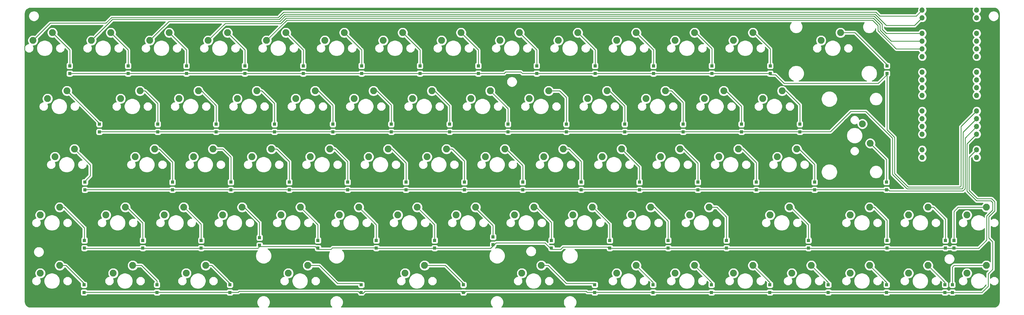
<source format=gbr>
G04 #@! TF.GenerationSoftware,KiCad,Pcbnew,(5.1.9)-1*
G04 #@! TF.CreationDate,2021-05-17T17:10:14+01:00*
G04 #@! TF.ProjectId,EnvKB65,456e764b-4236-4352-9e6b-696361645f70,rev?*
G04 #@! TF.SameCoordinates,Original*
G04 #@! TF.FileFunction,Copper,L2,Bot*
G04 #@! TF.FilePolarity,Positive*
%FSLAX46Y46*%
G04 Gerber Fmt 4.6, Leading zero omitted, Abs format (unit mm)*
G04 Created by KiCad (PCBNEW (5.1.9)-1) date 2021-05-17 17:10:14*
%MOMM*%
%LPD*%
G01*
G04 APERTURE LIST*
G04 #@! TA.AperFunction,SMDPad,CuDef*
%ADD10R,1.000000X1.000000*%
G04 #@! TD*
G04 #@! TA.AperFunction,ComponentPad*
%ADD11O,1.700000X1.700000*%
G04 #@! TD*
G04 #@! TA.AperFunction,ComponentPad*
%ADD12R,1.700000X1.700000*%
G04 #@! TD*
G04 #@! TA.AperFunction,ComponentPad*
%ADD13C,2.250000*%
G04 #@! TD*
G04 #@! TA.AperFunction,Conductor*
%ADD14C,0.250000*%
G04 #@! TD*
G04 #@! TA.AperFunction,Conductor*
%ADD15C,0.254000*%
G04 #@! TD*
G04 #@! TA.AperFunction,Conductor*
%ADD16C,0.100000*%
G04 #@! TD*
G04 APERTURE END LIST*
D10*
X368750000Y-188959120D03*
X368750000Y-191459120D03*
X366334200Y-188959120D03*
X366334200Y-191459120D03*
X347284200Y-188959120D03*
X347284200Y-191459120D03*
X328234200Y-188959120D03*
X328234200Y-191459120D03*
X309184200Y-188959120D03*
X309184200Y-191459120D03*
X290134200Y-188959120D03*
X290134200Y-191459120D03*
X271084200Y-188959120D03*
X271084200Y-191459120D03*
X252034200Y-188959120D03*
X252034200Y-191459120D03*
X209171700Y-188959120D03*
X209171700Y-191459120D03*
X175834200Y-188959120D03*
X175834200Y-191459120D03*
X132971700Y-188959120D03*
X132971700Y-191459120D03*
X109159200Y-188959120D03*
X109159200Y-191459120D03*
X85346700Y-188959120D03*
X85346700Y-191459120D03*
X369250000Y-174434120D03*
X369250000Y-176934120D03*
X366484200Y-174434120D03*
X366484200Y-176934120D03*
X347434200Y-174434120D03*
X347434200Y-176934120D03*
X321784200Y-174434120D03*
X321784200Y-176934120D03*
X295046700Y-174434120D03*
X295046700Y-176934120D03*
X275996700Y-174434120D03*
X275996700Y-176934120D03*
X256946700Y-174434120D03*
X256946700Y-176934120D03*
X237896700Y-174434120D03*
X237896700Y-176934120D03*
X218846700Y-173300000D03*
X218846700Y-175800000D03*
X199796700Y-174434120D03*
X199796700Y-176934120D03*
X180746700Y-174434120D03*
X180746700Y-176934120D03*
X161696700Y-174434120D03*
X161696700Y-176934120D03*
X142646700Y-173525000D03*
X142646700Y-176025000D03*
X123596700Y-174434120D03*
X123596700Y-176934120D03*
X104546700Y-174434120D03*
X104546700Y-176934120D03*
X85496700Y-174434120D03*
X85496700Y-176934120D03*
X323771700Y-155359120D03*
X323771700Y-157859120D03*
X304721700Y-155359120D03*
X304721700Y-157859120D03*
X285671700Y-155359120D03*
X285671700Y-157859120D03*
X266621700Y-155359120D03*
X266621700Y-157859120D03*
X247571700Y-155359120D03*
X247571700Y-157859120D03*
X228521700Y-155359120D03*
X228521700Y-157859120D03*
X209471700Y-155359120D03*
X209471700Y-157859120D03*
X190421700Y-155359120D03*
X190421700Y-157859120D03*
X171371700Y-155359120D03*
X171371700Y-157859120D03*
X152321700Y-155359120D03*
X152321700Y-157859120D03*
X133271700Y-155359120D03*
X133271700Y-157859120D03*
X114221700Y-155359120D03*
X114221700Y-157859120D03*
X85646700Y-155359120D03*
X85646700Y-157859120D03*
X347234200Y-155334120D03*
X347234200Y-157834120D03*
X318959200Y-136384120D03*
X318959200Y-138884120D03*
X299909200Y-136384120D03*
X299909200Y-138884120D03*
X280859200Y-136384120D03*
X280859200Y-138884120D03*
X261809200Y-136384120D03*
X261809200Y-138884120D03*
X242759200Y-136384120D03*
X242759200Y-138884120D03*
X223709200Y-136384120D03*
X223709200Y-138884120D03*
X204659200Y-136384120D03*
X204659200Y-138884120D03*
X185609200Y-136384120D03*
X185609200Y-138884120D03*
X166559200Y-136384120D03*
X166559200Y-138884120D03*
X147509200Y-136384120D03*
X147509200Y-138884120D03*
X128459200Y-136384120D03*
X128459200Y-138884120D03*
X109409200Y-136384120D03*
X109409200Y-138884120D03*
X90359200Y-136384120D03*
X90359200Y-138884120D03*
X347384200Y-117284120D03*
X347384200Y-119784120D03*
X309284200Y-117284120D03*
X309284200Y-119784120D03*
X290234200Y-117284120D03*
X290234200Y-119784120D03*
X271184200Y-117284120D03*
X271184200Y-119784120D03*
X252134200Y-117284120D03*
X252134200Y-119784120D03*
X233084200Y-117284120D03*
X233084200Y-119784120D03*
X214034200Y-117284120D03*
X214034200Y-119784120D03*
X194984200Y-117284120D03*
X194984200Y-119784120D03*
X175934200Y-117284120D03*
X175934200Y-119784120D03*
X156884200Y-117284120D03*
X156884200Y-119784120D03*
X137834200Y-117284120D03*
X137834200Y-119784120D03*
X118784200Y-117284120D03*
X118784200Y-119784120D03*
X99734200Y-117284120D03*
X99734200Y-119784120D03*
X80684200Y-117284120D03*
X80684200Y-119784120D03*
D11*
X376670000Y-99020000D03*
X376670000Y-101560000D03*
D12*
X376670000Y-104100000D03*
D11*
X376670000Y-106640000D03*
X376670000Y-109180000D03*
X376670000Y-111720000D03*
X376670000Y-114260000D03*
D12*
X376670000Y-116800000D03*
D11*
X376670000Y-119340000D03*
X376670000Y-121880000D03*
X376670000Y-124420000D03*
X376670000Y-126960000D03*
D12*
X376670000Y-129500000D03*
D11*
X376670000Y-132040000D03*
X376670000Y-134580000D03*
X376670000Y-137120000D03*
X376670000Y-139660000D03*
D12*
X376670000Y-142200000D03*
D11*
X376670000Y-144740000D03*
X376670000Y-147280000D03*
X358890000Y-147280000D03*
X358890000Y-144740000D03*
D12*
X358890000Y-142200000D03*
D11*
X358890000Y-139660000D03*
X358890000Y-137120000D03*
X358890000Y-134580000D03*
X358890000Y-132040000D03*
D12*
X358890000Y-129500000D03*
D11*
X358890000Y-126960000D03*
X358890000Y-124420000D03*
X358890000Y-121880000D03*
X358890000Y-119340000D03*
D12*
X358890000Y-116800000D03*
D11*
X358890000Y-114260000D03*
X358890000Y-111720000D03*
X358890000Y-109180000D03*
X358890000Y-106640000D03*
D12*
X358890000Y-104100000D03*
D11*
X358890000Y-101560000D03*
X358890000Y-99020000D03*
D13*
X341914200Y-142624120D03*
X339374200Y-136274120D03*
X190142950Y-185169120D03*
X196492950Y-182629120D03*
X228242950Y-185169120D03*
X234592950Y-182629120D03*
X354449200Y-185169120D03*
X360799200Y-182629120D03*
X259199200Y-185169120D03*
X265549200Y-182629120D03*
X75874200Y-147069120D03*
X82224200Y-144529120D03*
X152042950Y-185169120D03*
X158392950Y-182629120D03*
X309224200Y-166119120D03*
X315574200Y-163579120D03*
X373499200Y-185169120D03*
X379849200Y-182629120D03*
X335399200Y-185169120D03*
X341749200Y-182629120D03*
X316349200Y-185169120D03*
X322699200Y-182629120D03*
X297299200Y-185169120D03*
X303649200Y-182629120D03*
X278249200Y-185169120D03*
X284599200Y-182629120D03*
X118705450Y-185169120D03*
X125055450Y-182629120D03*
X94892950Y-185169120D03*
X101242950Y-182629120D03*
X71080450Y-185169120D03*
X77430450Y-182629120D03*
X373499200Y-166119120D03*
X379849200Y-163579120D03*
X354449200Y-166119120D03*
X360799200Y-163579120D03*
X335399200Y-166119120D03*
X341749200Y-163579120D03*
X283011700Y-166119120D03*
X289361700Y-163579120D03*
X263961700Y-166119120D03*
X270311700Y-163579120D03*
X244911700Y-166119120D03*
X251261700Y-163579120D03*
X225861700Y-166119120D03*
X232211700Y-163579120D03*
X206811700Y-166119120D03*
X213161700Y-163579120D03*
X187761700Y-166119120D03*
X194111700Y-163579120D03*
X168711700Y-166119120D03*
X175061700Y-163579120D03*
X149661700Y-166119120D03*
X156011700Y-163579120D03*
X130611700Y-166119120D03*
X136961700Y-163579120D03*
X111561700Y-166119120D03*
X117911700Y-163579120D03*
X92511700Y-166119120D03*
X98861700Y-163579120D03*
X71080450Y-166119120D03*
X77430450Y-163579120D03*
X311586700Y-147069120D03*
X317936700Y-144529120D03*
X292536700Y-147069120D03*
X298886700Y-144529120D03*
X273486700Y-147069120D03*
X279836700Y-144529120D03*
X254436700Y-147069120D03*
X260786700Y-144529120D03*
X235386700Y-147069120D03*
X241736700Y-144529120D03*
X216336700Y-147069120D03*
X222686700Y-144529120D03*
X197286700Y-147069120D03*
X203636700Y-144529120D03*
X178236700Y-147069120D03*
X184586700Y-144529120D03*
X159186700Y-147069120D03*
X165536700Y-144529120D03*
X140136700Y-147069120D03*
X146486700Y-144529120D03*
X121086700Y-147069120D03*
X127436700Y-144529120D03*
X102036700Y-147069120D03*
X108386700Y-144529120D03*
X306824200Y-128019120D03*
X313174200Y-125479120D03*
X287774200Y-128019120D03*
X294124200Y-125479120D03*
X268724200Y-128019120D03*
X275074200Y-125479120D03*
X249674200Y-128019120D03*
X256024200Y-125479120D03*
X230624200Y-128019120D03*
X236974200Y-125479120D03*
X211574200Y-128019120D03*
X217924200Y-125479120D03*
X192524200Y-128019120D03*
X198874200Y-125479120D03*
X173474200Y-128019120D03*
X179824200Y-125479120D03*
X154424200Y-128019120D03*
X160774200Y-125479120D03*
X135374200Y-128019120D03*
X141724200Y-125479120D03*
X116324200Y-128019120D03*
X122674200Y-125479120D03*
X97274200Y-128019120D03*
X103624200Y-125479120D03*
X73461700Y-128019120D03*
X79811700Y-125479120D03*
X325874200Y-108969120D03*
X332224200Y-106429120D03*
X297299200Y-108969120D03*
X303649200Y-106429120D03*
X278249200Y-108969120D03*
X284599200Y-106429120D03*
X259199200Y-108969120D03*
X265549200Y-106429120D03*
X240149200Y-108969120D03*
X246499200Y-106429120D03*
X221099200Y-108969120D03*
X227449200Y-106429120D03*
X202049200Y-108969120D03*
X208399200Y-106429120D03*
X182999200Y-108969120D03*
X189349200Y-106429120D03*
X163949200Y-108969120D03*
X170299200Y-106429120D03*
X144899200Y-108969120D03*
X151249200Y-106429120D03*
X125849200Y-108969120D03*
X132199200Y-106429120D03*
X106799200Y-108969120D03*
X113149200Y-106429120D03*
X87749200Y-108969120D03*
X94099200Y-106429120D03*
X68699200Y-108969120D03*
X75049200Y-106429120D03*
D14*
X148741342Y-101449970D02*
X150491352Y-99699960D01*
X94349098Y-101449970D02*
X148741342Y-101449970D01*
X92499068Y-103300000D02*
X94349098Y-101449970D01*
X74368320Y-103300000D02*
X92499068Y-103300000D01*
X68699200Y-108969120D02*
X74368320Y-103300000D01*
X150491352Y-99699960D02*
X343599960Y-99699960D01*
X343799960Y-99699960D02*
X343599960Y-99699960D01*
X343799960Y-99699960D02*
X344100000Y-100000000D01*
X356960000Y-100950000D02*
X358890000Y-99020000D01*
X345050000Y-100950000D02*
X356960000Y-100950000D01*
X343799960Y-99699960D02*
X345050000Y-100950000D01*
X356400000Y-104050000D02*
X358890000Y-101560000D01*
X343488474Y-100349970D02*
X347188504Y-104050000D01*
X347188504Y-104050000D02*
X356400000Y-104050000D01*
X150760594Y-100349970D02*
X343488474Y-100349970D01*
X149010584Y-102099980D02*
X150760594Y-100349970D01*
X94618340Y-102099980D02*
X149010584Y-102099980D01*
X87749200Y-108969120D02*
X94618340Y-102099980D01*
X345809641Y-105271137D02*
X347178504Y-106640000D01*
X343219251Y-101000001D02*
X345809641Y-103590391D01*
X342899980Y-100999980D02*
X342900000Y-101000000D01*
X151029836Y-100999980D02*
X342899980Y-100999980D01*
X149279826Y-102749990D02*
X151029836Y-100999980D01*
X113050010Y-102749990D02*
X149279826Y-102749990D01*
X347178504Y-106640000D02*
X358890000Y-106640000D01*
X110989201Y-104779119D02*
X111020881Y-104779119D01*
X345809641Y-103590391D02*
X345809641Y-105271137D01*
X342900000Y-101000000D02*
X343219251Y-101000001D01*
X111020881Y-104779119D02*
X113050010Y-102749990D01*
X106799200Y-108969120D02*
X110989201Y-104779119D01*
X149549070Y-103400000D02*
X151299059Y-101650011D01*
X151299059Y-101650011D02*
X342950009Y-101650011D01*
X125849200Y-108969120D02*
X131418320Y-103400000D01*
X131418320Y-103400000D02*
X149549070Y-103400000D01*
X342950009Y-101650011D02*
X345159631Y-103859633D01*
X345159631Y-103859633D02*
X345159631Y-105540379D01*
X348799252Y-109180000D02*
X358890000Y-109180000D01*
X345159631Y-105540379D02*
X348799252Y-109180000D01*
X151568298Y-102300022D02*
X342680766Y-102300022D01*
X144899200Y-108969120D02*
X151568298Y-102300022D01*
X342680766Y-102300022D02*
X344450000Y-104069256D01*
X344450000Y-104069256D02*
X344450000Y-105750000D01*
X350420000Y-111720000D02*
X358890000Y-111720000D01*
X344450000Y-105750000D02*
X350420000Y-111720000D01*
X371569970Y-137140030D02*
X376670000Y-132040000D01*
X371569970Y-156530030D02*
X371569970Y-137140030D01*
X371190010Y-156909990D02*
X371569970Y-156530030D01*
X349880010Y-152540758D02*
X354249242Y-156909990D01*
X349880010Y-140690758D02*
X349880010Y-152540758D01*
X81068320Y-119800000D02*
X222450000Y-119800000D01*
X80684200Y-120184120D02*
X81068320Y-119800000D01*
X223000000Y-119250000D02*
X227881760Y-119250000D01*
X227881760Y-119250000D02*
X228431760Y-119800000D01*
X354249242Y-156909990D02*
X371190010Y-156909990D01*
X228431760Y-119800000D02*
X308900080Y-119800000D01*
X313850000Y-123000000D02*
X344568320Y-123000000D01*
X308900080Y-119800000D02*
X309284200Y-120184120D01*
X222450000Y-119800000D02*
X223000000Y-119250000D01*
X347384200Y-138194948D02*
X349880010Y-140690758D01*
X309284200Y-120184120D02*
X311034120Y-120184120D01*
X311034120Y-120184120D02*
X313850000Y-123000000D01*
X344568320Y-123000000D02*
X347384200Y-120184120D01*
X347384200Y-120184120D02*
X347384200Y-138194948D01*
X369410000Y-157560000D02*
X369580000Y-157560000D01*
X374200000Y-137050000D02*
X376670000Y-134580000D01*
X372219980Y-157230020D02*
X372219980Y-139030020D01*
X371890000Y-157560000D02*
X372219980Y-157230020D01*
X372219980Y-139030020D02*
X374200000Y-137050000D01*
X369410000Y-157560000D02*
X371890000Y-157560000D01*
X90843320Y-138800000D02*
X90359200Y-139284120D01*
X328980000Y-138800000D02*
X90843320Y-138800000D01*
X335550000Y-132230000D02*
X328980000Y-138800000D01*
X340500000Y-132230000D02*
X335550000Y-132230000D01*
X349230000Y-140960000D02*
X340500000Y-132230000D01*
X349230000Y-152810000D02*
X349230000Y-140960000D01*
X353980000Y-157560000D02*
X349230000Y-152810000D01*
X369410000Y-157560000D02*
X353980000Y-157560000D01*
X372869990Y-157550000D02*
X372869990Y-157440000D01*
X372869990Y-140920010D02*
X376670000Y-137120000D01*
X372869990Y-157550000D02*
X372869990Y-140920010D01*
X86105820Y-157800000D02*
X346781760Y-157800000D01*
X85646700Y-158259120D02*
X86105820Y-157800000D01*
X347765880Y-157800000D02*
X348200000Y-158234120D01*
X372185870Y-158234120D02*
X372869990Y-157550000D01*
X348200000Y-158234120D02*
X372185870Y-158234120D01*
X347234200Y-157800000D02*
X347765880Y-157800000D01*
X373520000Y-142810000D02*
X376670000Y-139660000D01*
X373520000Y-157470000D02*
X373520000Y-142810000D01*
X373520000Y-157470000D02*
X373520000Y-157220000D01*
X85496700Y-177334120D02*
X85830820Y-177000000D01*
X85830820Y-177000000D02*
X142071700Y-177000000D01*
X161696700Y-177334120D02*
X165940880Y-177334120D01*
X180412580Y-177000000D02*
X218046700Y-177000000D01*
X142071700Y-177000000D02*
X142646700Y-176425000D01*
X165940880Y-177334120D02*
X166425000Y-176850000D01*
X142646700Y-176425000D02*
X160787580Y-176425000D01*
X160787580Y-176425000D02*
X161696700Y-177334120D01*
X166425000Y-176850000D02*
X180262580Y-176850000D01*
X180262580Y-176850000D02*
X180412580Y-177000000D01*
X218046700Y-177000000D02*
X219796700Y-175250000D01*
X218846700Y-175800000D02*
X219300000Y-175800000D01*
X219300000Y-175800000D02*
X219850000Y-175250000D01*
X219796700Y-175250000D02*
X219850000Y-175250000D01*
X256612580Y-177000000D02*
X369081760Y-177000000D01*
X256187580Y-176575000D02*
X256612580Y-177000000D01*
X240890880Y-177334120D02*
X241650000Y-176575000D01*
X237896700Y-177334120D02*
X240890880Y-177334120D01*
X241650000Y-176575000D02*
X256187580Y-176575000D01*
X235812580Y-175250000D02*
X237896700Y-177334120D01*
X219850000Y-175250000D02*
X235812580Y-175250000D01*
X373520000Y-158330000D02*
X373520000Y-157470000D01*
X381290000Y-161430000D02*
X376620000Y-161430000D01*
X381910000Y-162050000D02*
X381290000Y-161430000D01*
X379950000Y-174318240D02*
X379950000Y-166440000D01*
X377268240Y-177000000D02*
X379950000Y-174318240D01*
X381910000Y-164480000D02*
X381910000Y-162050000D01*
X379950000Y-166440000D02*
X381910000Y-164480000D01*
X369250000Y-177000000D02*
X377268240Y-177000000D01*
X376620000Y-161430000D02*
X373520000Y-158330000D01*
X366334200Y-191859120D02*
X366593320Y-191600000D01*
X374170010Y-147239990D02*
X376670000Y-144740000D01*
X374170010Y-158060758D02*
X374170010Y-147239990D01*
X380400000Y-189440000D02*
X380400000Y-185390000D01*
X382560010Y-164749242D02*
X382560010Y-161780758D01*
X380400000Y-185390000D02*
X381910000Y-183880000D01*
X381559242Y-160779990D02*
X376889242Y-160779990D01*
X381910000Y-183880000D02*
X381910000Y-174910000D01*
X380600010Y-166709242D02*
X382560010Y-164749242D01*
X381910000Y-174910000D02*
X380600010Y-173600010D01*
X376889242Y-160779990D02*
X374170010Y-158060758D01*
X380600010Y-173600010D02*
X380600010Y-166709242D01*
X382560010Y-161780758D02*
X381559242Y-160779990D01*
X368750000Y-191459120D02*
X366334200Y-191459120D01*
X368750000Y-191459120D02*
X378380880Y-191459120D01*
X379020000Y-190820000D02*
X380400000Y-189440000D01*
X378380880Y-191459120D02*
X379020000Y-190820000D01*
X85805820Y-191400000D02*
X85346700Y-191859120D01*
X209240880Y-191859120D02*
X209171700Y-191859120D01*
X249231760Y-191100000D02*
X210000000Y-191100000D01*
X177050000Y-191100000D02*
X176290880Y-191859120D01*
X175559120Y-191859120D02*
X174800000Y-191100000D01*
X210000000Y-191100000D02*
X209240880Y-191859120D01*
X249531760Y-191400000D02*
X249231760Y-191100000D01*
X209171700Y-191859120D02*
X208412580Y-191100000D01*
X136000000Y-191100000D02*
X135700000Y-191400000D01*
X208412580Y-191100000D02*
X177050000Y-191100000D01*
X176290880Y-191859120D02*
X175559120Y-191859120D01*
X366400000Y-191400000D02*
X249531760Y-191400000D01*
X174800000Y-191100000D02*
X136000000Y-191100000D01*
X135700000Y-191400000D02*
X85805820Y-191400000D01*
X80684200Y-112064120D02*
X75049200Y-106429120D01*
X80684200Y-116884120D02*
X80684200Y-112064120D01*
X99734200Y-112064120D02*
X94099200Y-106429120D01*
X99734200Y-116884120D02*
X99734200Y-112064120D01*
X118784200Y-112064120D02*
X113149200Y-106429120D01*
X118784200Y-116884120D02*
X118784200Y-112064120D01*
X137834200Y-112064120D02*
X132199200Y-106429120D01*
X137834200Y-116884120D02*
X137834200Y-112064120D01*
X156884200Y-112064120D02*
X151249200Y-106429120D01*
X156884200Y-116884120D02*
X156884200Y-112064120D01*
X175934200Y-112064120D02*
X170299200Y-106429120D01*
X175934200Y-116884120D02*
X175934200Y-112064120D01*
X194984200Y-112064120D02*
X189349200Y-106429120D01*
X194984200Y-116884120D02*
X194984200Y-112064120D01*
X214034200Y-112064120D02*
X208399200Y-106429120D01*
X214034200Y-116884120D02*
X214034200Y-112064120D01*
X233084200Y-112064120D02*
X227449200Y-106429120D01*
X233084200Y-116884120D02*
X233084200Y-112064120D01*
X252134200Y-112064120D02*
X246499200Y-106429120D01*
X252134200Y-116884120D02*
X252134200Y-112064120D01*
X271184200Y-112064120D02*
X265549200Y-106429120D01*
X271184200Y-116884120D02*
X271184200Y-112064120D01*
X285004120Y-106429120D02*
X284599200Y-106429120D01*
X290234200Y-111659200D02*
X285004120Y-106429120D01*
X290234200Y-116884120D02*
X290234200Y-111659200D01*
X309284200Y-111684200D02*
X304029120Y-106429120D01*
X304029120Y-106429120D02*
X303649200Y-106429120D01*
X309284200Y-116884120D02*
X309284200Y-111684200D01*
X347384200Y-116884120D02*
X347384120Y-116884120D01*
X336929120Y-106429120D02*
X332224200Y-106429120D01*
X347384120Y-116884120D02*
X336929120Y-106429120D01*
X90316700Y-135984120D02*
X79811700Y-125479120D01*
X90359200Y-135984120D02*
X90316700Y-135984120D01*
X109409200Y-135984120D02*
X109409200Y-129584200D01*
X105304120Y-125479120D02*
X103624200Y-125479120D01*
X109409200Y-129584200D02*
X105304120Y-125479120D01*
X128459200Y-135984120D02*
X128459200Y-130234200D01*
X123704120Y-125479120D02*
X122674200Y-125479120D01*
X128459200Y-130234200D02*
X123704120Y-125479120D01*
X147509200Y-135984120D02*
X147509200Y-129609200D01*
X143379120Y-125479120D02*
X141724200Y-125479120D01*
X147509200Y-129609200D02*
X143379120Y-125479120D01*
X161854120Y-125479120D02*
X160774200Y-125479120D01*
X166559200Y-130184200D02*
X161854120Y-125479120D01*
X166559200Y-135984120D02*
X166559200Y-130184200D01*
X185609200Y-135984120D02*
X185609200Y-130134200D01*
X180954120Y-125479120D02*
X179824200Y-125479120D01*
X185609200Y-130134200D02*
X180954120Y-125479120D01*
X204659200Y-135984120D02*
X204659200Y-130384200D01*
X199754120Y-125479120D02*
X198874200Y-125479120D01*
X204659200Y-130384200D02*
X199754120Y-125479120D01*
X223709200Y-131264120D02*
X217924200Y-125479120D01*
X223709200Y-135984120D02*
X223709200Y-131264120D01*
X236974200Y-125479120D02*
X240579120Y-125479120D01*
X242759200Y-127659200D02*
X242759200Y-135984120D01*
X240579120Y-125479120D02*
X242759200Y-127659200D01*
X261809200Y-135984120D02*
X261809200Y-130459200D01*
X256829120Y-125479120D02*
X256024200Y-125479120D01*
X261809200Y-130459200D02*
X256829120Y-125479120D01*
X275074200Y-125479120D02*
X277104120Y-125479120D01*
X280859200Y-129234200D02*
X280859200Y-135984120D01*
X277104120Y-125479120D02*
X280859200Y-129234200D01*
X299909200Y-135984120D02*
X299909200Y-130534200D01*
X294854120Y-125479120D02*
X294124200Y-125479120D01*
X299909200Y-130534200D02*
X294854120Y-125479120D01*
X314429120Y-125479120D02*
X313174200Y-125479120D01*
X318959200Y-130009200D02*
X314429120Y-125479120D01*
X318959200Y-135984120D02*
X318959200Y-130009200D01*
X85646700Y-154959120D02*
X85715880Y-154959120D01*
X85715880Y-154959120D02*
X87450000Y-153225000D01*
X87450000Y-149754920D02*
X82224200Y-144529120D01*
X87450000Y-153225000D02*
X87450000Y-149754920D01*
X114221700Y-154959120D02*
X114221700Y-148846700D01*
X109904120Y-144529120D02*
X108386700Y-144529120D01*
X114221700Y-148846700D02*
X109904120Y-144529120D01*
X127436700Y-144529120D02*
X130654120Y-144529120D01*
X133271700Y-147146700D02*
X133271700Y-154959120D01*
X130654120Y-144529120D02*
X133271700Y-147146700D01*
X146486700Y-144529120D02*
X148254120Y-144529120D01*
X152321700Y-148596700D02*
X152321700Y-154959120D01*
X148254120Y-144529120D02*
X152321700Y-148596700D01*
X171371700Y-154959120D02*
X171371700Y-148671700D01*
X167229120Y-144529120D02*
X165536700Y-144529120D01*
X171371700Y-148671700D02*
X167229120Y-144529120D01*
X190421700Y-154959120D02*
X190421700Y-149071700D01*
X185879120Y-144529120D02*
X184586700Y-144529120D01*
X190421700Y-149071700D02*
X185879120Y-144529120D01*
X203636700Y-144529120D02*
X205529120Y-144529120D01*
X209471700Y-148471700D02*
X209471700Y-154959120D01*
X205529120Y-144529120D02*
X209471700Y-148471700D01*
X228521700Y-154959120D02*
X228521700Y-149896700D01*
X223154120Y-144529120D02*
X222686700Y-144529120D01*
X228521700Y-149896700D02*
X223154120Y-144529120D01*
X241736700Y-144529120D02*
X243579120Y-144529120D01*
X247571700Y-148521700D02*
X247571700Y-154959120D01*
X243579120Y-144529120D02*
X247571700Y-148521700D01*
X266621700Y-150364120D02*
X260786700Y-144529120D01*
X266621700Y-154959120D02*
X266621700Y-150364120D01*
X285671700Y-154959120D02*
X285671700Y-149146700D01*
X281054120Y-144529120D02*
X279836700Y-144529120D01*
X285671700Y-149146700D02*
X281054120Y-144529120D01*
X300279120Y-144529120D02*
X298886700Y-144529120D01*
X304721700Y-148971700D02*
X300279120Y-144529120D01*
X304721700Y-154959120D02*
X304721700Y-148971700D01*
X323771700Y-154959120D02*
X323771700Y-149571700D01*
X318729120Y-144529120D02*
X317936700Y-144529120D01*
X323771700Y-149571700D02*
X318729120Y-144529120D01*
X347234200Y-147944120D02*
X341914200Y-142624120D01*
X347234200Y-154934120D02*
X347234200Y-147944120D01*
X85496700Y-174034120D02*
X85496700Y-170296700D01*
X78779120Y-163579120D02*
X77430450Y-163579120D01*
X85496700Y-170296700D02*
X78779120Y-163579120D01*
X104546700Y-174034120D02*
X104546700Y-168746700D01*
X99379120Y-163579120D02*
X98861700Y-163579120D01*
X104546700Y-168746700D02*
X99379120Y-163579120D01*
X123596700Y-174034120D02*
X123596700Y-169121700D01*
X118054120Y-163579120D02*
X117911700Y-163579120D01*
X123596700Y-169121700D02*
X118054120Y-163579120D01*
X137654120Y-163579120D02*
X136961700Y-163579120D01*
X142646700Y-168571700D02*
X137654120Y-163579120D01*
X142646700Y-173225000D02*
X142646700Y-168571700D01*
X161696700Y-169264120D02*
X156011700Y-163579120D01*
X161696700Y-174034120D02*
X161696700Y-169264120D01*
X180746700Y-169264120D02*
X175061700Y-163579120D01*
X180746700Y-174034120D02*
X180746700Y-169264120D01*
X199796700Y-169264120D02*
X194111700Y-163579120D01*
X199796700Y-174034120D02*
X199796700Y-169264120D01*
X218846700Y-172900000D02*
X218846700Y-169546700D01*
X213161700Y-163861700D02*
X213161700Y-163579120D01*
X218846700Y-169546700D02*
X213161700Y-163861700D01*
X237896700Y-174034120D02*
X237896700Y-168496700D01*
X232979120Y-163579120D02*
X232211700Y-163579120D01*
X237896700Y-168496700D02*
X232979120Y-163579120D01*
X256946700Y-174034120D02*
X256946700Y-169071700D01*
X251454120Y-163579120D02*
X251261700Y-163579120D01*
X256946700Y-169071700D02*
X251454120Y-163579120D01*
X275996700Y-174034120D02*
X275996700Y-168096700D01*
X271479120Y-163579120D02*
X270311700Y-163579120D01*
X275996700Y-168096700D02*
X271479120Y-163579120D01*
X295046700Y-174034120D02*
X295046700Y-166746700D01*
X291879120Y-163579120D02*
X289361700Y-163579120D01*
X295046700Y-166746700D02*
X291879120Y-163579120D01*
X321784200Y-174034120D02*
X321784200Y-169259200D01*
X316104120Y-163579120D02*
X315574200Y-163579120D01*
X321784200Y-169259200D02*
X316104120Y-163579120D01*
X341753320Y-163575000D02*
X341749200Y-163579120D01*
X343175000Y-163575000D02*
X341753320Y-163575000D01*
X347434200Y-167834200D02*
X343175000Y-163575000D01*
X347434200Y-174034120D02*
X347434200Y-167834200D01*
X366484200Y-174034120D02*
X366484200Y-167509200D01*
X362554120Y-163579120D02*
X360799200Y-163579120D01*
X366484200Y-167509200D02*
X362554120Y-163579120D01*
X369250000Y-174034120D02*
X369250000Y-164950000D01*
X370620880Y-163579120D02*
X379849200Y-163579120D01*
X369250000Y-164950000D02*
X370620880Y-163579120D01*
X79416700Y-182629120D02*
X85346700Y-188559120D01*
X77430450Y-182629120D02*
X79416700Y-182629120D01*
X101242950Y-182629120D02*
X104129120Y-182629120D01*
X109159200Y-187659200D02*
X109159200Y-188559120D01*
X104129120Y-182629120D02*
X109159200Y-187659200D01*
X127041700Y-182629120D02*
X132971700Y-188559120D01*
X125055450Y-182629120D02*
X127041700Y-182629120D01*
X168059120Y-188559120D02*
X175834200Y-188559120D01*
X162129120Y-182629120D02*
X168059120Y-188559120D01*
X158392950Y-182629120D02*
X162129120Y-182629120D01*
X203241700Y-182629120D02*
X209171700Y-188559120D01*
X196492950Y-182629120D02*
X203241700Y-182629120D01*
X234592950Y-182629120D02*
X236879120Y-182629120D01*
X242809120Y-188559120D02*
X252034200Y-188559120D01*
X236879120Y-182629120D02*
X242809120Y-188559120D01*
X271084200Y-188164120D02*
X271084200Y-188559120D01*
X265549200Y-182629120D02*
X271084200Y-188164120D01*
X290134200Y-188164120D02*
X290134200Y-188559120D01*
X284599200Y-182629120D02*
X290134200Y-188164120D01*
X303649200Y-182629120D02*
X309000000Y-187979920D01*
X309184200Y-188164120D02*
X303649200Y-182629120D01*
X309184200Y-188559120D02*
X309184200Y-188164120D01*
X328234200Y-188164120D02*
X328234200Y-188559120D01*
X322699200Y-182629120D02*
X328234200Y-188164120D01*
X347284200Y-188164120D02*
X347284200Y-188559120D01*
X341749200Y-182629120D02*
X347284200Y-188164120D01*
X366334200Y-188164120D02*
X366334200Y-188559120D01*
X360799200Y-182629120D02*
X366334200Y-188164120D01*
X368750000Y-188559120D02*
X368750000Y-183150000D01*
X369270880Y-182629120D02*
X379849200Y-182629120D01*
X368750000Y-183150000D02*
X369270880Y-182629120D01*
X66150000Y-110200000D02*
X66200000Y-110150000D01*
X66150000Y-110716318D02*
X66150000Y-110200000D01*
X66029199Y-110837119D02*
X66150000Y-110716318D01*
X66029199Y-112181121D02*
X66029199Y-110837119D01*
X66150000Y-112301922D02*
X66029199Y-112181121D01*
X66150000Y-112550000D02*
X66150000Y-112301922D01*
X66200000Y-112600000D02*
X66150000Y-112550000D01*
D15*
X375242068Y-98586842D02*
X375185000Y-98873740D01*
X375185000Y-99166260D01*
X375242068Y-99453158D01*
X375354010Y-99723411D01*
X375516525Y-99966632D01*
X375723368Y-100173475D01*
X375897760Y-100290000D01*
X375723368Y-100406525D01*
X375516525Y-100613368D01*
X375354010Y-100856589D01*
X375242068Y-101126842D01*
X375185000Y-101413740D01*
X375185000Y-101706260D01*
X375242068Y-101993158D01*
X375354010Y-102263411D01*
X375516525Y-102506632D01*
X375723368Y-102713475D01*
X375966589Y-102875990D01*
X376236842Y-102987932D01*
X376523740Y-103045000D01*
X376816260Y-103045000D01*
X377103158Y-102987932D01*
X377373411Y-102875990D01*
X377616632Y-102713475D01*
X377823475Y-102506632D01*
X377985990Y-102263411D01*
X378097932Y-101993158D01*
X378155000Y-101706260D01*
X378155000Y-101413740D01*
X378097932Y-101126842D01*
X377985990Y-100856589D01*
X377967634Y-100829117D01*
X380465000Y-100829117D01*
X380465000Y-101170883D01*
X380531675Y-101506081D01*
X380662463Y-101821831D01*
X380852337Y-102105998D01*
X381094002Y-102347663D01*
X381378169Y-102537537D01*
X381693919Y-102668325D01*
X382029117Y-102735000D01*
X382370883Y-102735000D01*
X382706081Y-102668325D01*
X383021831Y-102537537D01*
X383305998Y-102347663D01*
X383547663Y-102105998D01*
X383737537Y-101821831D01*
X383868325Y-101506081D01*
X383935000Y-101170883D01*
X383935000Y-100829117D01*
X383868325Y-100493919D01*
X383737537Y-100178169D01*
X383547663Y-99894002D01*
X383305998Y-99652337D01*
X383021831Y-99462463D01*
X382706081Y-99331675D01*
X382370883Y-99265000D01*
X382029117Y-99265000D01*
X381693919Y-99331675D01*
X381378169Y-99462463D01*
X381094002Y-99652337D01*
X380852337Y-99894002D01*
X380662463Y-100178169D01*
X380531675Y-100493919D01*
X380465000Y-100829117D01*
X377967634Y-100829117D01*
X377823475Y-100613368D01*
X377616632Y-100406525D01*
X377442240Y-100290000D01*
X377616632Y-100173475D01*
X377823475Y-99966632D01*
X377985990Y-99723411D01*
X378097932Y-99453158D01*
X378155000Y-99166260D01*
X378155000Y-98873740D01*
X378097932Y-98586842D01*
X377993616Y-98335000D01*
X382216496Y-98335000D01*
X382601897Y-98372789D01*
X382940393Y-98474987D01*
X383252588Y-98640984D01*
X383526597Y-98864460D01*
X383751980Y-99136902D01*
X383920153Y-99447931D01*
X384024712Y-99785708D01*
X384065001Y-100169031D01*
X384065000Y-194416495D01*
X384027211Y-194801897D01*
X383925013Y-195140392D01*
X383759016Y-195452588D01*
X383535539Y-195726599D01*
X383263098Y-195951980D01*
X382952069Y-196120153D01*
X382614296Y-196224711D01*
X382230977Y-196265000D01*
X245441606Y-196265000D01*
X245636204Y-196070402D01*
X245872481Y-195716790D01*
X246035230Y-195323877D01*
X246118200Y-194906763D01*
X246118200Y-194481477D01*
X246035230Y-194064363D01*
X245872481Y-193671450D01*
X245636204Y-193317838D01*
X245335482Y-193017116D01*
X244981870Y-192780839D01*
X244588957Y-192618090D01*
X244171843Y-192535120D01*
X243746557Y-192535120D01*
X243329443Y-192618090D01*
X242936530Y-192780839D01*
X242582918Y-193017116D01*
X242282196Y-193317838D01*
X242045919Y-193671450D01*
X241883170Y-194064363D01*
X241800200Y-194481477D01*
X241800200Y-194906763D01*
X241883170Y-195323877D01*
X242045919Y-195716790D01*
X242282196Y-196070402D01*
X242476794Y-196265000D01*
X221629106Y-196265000D01*
X221823704Y-196070402D01*
X222059981Y-195716790D01*
X222222730Y-195323877D01*
X222305700Y-194906763D01*
X222305700Y-194481477D01*
X222222730Y-194064363D01*
X222059981Y-193671450D01*
X221823704Y-193317838D01*
X221522982Y-193017116D01*
X221169370Y-192780839D01*
X220776457Y-192618090D01*
X220359343Y-192535120D01*
X219934057Y-192535120D01*
X219516943Y-192618090D01*
X219124030Y-192780839D01*
X218770418Y-193017116D01*
X218469696Y-193317838D01*
X218233419Y-193671450D01*
X218070670Y-194064363D01*
X217987700Y-194481477D01*
X217987700Y-194906763D01*
X218070670Y-195323877D01*
X218233419Y-195716790D01*
X218469696Y-196070402D01*
X218664294Y-196265000D01*
X169241606Y-196265000D01*
X169436204Y-196070402D01*
X169672481Y-195716790D01*
X169835230Y-195323877D01*
X169918200Y-194906763D01*
X169918200Y-194481477D01*
X169835230Y-194064363D01*
X169672481Y-193671450D01*
X169436204Y-193317838D01*
X169135482Y-193017116D01*
X168781870Y-192780839D01*
X168388957Y-192618090D01*
X167971843Y-192535120D01*
X167546557Y-192535120D01*
X167129443Y-192618090D01*
X166736530Y-192780839D01*
X166382918Y-193017116D01*
X166082196Y-193317838D01*
X165845919Y-193671450D01*
X165683170Y-194064363D01*
X165600200Y-194481477D01*
X165600200Y-194906763D01*
X165683170Y-195323877D01*
X165845919Y-195716790D01*
X166082196Y-196070402D01*
X166276794Y-196265000D01*
X145429106Y-196265000D01*
X145623704Y-196070402D01*
X145859981Y-195716790D01*
X146022730Y-195323877D01*
X146105700Y-194906763D01*
X146105700Y-194481477D01*
X146022730Y-194064363D01*
X145859981Y-193671450D01*
X145623704Y-193317838D01*
X145322982Y-193017116D01*
X144969370Y-192780839D01*
X144576457Y-192618090D01*
X144159343Y-192535120D01*
X143734057Y-192535120D01*
X143316943Y-192618090D01*
X142924030Y-192780839D01*
X142570418Y-193017116D01*
X142269696Y-193317838D01*
X142033419Y-193671450D01*
X141870670Y-194064363D01*
X141787700Y-194481477D01*
X141787700Y-194906763D01*
X141870670Y-195323877D01*
X142033419Y-195716790D01*
X142269696Y-196070402D01*
X142464294Y-196265000D01*
X67933505Y-196265000D01*
X67548103Y-196227211D01*
X67209608Y-196125013D01*
X66897412Y-195959016D01*
X66623401Y-195735539D01*
X66398020Y-195463098D01*
X66229847Y-195152069D01*
X66125289Y-194814296D01*
X66085000Y-194430977D01*
X66085000Y-187560398D01*
X68300450Y-187560398D01*
X68300450Y-187857842D01*
X68358479Y-188149571D01*
X68472306Y-188424373D01*
X68637557Y-188671689D01*
X68847881Y-188882013D01*
X69095197Y-189047264D01*
X69369999Y-189161091D01*
X69661728Y-189219120D01*
X69959172Y-189219120D01*
X70250901Y-189161091D01*
X70525703Y-189047264D01*
X70773019Y-188882013D01*
X70983343Y-188671689D01*
X71148594Y-188424373D01*
X71262421Y-188149571D01*
X71320450Y-187857842D01*
X71320450Y-187560398D01*
X71298530Y-187450196D01*
X72261550Y-187450196D01*
X72261550Y-187968044D01*
X72362577Y-188475942D01*
X72560749Y-188954371D01*
X72848450Y-189384946D01*
X73214624Y-189751120D01*
X73645199Y-190038821D01*
X74123628Y-190236993D01*
X74631526Y-190338020D01*
X75149374Y-190338020D01*
X75657272Y-190236993D01*
X76135701Y-190038821D01*
X76566276Y-189751120D01*
X76932450Y-189384946D01*
X77220151Y-188954371D01*
X77418323Y-188475942D01*
X77519350Y-187968044D01*
X77519350Y-187560398D01*
X78460450Y-187560398D01*
X78460450Y-187857842D01*
X78518479Y-188149571D01*
X78632306Y-188424373D01*
X78797557Y-188671689D01*
X79007881Y-188882013D01*
X79255197Y-189047264D01*
X79529999Y-189161091D01*
X79821728Y-189219120D01*
X80119172Y-189219120D01*
X80410901Y-189161091D01*
X80685703Y-189047264D01*
X80933019Y-188882013D01*
X81143343Y-188671689D01*
X81308594Y-188424373D01*
X81422421Y-188149571D01*
X81480450Y-187857842D01*
X81480450Y-187560398D01*
X81422421Y-187268669D01*
X81308594Y-186993867D01*
X81143343Y-186746551D01*
X80933019Y-186536227D01*
X80685703Y-186370976D01*
X80410901Y-186257149D01*
X80119172Y-186199120D01*
X79821728Y-186199120D01*
X79529999Y-186257149D01*
X79255197Y-186370976D01*
X79007881Y-186536227D01*
X78797557Y-186746551D01*
X78632306Y-186993867D01*
X78518479Y-187268669D01*
X78460450Y-187560398D01*
X77519350Y-187560398D01*
X77519350Y-187450196D01*
X77418323Y-186942298D01*
X77220151Y-186463869D01*
X76932450Y-186033294D01*
X76566276Y-185667120D01*
X76135701Y-185379419D01*
X75657272Y-185181247D01*
X75149374Y-185080220D01*
X74631526Y-185080220D01*
X74123628Y-185181247D01*
X73645199Y-185379419D01*
X73214624Y-185667120D01*
X72848450Y-186033294D01*
X72560749Y-186463869D01*
X72362577Y-186942298D01*
X72261550Y-187450196D01*
X71298530Y-187450196D01*
X71262421Y-187268669D01*
X71148594Y-186993867D01*
X71105332Y-186929120D01*
X71253795Y-186929120D01*
X71593823Y-186861484D01*
X71914123Y-186728812D01*
X72202385Y-186536201D01*
X72447531Y-186291055D01*
X72640142Y-186002793D01*
X72772814Y-185682493D01*
X72840450Y-185342465D01*
X72840450Y-184995775D01*
X72772814Y-184655747D01*
X72640142Y-184335447D01*
X72447531Y-184047185D01*
X72202385Y-183802039D01*
X71914123Y-183609428D01*
X71593823Y-183476756D01*
X71253795Y-183409120D01*
X70907105Y-183409120D01*
X70567077Y-183476756D01*
X70246777Y-183609428D01*
X69958515Y-183802039D01*
X69713369Y-184047185D01*
X69520758Y-184335447D01*
X69388086Y-184655747D01*
X69320450Y-184995775D01*
X69320450Y-185342465D01*
X69388086Y-185682493D01*
X69520758Y-186002793D01*
X69653088Y-186200839D01*
X69369999Y-186257149D01*
X69095197Y-186370976D01*
X68847881Y-186536227D01*
X68637557Y-186746551D01*
X68472306Y-186993867D01*
X68358479Y-187268669D01*
X68300450Y-187560398D01*
X66085000Y-187560398D01*
X66085000Y-182455775D01*
X75670450Y-182455775D01*
X75670450Y-182802465D01*
X75738086Y-183142493D01*
X75870758Y-183462793D01*
X76063369Y-183751055D01*
X76308515Y-183996201D01*
X76596777Y-184188812D01*
X76917077Y-184321484D01*
X77257105Y-184389120D01*
X77603795Y-184389120D01*
X77943823Y-184321484D01*
X78264123Y-184188812D01*
X78552385Y-183996201D01*
X78797531Y-183751055D01*
X78990142Y-183462793D01*
X79020658Y-183389120D01*
X79101899Y-183389120D01*
X84208628Y-188495851D01*
X84208628Y-189459120D01*
X84220888Y-189583602D01*
X84257198Y-189703300D01*
X84316163Y-189813614D01*
X84395515Y-189910305D01*
X84492206Y-189989657D01*
X84602520Y-190048622D01*
X84722218Y-190084932D01*
X84846700Y-190097192D01*
X85846700Y-190097192D01*
X85971182Y-190084932D01*
X86090880Y-190048622D01*
X86201194Y-189989657D01*
X86297885Y-189910305D01*
X86377237Y-189813614D01*
X86436202Y-189703300D01*
X86472512Y-189583602D01*
X86484772Y-189459120D01*
X86484772Y-188459120D01*
X86472512Y-188334638D01*
X86436202Y-188214940D01*
X86377237Y-188104626D01*
X86297885Y-188007935D01*
X86201194Y-187928583D01*
X86090880Y-187869618D01*
X85971182Y-187833308D01*
X85846700Y-187821048D01*
X85683431Y-187821048D01*
X85422781Y-187560398D01*
X92112950Y-187560398D01*
X92112950Y-187857842D01*
X92170979Y-188149571D01*
X92284806Y-188424373D01*
X92450057Y-188671689D01*
X92660381Y-188882013D01*
X92907697Y-189047264D01*
X93182499Y-189161091D01*
X93474228Y-189219120D01*
X93771672Y-189219120D01*
X94063401Y-189161091D01*
X94338203Y-189047264D01*
X94585519Y-188882013D01*
X94795843Y-188671689D01*
X94961094Y-188424373D01*
X95074921Y-188149571D01*
X95132950Y-187857842D01*
X95132950Y-187560398D01*
X95111030Y-187450196D01*
X96074050Y-187450196D01*
X96074050Y-187968044D01*
X96175077Y-188475942D01*
X96373249Y-188954371D01*
X96660950Y-189384946D01*
X97027124Y-189751120D01*
X97457699Y-190038821D01*
X97936128Y-190236993D01*
X98444026Y-190338020D01*
X98961874Y-190338020D01*
X99469772Y-190236993D01*
X99948201Y-190038821D01*
X100378776Y-189751120D01*
X100744950Y-189384946D01*
X101032651Y-188954371D01*
X101230823Y-188475942D01*
X101331850Y-187968044D01*
X101331850Y-187560398D01*
X102272950Y-187560398D01*
X102272950Y-187857842D01*
X102330979Y-188149571D01*
X102444806Y-188424373D01*
X102610057Y-188671689D01*
X102820381Y-188882013D01*
X103067697Y-189047264D01*
X103342499Y-189161091D01*
X103634228Y-189219120D01*
X103931672Y-189219120D01*
X104223401Y-189161091D01*
X104498203Y-189047264D01*
X104745519Y-188882013D01*
X104955843Y-188671689D01*
X105121094Y-188424373D01*
X105234921Y-188149571D01*
X105292950Y-187857842D01*
X105292950Y-187560398D01*
X105234921Y-187268669D01*
X105121094Y-186993867D01*
X104955843Y-186746551D01*
X104745519Y-186536227D01*
X104498203Y-186370976D01*
X104223401Y-186257149D01*
X103931672Y-186199120D01*
X103634228Y-186199120D01*
X103342499Y-186257149D01*
X103067697Y-186370976D01*
X102820381Y-186536227D01*
X102610057Y-186746551D01*
X102444806Y-186993867D01*
X102330979Y-187268669D01*
X102272950Y-187560398D01*
X101331850Y-187560398D01*
X101331850Y-187450196D01*
X101230823Y-186942298D01*
X101032651Y-186463869D01*
X100744950Y-186033294D01*
X100378776Y-185667120D01*
X99948201Y-185379419D01*
X99469772Y-185181247D01*
X98961874Y-185080220D01*
X98444026Y-185080220D01*
X97936128Y-185181247D01*
X97457699Y-185379419D01*
X97027124Y-185667120D01*
X96660950Y-186033294D01*
X96373249Y-186463869D01*
X96175077Y-186942298D01*
X96074050Y-187450196D01*
X95111030Y-187450196D01*
X95074921Y-187268669D01*
X94961094Y-186993867D01*
X94917832Y-186929120D01*
X95066295Y-186929120D01*
X95406323Y-186861484D01*
X95726623Y-186728812D01*
X96014885Y-186536201D01*
X96260031Y-186291055D01*
X96452642Y-186002793D01*
X96585314Y-185682493D01*
X96652950Y-185342465D01*
X96652950Y-184995775D01*
X96585314Y-184655747D01*
X96452642Y-184335447D01*
X96260031Y-184047185D01*
X96014885Y-183802039D01*
X95726623Y-183609428D01*
X95406323Y-183476756D01*
X95066295Y-183409120D01*
X94719605Y-183409120D01*
X94379577Y-183476756D01*
X94059277Y-183609428D01*
X93771015Y-183802039D01*
X93525869Y-184047185D01*
X93333258Y-184335447D01*
X93200586Y-184655747D01*
X93132950Y-184995775D01*
X93132950Y-185342465D01*
X93200586Y-185682493D01*
X93333258Y-186002793D01*
X93465588Y-186200839D01*
X93182499Y-186257149D01*
X92907697Y-186370976D01*
X92660381Y-186536227D01*
X92450057Y-186746551D01*
X92284806Y-186993867D01*
X92170979Y-187268669D01*
X92112950Y-187560398D01*
X85422781Y-187560398D01*
X80318157Y-182455775D01*
X99482950Y-182455775D01*
X99482950Y-182802465D01*
X99550586Y-183142493D01*
X99683258Y-183462793D01*
X99875869Y-183751055D01*
X100121015Y-183996201D01*
X100409277Y-184188812D01*
X100729577Y-184321484D01*
X101069605Y-184389120D01*
X101416295Y-184389120D01*
X101756323Y-184321484D01*
X102076623Y-184188812D01*
X102364885Y-183996201D01*
X102610031Y-183751055D01*
X102802642Y-183462793D01*
X102833158Y-183389120D01*
X103814319Y-183389120D01*
X108336687Y-187911489D01*
X108304706Y-187928583D01*
X108208015Y-188007935D01*
X108128663Y-188104626D01*
X108069698Y-188214940D01*
X108033388Y-188334638D01*
X108021128Y-188459120D01*
X108021128Y-189459120D01*
X108033388Y-189583602D01*
X108069698Y-189703300D01*
X108128663Y-189813614D01*
X108208015Y-189910305D01*
X108304706Y-189989657D01*
X108415020Y-190048622D01*
X108534718Y-190084932D01*
X108659200Y-190097192D01*
X109659200Y-190097192D01*
X109783682Y-190084932D01*
X109903380Y-190048622D01*
X110013694Y-189989657D01*
X110110385Y-189910305D01*
X110189737Y-189813614D01*
X110248702Y-189703300D01*
X110285012Y-189583602D01*
X110297272Y-189459120D01*
X110297272Y-188459120D01*
X110285012Y-188334638D01*
X110248702Y-188214940D01*
X110189737Y-188104626D01*
X110110385Y-188007935D01*
X110013694Y-187928583D01*
X109919200Y-187878074D01*
X109919200Y-187696522D01*
X109922876Y-187659199D01*
X109919200Y-187621876D01*
X109919200Y-187621867D01*
X109913146Y-187560398D01*
X115925450Y-187560398D01*
X115925450Y-187857842D01*
X115983479Y-188149571D01*
X116097306Y-188424373D01*
X116262557Y-188671689D01*
X116472881Y-188882013D01*
X116720197Y-189047264D01*
X116994999Y-189161091D01*
X117286728Y-189219120D01*
X117584172Y-189219120D01*
X117875901Y-189161091D01*
X118150703Y-189047264D01*
X118398019Y-188882013D01*
X118608343Y-188671689D01*
X118773594Y-188424373D01*
X118887421Y-188149571D01*
X118945450Y-187857842D01*
X118945450Y-187560398D01*
X118923530Y-187450196D01*
X119886550Y-187450196D01*
X119886550Y-187968044D01*
X119987577Y-188475942D01*
X120185749Y-188954371D01*
X120473450Y-189384946D01*
X120839624Y-189751120D01*
X121270199Y-190038821D01*
X121748628Y-190236993D01*
X122256526Y-190338020D01*
X122774374Y-190338020D01*
X123282272Y-190236993D01*
X123760701Y-190038821D01*
X124191276Y-189751120D01*
X124557450Y-189384946D01*
X124845151Y-188954371D01*
X125043323Y-188475942D01*
X125144350Y-187968044D01*
X125144350Y-187560398D01*
X126085450Y-187560398D01*
X126085450Y-187857842D01*
X126143479Y-188149571D01*
X126257306Y-188424373D01*
X126422557Y-188671689D01*
X126632881Y-188882013D01*
X126880197Y-189047264D01*
X127154999Y-189161091D01*
X127446728Y-189219120D01*
X127744172Y-189219120D01*
X128035901Y-189161091D01*
X128310703Y-189047264D01*
X128558019Y-188882013D01*
X128768343Y-188671689D01*
X128933594Y-188424373D01*
X129047421Y-188149571D01*
X129105450Y-187857842D01*
X129105450Y-187560398D01*
X129047421Y-187268669D01*
X128933594Y-186993867D01*
X128768343Y-186746551D01*
X128558019Y-186536227D01*
X128310703Y-186370976D01*
X128035901Y-186257149D01*
X127744172Y-186199120D01*
X127446728Y-186199120D01*
X127154999Y-186257149D01*
X126880197Y-186370976D01*
X126632881Y-186536227D01*
X126422557Y-186746551D01*
X126257306Y-186993867D01*
X126143479Y-187268669D01*
X126085450Y-187560398D01*
X125144350Y-187560398D01*
X125144350Y-187450196D01*
X125043323Y-186942298D01*
X124845151Y-186463869D01*
X124557450Y-186033294D01*
X124191276Y-185667120D01*
X123760701Y-185379419D01*
X123282272Y-185181247D01*
X122774374Y-185080220D01*
X122256526Y-185080220D01*
X121748628Y-185181247D01*
X121270199Y-185379419D01*
X120839624Y-185667120D01*
X120473450Y-186033294D01*
X120185749Y-186463869D01*
X119987577Y-186942298D01*
X119886550Y-187450196D01*
X118923530Y-187450196D01*
X118887421Y-187268669D01*
X118773594Y-186993867D01*
X118730332Y-186929120D01*
X118878795Y-186929120D01*
X119218823Y-186861484D01*
X119539123Y-186728812D01*
X119827385Y-186536201D01*
X120072531Y-186291055D01*
X120265142Y-186002793D01*
X120397814Y-185682493D01*
X120465450Y-185342465D01*
X120465450Y-184995775D01*
X120397814Y-184655747D01*
X120265142Y-184335447D01*
X120072531Y-184047185D01*
X119827385Y-183802039D01*
X119539123Y-183609428D01*
X119218823Y-183476756D01*
X118878795Y-183409120D01*
X118532105Y-183409120D01*
X118192077Y-183476756D01*
X117871777Y-183609428D01*
X117583515Y-183802039D01*
X117338369Y-184047185D01*
X117145758Y-184335447D01*
X117013086Y-184655747D01*
X116945450Y-184995775D01*
X116945450Y-185342465D01*
X117013086Y-185682493D01*
X117145758Y-186002793D01*
X117278088Y-186200839D01*
X116994999Y-186257149D01*
X116720197Y-186370976D01*
X116472881Y-186536227D01*
X116262557Y-186746551D01*
X116097306Y-186993867D01*
X115983479Y-187268669D01*
X115925450Y-187560398D01*
X109913146Y-187560398D01*
X109908203Y-187510214D01*
X109864746Y-187366953D01*
X109794174Y-187234924D01*
X109699201Y-187119199D01*
X109670204Y-187095402D01*
X105030577Y-182455775D01*
X123295450Y-182455775D01*
X123295450Y-182802465D01*
X123363086Y-183142493D01*
X123495758Y-183462793D01*
X123688369Y-183751055D01*
X123933515Y-183996201D01*
X124221777Y-184188812D01*
X124542077Y-184321484D01*
X124882105Y-184389120D01*
X125228795Y-184389120D01*
X125568823Y-184321484D01*
X125889123Y-184188812D01*
X126177385Y-183996201D01*
X126422531Y-183751055D01*
X126615142Y-183462793D01*
X126645658Y-183389120D01*
X126726899Y-183389120D01*
X131833628Y-188495851D01*
X131833628Y-189459120D01*
X131845888Y-189583602D01*
X131882198Y-189703300D01*
X131941163Y-189813614D01*
X132020515Y-189910305D01*
X132117206Y-189989657D01*
X132227520Y-190048622D01*
X132347218Y-190084932D01*
X132471700Y-190097192D01*
X133471700Y-190097192D01*
X133596182Y-190084932D01*
X133715880Y-190048622D01*
X133826194Y-189989657D01*
X133922885Y-189910305D01*
X134002237Y-189813614D01*
X134061202Y-189703300D01*
X134097512Y-189583602D01*
X134109772Y-189459120D01*
X134109772Y-188459120D01*
X134097512Y-188334638D01*
X134061202Y-188214940D01*
X134002237Y-188104626D01*
X133922885Y-188007935D01*
X133826194Y-187928583D01*
X133715880Y-187869618D01*
X133596182Y-187833308D01*
X133471700Y-187821048D01*
X133308431Y-187821048D01*
X133047781Y-187560398D01*
X149262950Y-187560398D01*
X149262950Y-187857842D01*
X149320979Y-188149571D01*
X149434806Y-188424373D01*
X149600057Y-188671689D01*
X149810381Y-188882013D01*
X150057697Y-189047264D01*
X150332499Y-189161091D01*
X150624228Y-189219120D01*
X150921672Y-189219120D01*
X151213401Y-189161091D01*
X151488203Y-189047264D01*
X151735519Y-188882013D01*
X151945843Y-188671689D01*
X152111094Y-188424373D01*
X152224921Y-188149571D01*
X152282950Y-187857842D01*
X152282950Y-187560398D01*
X152261030Y-187450196D01*
X153224050Y-187450196D01*
X153224050Y-187968044D01*
X153325077Y-188475942D01*
X153523249Y-188954371D01*
X153810950Y-189384946D01*
X154177124Y-189751120D01*
X154607699Y-190038821D01*
X155086128Y-190236993D01*
X155594026Y-190338020D01*
X156111874Y-190338020D01*
X156619772Y-190236993D01*
X157098201Y-190038821D01*
X157528776Y-189751120D01*
X157894950Y-189384946D01*
X158182651Y-188954371D01*
X158380823Y-188475942D01*
X158481850Y-187968044D01*
X158481850Y-187560398D01*
X159422950Y-187560398D01*
X159422950Y-187857842D01*
X159480979Y-188149571D01*
X159594806Y-188424373D01*
X159760057Y-188671689D01*
X159970381Y-188882013D01*
X160217697Y-189047264D01*
X160492499Y-189161091D01*
X160784228Y-189219120D01*
X161081672Y-189219120D01*
X161373401Y-189161091D01*
X161648203Y-189047264D01*
X161895519Y-188882013D01*
X162105843Y-188671689D01*
X162271094Y-188424373D01*
X162384921Y-188149571D01*
X162442950Y-187857842D01*
X162442950Y-187560398D01*
X162384921Y-187268669D01*
X162271094Y-186993867D01*
X162105843Y-186746551D01*
X161895519Y-186536227D01*
X161648203Y-186370976D01*
X161373401Y-186257149D01*
X161081672Y-186199120D01*
X160784228Y-186199120D01*
X160492499Y-186257149D01*
X160217697Y-186370976D01*
X159970381Y-186536227D01*
X159760057Y-186746551D01*
X159594806Y-186993867D01*
X159480979Y-187268669D01*
X159422950Y-187560398D01*
X158481850Y-187560398D01*
X158481850Y-187450196D01*
X158380823Y-186942298D01*
X158182651Y-186463869D01*
X157894950Y-186033294D01*
X157528776Y-185667120D01*
X157098201Y-185379419D01*
X156619772Y-185181247D01*
X156111874Y-185080220D01*
X155594026Y-185080220D01*
X155086128Y-185181247D01*
X154607699Y-185379419D01*
X154177124Y-185667120D01*
X153810950Y-186033294D01*
X153523249Y-186463869D01*
X153325077Y-186942298D01*
X153224050Y-187450196D01*
X152261030Y-187450196D01*
X152224921Y-187268669D01*
X152111094Y-186993867D01*
X152067832Y-186929120D01*
X152216295Y-186929120D01*
X152556323Y-186861484D01*
X152876623Y-186728812D01*
X153164885Y-186536201D01*
X153410031Y-186291055D01*
X153602642Y-186002793D01*
X153735314Y-185682493D01*
X153802950Y-185342465D01*
X153802950Y-184995775D01*
X153735314Y-184655747D01*
X153602642Y-184335447D01*
X153410031Y-184047185D01*
X153164885Y-183802039D01*
X152876623Y-183609428D01*
X152556323Y-183476756D01*
X152216295Y-183409120D01*
X151869605Y-183409120D01*
X151529577Y-183476756D01*
X151209277Y-183609428D01*
X150921015Y-183802039D01*
X150675869Y-184047185D01*
X150483258Y-184335447D01*
X150350586Y-184655747D01*
X150282950Y-184995775D01*
X150282950Y-185342465D01*
X150350586Y-185682493D01*
X150483258Y-186002793D01*
X150615588Y-186200839D01*
X150332499Y-186257149D01*
X150057697Y-186370976D01*
X149810381Y-186536227D01*
X149600057Y-186746551D01*
X149434806Y-186993867D01*
X149320979Y-187268669D01*
X149262950Y-187560398D01*
X133047781Y-187560398D01*
X127943157Y-182455775D01*
X156632950Y-182455775D01*
X156632950Y-182802465D01*
X156700586Y-183142493D01*
X156833258Y-183462793D01*
X157025869Y-183751055D01*
X157271015Y-183996201D01*
X157559277Y-184188812D01*
X157879577Y-184321484D01*
X158219605Y-184389120D01*
X158566295Y-184389120D01*
X158906323Y-184321484D01*
X159226623Y-184188812D01*
X159514885Y-183996201D01*
X159760031Y-183751055D01*
X159952642Y-183462793D01*
X159983158Y-183389120D01*
X161814319Y-183389120D01*
X167495325Y-189070128D01*
X167519119Y-189099121D01*
X167548112Y-189122915D01*
X167548116Y-189122919D01*
X167618805Y-189180931D01*
X167634844Y-189194094D01*
X167766873Y-189264666D01*
X167910134Y-189308123D01*
X168021787Y-189319120D01*
X168021796Y-189319120D01*
X168059119Y-189322796D01*
X168096442Y-189319120D01*
X174696128Y-189319120D01*
X174696128Y-189459120D01*
X174708388Y-189583602D01*
X174744698Y-189703300D01*
X174803663Y-189813614D01*
X174883015Y-189910305D01*
X174979706Y-189989657D01*
X175090020Y-190048622D01*
X175209718Y-190084932D01*
X175334200Y-190097192D01*
X176334200Y-190097192D01*
X176458682Y-190084932D01*
X176578380Y-190048622D01*
X176688694Y-189989657D01*
X176785385Y-189910305D01*
X176864737Y-189813614D01*
X176923702Y-189703300D01*
X176960012Y-189583602D01*
X176972272Y-189459120D01*
X176972272Y-188459120D01*
X176960012Y-188334638D01*
X176923702Y-188214940D01*
X176864737Y-188104626D01*
X176785385Y-188007935D01*
X176688694Y-187928583D01*
X176578380Y-187869618D01*
X176458682Y-187833308D01*
X176334200Y-187821048D01*
X176019221Y-187821048D01*
X175983186Y-187810117D01*
X175871533Y-187799120D01*
X168373923Y-187799120D01*
X168135201Y-187560398D01*
X187362950Y-187560398D01*
X187362950Y-187857842D01*
X187420979Y-188149571D01*
X187534806Y-188424373D01*
X187700057Y-188671689D01*
X187910381Y-188882013D01*
X188157697Y-189047264D01*
X188432499Y-189161091D01*
X188724228Y-189219120D01*
X189021672Y-189219120D01*
X189313401Y-189161091D01*
X189588203Y-189047264D01*
X189835519Y-188882013D01*
X190045843Y-188671689D01*
X190211094Y-188424373D01*
X190324921Y-188149571D01*
X190382950Y-187857842D01*
X190382950Y-187560398D01*
X190361030Y-187450196D01*
X191324050Y-187450196D01*
X191324050Y-187968044D01*
X191425077Y-188475942D01*
X191623249Y-188954371D01*
X191910950Y-189384946D01*
X192277124Y-189751120D01*
X192707699Y-190038821D01*
X193186128Y-190236993D01*
X193694026Y-190338020D01*
X194211874Y-190338020D01*
X194719772Y-190236993D01*
X195198201Y-190038821D01*
X195628776Y-189751120D01*
X195994950Y-189384946D01*
X196282651Y-188954371D01*
X196480823Y-188475942D01*
X196581850Y-187968044D01*
X196581850Y-187560398D01*
X197522950Y-187560398D01*
X197522950Y-187857842D01*
X197580979Y-188149571D01*
X197694806Y-188424373D01*
X197860057Y-188671689D01*
X198070381Y-188882013D01*
X198317697Y-189047264D01*
X198592499Y-189161091D01*
X198884228Y-189219120D01*
X199181672Y-189219120D01*
X199473401Y-189161091D01*
X199748203Y-189047264D01*
X199995519Y-188882013D01*
X200205843Y-188671689D01*
X200371094Y-188424373D01*
X200484921Y-188149571D01*
X200542950Y-187857842D01*
X200542950Y-187560398D01*
X200484921Y-187268669D01*
X200371094Y-186993867D01*
X200205843Y-186746551D01*
X199995519Y-186536227D01*
X199748203Y-186370976D01*
X199473401Y-186257149D01*
X199181672Y-186199120D01*
X198884228Y-186199120D01*
X198592499Y-186257149D01*
X198317697Y-186370976D01*
X198070381Y-186536227D01*
X197860057Y-186746551D01*
X197694806Y-186993867D01*
X197580979Y-187268669D01*
X197522950Y-187560398D01*
X196581850Y-187560398D01*
X196581850Y-187450196D01*
X196480823Y-186942298D01*
X196282651Y-186463869D01*
X195994950Y-186033294D01*
X195628776Y-185667120D01*
X195198201Y-185379419D01*
X194719772Y-185181247D01*
X194211874Y-185080220D01*
X193694026Y-185080220D01*
X193186128Y-185181247D01*
X192707699Y-185379419D01*
X192277124Y-185667120D01*
X191910950Y-186033294D01*
X191623249Y-186463869D01*
X191425077Y-186942298D01*
X191324050Y-187450196D01*
X190361030Y-187450196D01*
X190324921Y-187268669D01*
X190211094Y-186993867D01*
X190167832Y-186929120D01*
X190316295Y-186929120D01*
X190656323Y-186861484D01*
X190976623Y-186728812D01*
X191264885Y-186536201D01*
X191510031Y-186291055D01*
X191702642Y-186002793D01*
X191835314Y-185682493D01*
X191902950Y-185342465D01*
X191902950Y-184995775D01*
X191835314Y-184655747D01*
X191702642Y-184335447D01*
X191510031Y-184047185D01*
X191264885Y-183802039D01*
X190976623Y-183609428D01*
X190656323Y-183476756D01*
X190316295Y-183409120D01*
X189969605Y-183409120D01*
X189629577Y-183476756D01*
X189309277Y-183609428D01*
X189021015Y-183802039D01*
X188775869Y-184047185D01*
X188583258Y-184335447D01*
X188450586Y-184655747D01*
X188382950Y-184995775D01*
X188382950Y-185342465D01*
X188450586Y-185682493D01*
X188583258Y-186002793D01*
X188715588Y-186200839D01*
X188432499Y-186257149D01*
X188157697Y-186370976D01*
X187910381Y-186536227D01*
X187700057Y-186746551D01*
X187534806Y-186993867D01*
X187420979Y-187268669D01*
X187362950Y-187560398D01*
X168135201Y-187560398D01*
X163030577Y-182455775D01*
X194732950Y-182455775D01*
X194732950Y-182802465D01*
X194800586Y-183142493D01*
X194933258Y-183462793D01*
X195125869Y-183751055D01*
X195371015Y-183996201D01*
X195659277Y-184188812D01*
X195979577Y-184321484D01*
X196319605Y-184389120D01*
X196666295Y-184389120D01*
X197006323Y-184321484D01*
X197326623Y-184188812D01*
X197614885Y-183996201D01*
X197860031Y-183751055D01*
X198052642Y-183462793D01*
X198083158Y-183389120D01*
X202926899Y-183389120D01*
X208033628Y-188495851D01*
X208033628Y-189459120D01*
X208045888Y-189583602D01*
X208082198Y-189703300D01*
X208141163Y-189813614D01*
X208220515Y-189910305D01*
X208317206Y-189989657D01*
X208427520Y-190048622D01*
X208547218Y-190084932D01*
X208671700Y-190097192D01*
X209671700Y-190097192D01*
X209796182Y-190084932D01*
X209915880Y-190048622D01*
X210026194Y-189989657D01*
X210122885Y-189910305D01*
X210202237Y-189813614D01*
X210261202Y-189703300D01*
X210297512Y-189583602D01*
X210309772Y-189459120D01*
X210309772Y-188459120D01*
X210297512Y-188334638D01*
X210261202Y-188214940D01*
X210202237Y-188104626D01*
X210122885Y-188007935D01*
X210026194Y-187928583D01*
X209915880Y-187869618D01*
X209796182Y-187833308D01*
X209671700Y-187821048D01*
X209508431Y-187821048D01*
X209247781Y-187560398D01*
X225462950Y-187560398D01*
X225462950Y-187857842D01*
X225520979Y-188149571D01*
X225634806Y-188424373D01*
X225800057Y-188671689D01*
X226010381Y-188882013D01*
X226257697Y-189047264D01*
X226532499Y-189161091D01*
X226824228Y-189219120D01*
X227121672Y-189219120D01*
X227413401Y-189161091D01*
X227688203Y-189047264D01*
X227935519Y-188882013D01*
X228145843Y-188671689D01*
X228311094Y-188424373D01*
X228424921Y-188149571D01*
X228482950Y-187857842D01*
X228482950Y-187560398D01*
X228461030Y-187450196D01*
X229424050Y-187450196D01*
X229424050Y-187968044D01*
X229525077Y-188475942D01*
X229723249Y-188954371D01*
X230010950Y-189384946D01*
X230377124Y-189751120D01*
X230807699Y-190038821D01*
X231286128Y-190236993D01*
X231794026Y-190338020D01*
X232311874Y-190338020D01*
X232819772Y-190236993D01*
X233298201Y-190038821D01*
X233728776Y-189751120D01*
X234094950Y-189384946D01*
X234382651Y-188954371D01*
X234580823Y-188475942D01*
X234681850Y-187968044D01*
X234681850Y-187560398D01*
X235622950Y-187560398D01*
X235622950Y-187857842D01*
X235680979Y-188149571D01*
X235794806Y-188424373D01*
X235960057Y-188671689D01*
X236170381Y-188882013D01*
X236417697Y-189047264D01*
X236692499Y-189161091D01*
X236984228Y-189219120D01*
X237281672Y-189219120D01*
X237573401Y-189161091D01*
X237848203Y-189047264D01*
X238095519Y-188882013D01*
X238305843Y-188671689D01*
X238471094Y-188424373D01*
X238584921Y-188149571D01*
X238642950Y-187857842D01*
X238642950Y-187560398D01*
X238584921Y-187268669D01*
X238471094Y-186993867D01*
X238305843Y-186746551D01*
X238095519Y-186536227D01*
X237848203Y-186370976D01*
X237573401Y-186257149D01*
X237281672Y-186199120D01*
X236984228Y-186199120D01*
X236692499Y-186257149D01*
X236417697Y-186370976D01*
X236170381Y-186536227D01*
X235960057Y-186746551D01*
X235794806Y-186993867D01*
X235680979Y-187268669D01*
X235622950Y-187560398D01*
X234681850Y-187560398D01*
X234681850Y-187450196D01*
X234580823Y-186942298D01*
X234382651Y-186463869D01*
X234094950Y-186033294D01*
X233728776Y-185667120D01*
X233298201Y-185379419D01*
X232819772Y-185181247D01*
X232311874Y-185080220D01*
X231794026Y-185080220D01*
X231286128Y-185181247D01*
X230807699Y-185379419D01*
X230377124Y-185667120D01*
X230010950Y-186033294D01*
X229723249Y-186463869D01*
X229525077Y-186942298D01*
X229424050Y-187450196D01*
X228461030Y-187450196D01*
X228424921Y-187268669D01*
X228311094Y-186993867D01*
X228267832Y-186929120D01*
X228416295Y-186929120D01*
X228756323Y-186861484D01*
X229076623Y-186728812D01*
X229364885Y-186536201D01*
X229610031Y-186291055D01*
X229802642Y-186002793D01*
X229935314Y-185682493D01*
X230002950Y-185342465D01*
X230002950Y-184995775D01*
X229935314Y-184655747D01*
X229802642Y-184335447D01*
X229610031Y-184047185D01*
X229364885Y-183802039D01*
X229076623Y-183609428D01*
X228756323Y-183476756D01*
X228416295Y-183409120D01*
X228069605Y-183409120D01*
X227729577Y-183476756D01*
X227409277Y-183609428D01*
X227121015Y-183802039D01*
X226875869Y-184047185D01*
X226683258Y-184335447D01*
X226550586Y-184655747D01*
X226482950Y-184995775D01*
X226482950Y-185342465D01*
X226550586Y-185682493D01*
X226683258Y-186002793D01*
X226815588Y-186200839D01*
X226532499Y-186257149D01*
X226257697Y-186370976D01*
X226010381Y-186536227D01*
X225800057Y-186746551D01*
X225634806Y-186993867D01*
X225520979Y-187268669D01*
X225462950Y-187560398D01*
X209247781Y-187560398D01*
X204143157Y-182455775D01*
X232832950Y-182455775D01*
X232832950Y-182802465D01*
X232900586Y-183142493D01*
X233033258Y-183462793D01*
X233225869Y-183751055D01*
X233471015Y-183996201D01*
X233759277Y-184188812D01*
X234079577Y-184321484D01*
X234419605Y-184389120D01*
X234766295Y-184389120D01*
X235106323Y-184321484D01*
X235426623Y-184188812D01*
X235714885Y-183996201D01*
X235960031Y-183751055D01*
X236152642Y-183462793D01*
X236183158Y-183389120D01*
X236564319Y-183389120D01*
X242245325Y-189070128D01*
X242269119Y-189099121D01*
X242298112Y-189122915D01*
X242298116Y-189122919D01*
X242368805Y-189180931D01*
X242384844Y-189194094D01*
X242516873Y-189264666D01*
X242660134Y-189308123D01*
X242771787Y-189319120D01*
X242771796Y-189319120D01*
X242809119Y-189322796D01*
X242846442Y-189319120D01*
X250896128Y-189319120D01*
X250896128Y-189459120D01*
X250908388Y-189583602D01*
X250944698Y-189703300D01*
X251003663Y-189813614D01*
X251083015Y-189910305D01*
X251179706Y-189989657D01*
X251290020Y-190048622D01*
X251409718Y-190084932D01*
X251534200Y-190097192D01*
X252534200Y-190097192D01*
X252658682Y-190084932D01*
X252778380Y-190048622D01*
X252888694Y-189989657D01*
X252985385Y-189910305D01*
X253064737Y-189813614D01*
X253123702Y-189703300D01*
X253160012Y-189583602D01*
X253172272Y-189459120D01*
X253172272Y-188459120D01*
X253160012Y-188334638D01*
X253123702Y-188214940D01*
X253064737Y-188104626D01*
X252985385Y-188007935D01*
X252888694Y-187928583D01*
X252778380Y-187869618D01*
X252658682Y-187833308D01*
X252534200Y-187821048D01*
X252219221Y-187821048D01*
X252183186Y-187810117D01*
X252071533Y-187799120D01*
X243123923Y-187799120D01*
X242885201Y-187560398D01*
X256419200Y-187560398D01*
X256419200Y-187857842D01*
X256477229Y-188149571D01*
X256591056Y-188424373D01*
X256756307Y-188671689D01*
X256966631Y-188882013D01*
X257213947Y-189047264D01*
X257488749Y-189161091D01*
X257780478Y-189219120D01*
X258077922Y-189219120D01*
X258369651Y-189161091D01*
X258644453Y-189047264D01*
X258891769Y-188882013D01*
X259102093Y-188671689D01*
X259267344Y-188424373D01*
X259381171Y-188149571D01*
X259439200Y-187857842D01*
X259439200Y-187560398D01*
X259417280Y-187450196D01*
X260380300Y-187450196D01*
X260380300Y-187968044D01*
X260481327Y-188475942D01*
X260679499Y-188954371D01*
X260967200Y-189384946D01*
X261333374Y-189751120D01*
X261763949Y-190038821D01*
X262242378Y-190236993D01*
X262750276Y-190338020D01*
X263268124Y-190338020D01*
X263776022Y-190236993D01*
X264254451Y-190038821D01*
X264685026Y-189751120D01*
X265051200Y-189384946D01*
X265338901Y-188954371D01*
X265537073Y-188475942D01*
X265638100Y-187968044D01*
X265638100Y-187450196D01*
X265537073Y-186942298D01*
X265338901Y-186463869D01*
X265051200Y-186033294D01*
X264685026Y-185667120D01*
X264254451Y-185379419D01*
X263776022Y-185181247D01*
X263268124Y-185080220D01*
X262750276Y-185080220D01*
X262242378Y-185181247D01*
X261763949Y-185379419D01*
X261333374Y-185667120D01*
X260967200Y-186033294D01*
X260679499Y-186463869D01*
X260481327Y-186942298D01*
X260380300Y-187450196D01*
X259417280Y-187450196D01*
X259381171Y-187268669D01*
X259267344Y-186993867D01*
X259224082Y-186929120D01*
X259372545Y-186929120D01*
X259712573Y-186861484D01*
X260032873Y-186728812D01*
X260321135Y-186536201D01*
X260566281Y-186291055D01*
X260758892Y-186002793D01*
X260891564Y-185682493D01*
X260959200Y-185342465D01*
X260959200Y-184995775D01*
X260891564Y-184655747D01*
X260758892Y-184335447D01*
X260566281Y-184047185D01*
X260321135Y-183802039D01*
X260032873Y-183609428D01*
X259712573Y-183476756D01*
X259372545Y-183409120D01*
X259025855Y-183409120D01*
X258685827Y-183476756D01*
X258365527Y-183609428D01*
X258077265Y-183802039D01*
X257832119Y-184047185D01*
X257639508Y-184335447D01*
X257506836Y-184655747D01*
X257439200Y-184995775D01*
X257439200Y-185342465D01*
X257506836Y-185682493D01*
X257639508Y-186002793D01*
X257771838Y-186200839D01*
X257488749Y-186257149D01*
X257213947Y-186370976D01*
X256966631Y-186536227D01*
X256756307Y-186746551D01*
X256591056Y-186993867D01*
X256477229Y-187268669D01*
X256419200Y-187560398D01*
X242885201Y-187560398D01*
X237780577Y-182455775D01*
X263789200Y-182455775D01*
X263789200Y-182802465D01*
X263856836Y-183142493D01*
X263989508Y-183462793D01*
X264182119Y-183751055D01*
X264427265Y-183996201D01*
X264715527Y-184188812D01*
X265035827Y-184321484D01*
X265375855Y-184389120D01*
X265722545Y-184389120D01*
X266062573Y-184321484D01*
X266136246Y-184290968D01*
X268044398Y-186199120D01*
X267940478Y-186199120D01*
X267648749Y-186257149D01*
X267373947Y-186370976D01*
X267126631Y-186536227D01*
X266916307Y-186746551D01*
X266751056Y-186993867D01*
X266637229Y-187268669D01*
X266579200Y-187560398D01*
X266579200Y-187857842D01*
X266637229Y-188149571D01*
X266751056Y-188424373D01*
X266916307Y-188671689D01*
X267126631Y-188882013D01*
X267373947Y-189047264D01*
X267648749Y-189161091D01*
X267940478Y-189219120D01*
X268237922Y-189219120D01*
X268529651Y-189161091D01*
X268804453Y-189047264D01*
X269051769Y-188882013D01*
X269262093Y-188671689D01*
X269427344Y-188424373D01*
X269541171Y-188149571D01*
X269599200Y-187857842D01*
X269599200Y-187753922D01*
X270017521Y-188172243D01*
X269994698Y-188214940D01*
X269958388Y-188334638D01*
X269946128Y-188459120D01*
X269946128Y-189459120D01*
X269958388Y-189583602D01*
X269994698Y-189703300D01*
X270053663Y-189813614D01*
X270133015Y-189910305D01*
X270229706Y-189989657D01*
X270340020Y-190048622D01*
X270459718Y-190084932D01*
X270584200Y-190097192D01*
X271584200Y-190097192D01*
X271708682Y-190084932D01*
X271828380Y-190048622D01*
X271938694Y-189989657D01*
X272035385Y-189910305D01*
X272114737Y-189813614D01*
X272173702Y-189703300D01*
X272210012Y-189583602D01*
X272222272Y-189459120D01*
X272222272Y-188459120D01*
X272210012Y-188334638D01*
X272173702Y-188214940D01*
X272114737Y-188104626D01*
X272035385Y-188007935D01*
X271938694Y-187928583D01*
X271828380Y-187869618D01*
X271780831Y-187855194D01*
X271719175Y-187739845D01*
X271719174Y-187739843D01*
X271647999Y-187653117D01*
X271624201Y-187624119D01*
X271595204Y-187600322D01*
X271555280Y-187560398D01*
X275469200Y-187560398D01*
X275469200Y-187857842D01*
X275527229Y-188149571D01*
X275641056Y-188424373D01*
X275806307Y-188671689D01*
X276016631Y-188882013D01*
X276263947Y-189047264D01*
X276538749Y-189161091D01*
X276830478Y-189219120D01*
X277127922Y-189219120D01*
X277419651Y-189161091D01*
X277694453Y-189047264D01*
X277941769Y-188882013D01*
X278152093Y-188671689D01*
X278317344Y-188424373D01*
X278431171Y-188149571D01*
X278489200Y-187857842D01*
X278489200Y-187560398D01*
X278467280Y-187450196D01*
X279430300Y-187450196D01*
X279430300Y-187968044D01*
X279531327Y-188475942D01*
X279729499Y-188954371D01*
X280017200Y-189384946D01*
X280383374Y-189751120D01*
X280813949Y-190038821D01*
X281292378Y-190236993D01*
X281800276Y-190338020D01*
X282318124Y-190338020D01*
X282826022Y-190236993D01*
X283304451Y-190038821D01*
X283735026Y-189751120D01*
X284101200Y-189384946D01*
X284388901Y-188954371D01*
X284587073Y-188475942D01*
X284688100Y-187968044D01*
X284688100Y-187450196D01*
X284587073Y-186942298D01*
X284388901Y-186463869D01*
X284101200Y-186033294D01*
X283735026Y-185667120D01*
X283304451Y-185379419D01*
X282826022Y-185181247D01*
X282318124Y-185080220D01*
X281800276Y-185080220D01*
X281292378Y-185181247D01*
X280813949Y-185379419D01*
X280383374Y-185667120D01*
X280017200Y-186033294D01*
X279729499Y-186463869D01*
X279531327Y-186942298D01*
X279430300Y-187450196D01*
X278467280Y-187450196D01*
X278431171Y-187268669D01*
X278317344Y-186993867D01*
X278274082Y-186929120D01*
X278422545Y-186929120D01*
X278762573Y-186861484D01*
X279082873Y-186728812D01*
X279371135Y-186536201D01*
X279616281Y-186291055D01*
X279808892Y-186002793D01*
X279941564Y-185682493D01*
X280009200Y-185342465D01*
X280009200Y-184995775D01*
X279941564Y-184655747D01*
X279808892Y-184335447D01*
X279616281Y-184047185D01*
X279371135Y-183802039D01*
X279082873Y-183609428D01*
X278762573Y-183476756D01*
X278422545Y-183409120D01*
X278075855Y-183409120D01*
X277735827Y-183476756D01*
X277415527Y-183609428D01*
X277127265Y-183802039D01*
X276882119Y-184047185D01*
X276689508Y-184335447D01*
X276556836Y-184655747D01*
X276489200Y-184995775D01*
X276489200Y-185342465D01*
X276556836Y-185682493D01*
X276689508Y-186002793D01*
X276821838Y-186200839D01*
X276538749Y-186257149D01*
X276263947Y-186370976D01*
X276016631Y-186536227D01*
X275806307Y-186746551D01*
X275641056Y-186993867D01*
X275527229Y-187268669D01*
X275469200Y-187560398D01*
X271555280Y-187560398D01*
X267211048Y-183216166D01*
X267241564Y-183142493D01*
X267309200Y-182802465D01*
X267309200Y-182455775D01*
X282839200Y-182455775D01*
X282839200Y-182802465D01*
X282906836Y-183142493D01*
X283039508Y-183462793D01*
X283232119Y-183751055D01*
X283477265Y-183996201D01*
X283765527Y-184188812D01*
X284085827Y-184321484D01*
X284425855Y-184389120D01*
X284772545Y-184389120D01*
X285112573Y-184321484D01*
X285186246Y-184290968D01*
X287094398Y-186199120D01*
X286990478Y-186199120D01*
X286698749Y-186257149D01*
X286423947Y-186370976D01*
X286176631Y-186536227D01*
X285966307Y-186746551D01*
X285801056Y-186993867D01*
X285687229Y-187268669D01*
X285629200Y-187560398D01*
X285629200Y-187857842D01*
X285687229Y-188149571D01*
X285801056Y-188424373D01*
X285966307Y-188671689D01*
X286176631Y-188882013D01*
X286423947Y-189047264D01*
X286698749Y-189161091D01*
X286990478Y-189219120D01*
X287287922Y-189219120D01*
X287579651Y-189161091D01*
X287854453Y-189047264D01*
X288101769Y-188882013D01*
X288312093Y-188671689D01*
X288477344Y-188424373D01*
X288591171Y-188149571D01*
X288649200Y-187857842D01*
X288649200Y-187753922D01*
X289067521Y-188172243D01*
X289044698Y-188214940D01*
X289008388Y-188334638D01*
X288996128Y-188459120D01*
X288996128Y-189459120D01*
X289008388Y-189583602D01*
X289044698Y-189703300D01*
X289103663Y-189813614D01*
X289183015Y-189910305D01*
X289279706Y-189989657D01*
X289390020Y-190048622D01*
X289509718Y-190084932D01*
X289634200Y-190097192D01*
X290634200Y-190097192D01*
X290758682Y-190084932D01*
X290878380Y-190048622D01*
X290988694Y-189989657D01*
X291085385Y-189910305D01*
X291164737Y-189813614D01*
X291223702Y-189703300D01*
X291260012Y-189583602D01*
X291272272Y-189459120D01*
X291272272Y-188459120D01*
X291260012Y-188334638D01*
X291223702Y-188214940D01*
X291164737Y-188104626D01*
X291085385Y-188007935D01*
X290988694Y-187928583D01*
X290878380Y-187869618D01*
X290830831Y-187855194D01*
X290769175Y-187739845D01*
X290769174Y-187739843D01*
X290697999Y-187653117D01*
X290674201Y-187624119D01*
X290645204Y-187600322D01*
X290605280Y-187560398D01*
X294519200Y-187560398D01*
X294519200Y-187857842D01*
X294577229Y-188149571D01*
X294691056Y-188424373D01*
X294856307Y-188671689D01*
X295066631Y-188882013D01*
X295313947Y-189047264D01*
X295588749Y-189161091D01*
X295880478Y-189219120D01*
X296177922Y-189219120D01*
X296469651Y-189161091D01*
X296744453Y-189047264D01*
X296991769Y-188882013D01*
X297202093Y-188671689D01*
X297367344Y-188424373D01*
X297481171Y-188149571D01*
X297539200Y-187857842D01*
X297539200Y-187560398D01*
X297517280Y-187450196D01*
X298480300Y-187450196D01*
X298480300Y-187968044D01*
X298581327Y-188475942D01*
X298779499Y-188954371D01*
X299067200Y-189384946D01*
X299433374Y-189751120D01*
X299863949Y-190038821D01*
X300342378Y-190236993D01*
X300850276Y-190338020D01*
X301368124Y-190338020D01*
X301876022Y-190236993D01*
X302354451Y-190038821D01*
X302785026Y-189751120D01*
X303151200Y-189384946D01*
X303438901Y-188954371D01*
X303637073Y-188475942D01*
X303738100Y-187968044D01*
X303738100Y-187450196D01*
X303637073Y-186942298D01*
X303438901Y-186463869D01*
X303151200Y-186033294D01*
X302785026Y-185667120D01*
X302354451Y-185379419D01*
X301876022Y-185181247D01*
X301368124Y-185080220D01*
X300850276Y-185080220D01*
X300342378Y-185181247D01*
X299863949Y-185379419D01*
X299433374Y-185667120D01*
X299067200Y-186033294D01*
X298779499Y-186463869D01*
X298581327Y-186942298D01*
X298480300Y-187450196D01*
X297517280Y-187450196D01*
X297481171Y-187268669D01*
X297367344Y-186993867D01*
X297324082Y-186929120D01*
X297472545Y-186929120D01*
X297812573Y-186861484D01*
X298132873Y-186728812D01*
X298421135Y-186536201D01*
X298666281Y-186291055D01*
X298858892Y-186002793D01*
X298991564Y-185682493D01*
X299059200Y-185342465D01*
X299059200Y-184995775D01*
X298991564Y-184655747D01*
X298858892Y-184335447D01*
X298666281Y-184047185D01*
X298421135Y-183802039D01*
X298132873Y-183609428D01*
X297812573Y-183476756D01*
X297472545Y-183409120D01*
X297125855Y-183409120D01*
X296785827Y-183476756D01*
X296465527Y-183609428D01*
X296177265Y-183802039D01*
X295932119Y-184047185D01*
X295739508Y-184335447D01*
X295606836Y-184655747D01*
X295539200Y-184995775D01*
X295539200Y-185342465D01*
X295606836Y-185682493D01*
X295739508Y-186002793D01*
X295871838Y-186200839D01*
X295588749Y-186257149D01*
X295313947Y-186370976D01*
X295066631Y-186536227D01*
X294856307Y-186746551D01*
X294691056Y-186993867D01*
X294577229Y-187268669D01*
X294519200Y-187560398D01*
X290605280Y-187560398D01*
X286261048Y-183216166D01*
X286291564Y-183142493D01*
X286359200Y-182802465D01*
X286359200Y-182455775D01*
X301889200Y-182455775D01*
X301889200Y-182802465D01*
X301956836Y-183142493D01*
X302089508Y-183462793D01*
X302282119Y-183751055D01*
X302527265Y-183996201D01*
X302815527Y-184188812D01*
X303135827Y-184321484D01*
X303475855Y-184389120D01*
X303822545Y-184389120D01*
X304162573Y-184321484D01*
X304236246Y-184290968D01*
X305875280Y-185930001D01*
X306144398Y-186199120D01*
X306040478Y-186199120D01*
X305748749Y-186257149D01*
X305473947Y-186370976D01*
X305226631Y-186536227D01*
X305016307Y-186746551D01*
X304851056Y-186993867D01*
X304737229Y-187268669D01*
X304679200Y-187560398D01*
X304679200Y-187857842D01*
X304737229Y-188149571D01*
X304851056Y-188424373D01*
X305016307Y-188671689D01*
X305226631Y-188882013D01*
X305473947Y-189047264D01*
X305748749Y-189161091D01*
X306040478Y-189219120D01*
X306337922Y-189219120D01*
X306629651Y-189161091D01*
X306904453Y-189047264D01*
X307151769Y-188882013D01*
X307362093Y-188671689D01*
X307527344Y-188424373D01*
X307641171Y-188149571D01*
X307699200Y-187857842D01*
X307699200Y-187753922D01*
X308117521Y-188172243D01*
X308094698Y-188214940D01*
X308058388Y-188334638D01*
X308046128Y-188459120D01*
X308046128Y-189459120D01*
X308058388Y-189583602D01*
X308094698Y-189703300D01*
X308153663Y-189813614D01*
X308233015Y-189910305D01*
X308329706Y-189989657D01*
X308440020Y-190048622D01*
X308559718Y-190084932D01*
X308684200Y-190097192D01*
X309684200Y-190097192D01*
X309808682Y-190084932D01*
X309928380Y-190048622D01*
X310038694Y-189989657D01*
X310135385Y-189910305D01*
X310214737Y-189813614D01*
X310273702Y-189703300D01*
X310310012Y-189583602D01*
X310322272Y-189459120D01*
X310322272Y-188459120D01*
X310310012Y-188334638D01*
X310273702Y-188214940D01*
X310214737Y-188104626D01*
X310135385Y-188007935D01*
X310038694Y-187928583D01*
X309928380Y-187869618D01*
X309880831Y-187855194D01*
X309819175Y-187739845D01*
X309819174Y-187739843D01*
X309747999Y-187653117D01*
X309724201Y-187624119D01*
X309695203Y-187600321D01*
X309655280Y-187560398D01*
X313569200Y-187560398D01*
X313569200Y-187857842D01*
X313627229Y-188149571D01*
X313741056Y-188424373D01*
X313906307Y-188671689D01*
X314116631Y-188882013D01*
X314363947Y-189047264D01*
X314638749Y-189161091D01*
X314930478Y-189219120D01*
X315227922Y-189219120D01*
X315519651Y-189161091D01*
X315794453Y-189047264D01*
X316041769Y-188882013D01*
X316252093Y-188671689D01*
X316417344Y-188424373D01*
X316531171Y-188149571D01*
X316589200Y-187857842D01*
X316589200Y-187560398D01*
X316567280Y-187450196D01*
X317530300Y-187450196D01*
X317530300Y-187968044D01*
X317631327Y-188475942D01*
X317829499Y-188954371D01*
X318117200Y-189384946D01*
X318483374Y-189751120D01*
X318913949Y-190038821D01*
X319392378Y-190236993D01*
X319900276Y-190338020D01*
X320418124Y-190338020D01*
X320926022Y-190236993D01*
X321404451Y-190038821D01*
X321835026Y-189751120D01*
X322201200Y-189384946D01*
X322488901Y-188954371D01*
X322687073Y-188475942D01*
X322788100Y-187968044D01*
X322788100Y-187450196D01*
X322687073Y-186942298D01*
X322488901Y-186463869D01*
X322201200Y-186033294D01*
X321835026Y-185667120D01*
X321404451Y-185379419D01*
X320926022Y-185181247D01*
X320418124Y-185080220D01*
X319900276Y-185080220D01*
X319392378Y-185181247D01*
X318913949Y-185379419D01*
X318483374Y-185667120D01*
X318117200Y-186033294D01*
X317829499Y-186463869D01*
X317631327Y-186942298D01*
X317530300Y-187450196D01*
X316567280Y-187450196D01*
X316531171Y-187268669D01*
X316417344Y-186993867D01*
X316374082Y-186929120D01*
X316522545Y-186929120D01*
X316862573Y-186861484D01*
X317182873Y-186728812D01*
X317471135Y-186536201D01*
X317716281Y-186291055D01*
X317908892Y-186002793D01*
X318041564Y-185682493D01*
X318109200Y-185342465D01*
X318109200Y-184995775D01*
X318041564Y-184655747D01*
X317908892Y-184335447D01*
X317716281Y-184047185D01*
X317471135Y-183802039D01*
X317182873Y-183609428D01*
X316862573Y-183476756D01*
X316522545Y-183409120D01*
X316175855Y-183409120D01*
X315835827Y-183476756D01*
X315515527Y-183609428D01*
X315227265Y-183802039D01*
X314982119Y-184047185D01*
X314789508Y-184335447D01*
X314656836Y-184655747D01*
X314589200Y-184995775D01*
X314589200Y-185342465D01*
X314656836Y-185682493D01*
X314789508Y-186002793D01*
X314921838Y-186200839D01*
X314638749Y-186257149D01*
X314363947Y-186370976D01*
X314116631Y-186536227D01*
X313906307Y-186746551D01*
X313741056Y-186993867D01*
X313627229Y-187268669D01*
X313569200Y-187560398D01*
X309655280Y-187560398D01*
X305311048Y-183216166D01*
X305341564Y-183142493D01*
X305409200Y-182802465D01*
X305409200Y-182455775D01*
X320939200Y-182455775D01*
X320939200Y-182802465D01*
X321006836Y-183142493D01*
X321139508Y-183462793D01*
X321332119Y-183751055D01*
X321577265Y-183996201D01*
X321865527Y-184188812D01*
X322185827Y-184321484D01*
X322525855Y-184389120D01*
X322872545Y-184389120D01*
X323212573Y-184321484D01*
X323286246Y-184290968D01*
X325194398Y-186199120D01*
X325090478Y-186199120D01*
X324798749Y-186257149D01*
X324523947Y-186370976D01*
X324276631Y-186536227D01*
X324066307Y-186746551D01*
X323901056Y-186993867D01*
X323787229Y-187268669D01*
X323729200Y-187560398D01*
X323729200Y-187857842D01*
X323787229Y-188149571D01*
X323901056Y-188424373D01*
X324066307Y-188671689D01*
X324276631Y-188882013D01*
X324523947Y-189047264D01*
X324798749Y-189161091D01*
X325090478Y-189219120D01*
X325387922Y-189219120D01*
X325679651Y-189161091D01*
X325954453Y-189047264D01*
X326201769Y-188882013D01*
X326412093Y-188671689D01*
X326577344Y-188424373D01*
X326691171Y-188149571D01*
X326749200Y-187857842D01*
X326749200Y-187753922D01*
X327167521Y-188172243D01*
X327144698Y-188214940D01*
X327108388Y-188334638D01*
X327096128Y-188459120D01*
X327096128Y-189459120D01*
X327108388Y-189583602D01*
X327144698Y-189703300D01*
X327203663Y-189813614D01*
X327283015Y-189910305D01*
X327379706Y-189989657D01*
X327490020Y-190048622D01*
X327609718Y-190084932D01*
X327734200Y-190097192D01*
X328734200Y-190097192D01*
X328858682Y-190084932D01*
X328978380Y-190048622D01*
X329088694Y-189989657D01*
X329185385Y-189910305D01*
X329264737Y-189813614D01*
X329323702Y-189703300D01*
X329360012Y-189583602D01*
X329372272Y-189459120D01*
X329372272Y-188459120D01*
X329360012Y-188334638D01*
X329323702Y-188214940D01*
X329264737Y-188104626D01*
X329185385Y-188007935D01*
X329088694Y-187928583D01*
X328978380Y-187869618D01*
X328930831Y-187855194D01*
X328869175Y-187739845D01*
X328869174Y-187739843D01*
X328797999Y-187653117D01*
X328774201Y-187624119D01*
X328745204Y-187600322D01*
X328705280Y-187560398D01*
X332619200Y-187560398D01*
X332619200Y-187857842D01*
X332677229Y-188149571D01*
X332791056Y-188424373D01*
X332956307Y-188671689D01*
X333166631Y-188882013D01*
X333413947Y-189047264D01*
X333688749Y-189161091D01*
X333980478Y-189219120D01*
X334277922Y-189219120D01*
X334569651Y-189161091D01*
X334844453Y-189047264D01*
X335091769Y-188882013D01*
X335302093Y-188671689D01*
X335467344Y-188424373D01*
X335581171Y-188149571D01*
X335639200Y-187857842D01*
X335639200Y-187560398D01*
X335617280Y-187450196D01*
X336580300Y-187450196D01*
X336580300Y-187968044D01*
X336681327Y-188475942D01*
X336879499Y-188954371D01*
X337167200Y-189384946D01*
X337533374Y-189751120D01*
X337963949Y-190038821D01*
X338442378Y-190236993D01*
X338950276Y-190338020D01*
X339468124Y-190338020D01*
X339976022Y-190236993D01*
X340454451Y-190038821D01*
X340885026Y-189751120D01*
X341251200Y-189384946D01*
X341538901Y-188954371D01*
X341737073Y-188475942D01*
X341838100Y-187968044D01*
X341838100Y-187450196D01*
X341737073Y-186942298D01*
X341538901Y-186463869D01*
X341251200Y-186033294D01*
X340885026Y-185667120D01*
X340454451Y-185379419D01*
X339976022Y-185181247D01*
X339468124Y-185080220D01*
X338950276Y-185080220D01*
X338442378Y-185181247D01*
X337963949Y-185379419D01*
X337533374Y-185667120D01*
X337167200Y-186033294D01*
X336879499Y-186463869D01*
X336681327Y-186942298D01*
X336580300Y-187450196D01*
X335617280Y-187450196D01*
X335581171Y-187268669D01*
X335467344Y-186993867D01*
X335424082Y-186929120D01*
X335572545Y-186929120D01*
X335912573Y-186861484D01*
X336232873Y-186728812D01*
X336521135Y-186536201D01*
X336766281Y-186291055D01*
X336958892Y-186002793D01*
X337091564Y-185682493D01*
X337159200Y-185342465D01*
X337159200Y-184995775D01*
X337091564Y-184655747D01*
X336958892Y-184335447D01*
X336766281Y-184047185D01*
X336521135Y-183802039D01*
X336232873Y-183609428D01*
X335912573Y-183476756D01*
X335572545Y-183409120D01*
X335225855Y-183409120D01*
X334885827Y-183476756D01*
X334565527Y-183609428D01*
X334277265Y-183802039D01*
X334032119Y-184047185D01*
X333839508Y-184335447D01*
X333706836Y-184655747D01*
X333639200Y-184995775D01*
X333639200Y-185342465D01*
X333706836Y-185682493D01*
X333839508Y-186002793D01*
X333971838Y-186200839D01*
X333688749Y-186257149D01*
X333413947Y-186370976D01*
X333166631Y-186536227D01*
X332956307Y-186746551D01*
X332791056Y-186993867D01*
X332677229Y-187268669D01*
X332619200Y-187560398D01*
X328705280Y-187560398D01*
X324361048Y-183216166D01*
X324391564Y-183142493D01*
X324459200Y-182802465D01*
X324459200Y-182455775D01*
X339989200Y-182455775D01*
X339989200Y-182802465D01*
X340056836Y-183142493D01*
X340189508Y-183462793D01*
X340382119Y-183751055D01*
X340627265Y-183996201D01*
X340915527Y-184188812D01*
X341235827Y-184321484D01*
X341575855Y-184389120D01*
X341922545Y-184389120D01*
X342262573Y-184321484D01*
X342336246Y-184290968D01*
X344244398Y-186199120D01*
X344140478Y-186199120D01*
X343848749Y-186257149D01*
X343573947Y-186370976D01*
X343326631Y-186536227D01*
X343116307Y-186746551D01*
X342951056Y-186993867D01*
X342837229Y-187268669D01*
X342779200Y-187560398D01*
X342779200Y-187857842D01*
X342837229Y-188149571D01*
X342951056Y-188424373D01*
X343116307Y-188671689D01*
X343326631Y-188882013D01*
X343573947Y-189047264D01*
X343848749Y-189161091D01*
X344140478Y-189219120D01*
X344437922Y-189219120D01*
X344729651Y-189161091D01*
X345004453Y-189047264D01*
X345251769Y-188882013D01*
X345462093Y-188671689D01*
X345627344Y-188424373D01*
X345741171Y-188149571D01*
X345799200Y-187857842D01*
X345799200Y-187753922D01*
X346217521Y-188172243D01*
X346194698Y-188214940D01*
X346158388Y-188334638D01*
X346146128Y-188459120D01*
X346146128Y-189459120D01*
X346158388Y-189583602D01*
X346194698Y-189703300D01*
X346253663Y-189813614D01*
X346333015Y-189910305D01*
X346429706Y-189989657D01*
X346540020Y-190048622D01*
X346659718Y-190084932D01*
X346784200Y-190097192D01*
X347784200Y-190097192D01*
X347908682Y-190084932D01*
X348028380Y-190048622D01*
X348138694Y-189989657D01*
X348235385Y-189910305D01*
X348314737Y-189813614D01*
X348373702Y-189703300D01*
X348410012Y-189583602D01*
X348422272Y-189459120D01*
X348422272Y-188459120D01*
X348410012Y-188334638D01*
X348373702Y-188214940D01*
X348314737Y-188104626D01*
X348235385Y-188007935D01*
X348138694Y-187928583D01*
X348028380Y-187869618D01*
X347980831Y-187855194D01*
X347919175Y-187739845D01*
X347919174Y-187739843D01*
X347847999Y-187653117D01*
X347824201Y-187624119D01*
X347795204Y-187600322D01*
X347755280Y-187560398D01*
X351669200Y-187560398D01*
X351669200Y-187857842D01*
X351727229Y-188149571D01*
X351841056Y-188424373D01*
X352006307Y-188671689D01*
X352216631Y-188882013D01*
X352463947Y-189047264D01*
X352738749Y-189161091D01*
X353030478Y-189219120D01*
X353327922Y-189219120D01*
X353619651Y-189161091D01*
X353894453Y-189047264D01*
X354141769Y-188882013D01*
X354352093Y-188671689D01*
X354517344Y-188424373D01*
X354631171Y-188149571D01*
X354689200Y-187857842D01*
X354689200Y-187560398D01*
X354667280Y-187450196D01*
X355630300Y-187450196D01*
X355630300Y-187968044D01*
X355731327Y-188475942D01*
X355929499Y-188954371D01*
X356217200Y-189384946D01*
X356583374Y-189751120D01*
X357013949Y-190038821D01*
X357492378Y-190236993D01*
X358000276Y-190338020D01*
X358518124Y-190338020D01*
X359026022Y-190236993D01*
X359504451Y-190038821D01*
X359935026Y-189751120D01*
X360301200Y-189384946D01*
X360588901Y-188954371D01*
X360787073Y-188475942D01*
X360888100Y-187968044D01*
X360888100Y-187450196D01*
X360787073Y-186942298D01*
X360588901Y-186463869D01*
X360301200Y-186033294D01*
X359935026Y-185667120D01*
X359504451Y-185379419D01*
X359026022Y-185181247D01*
X358518124Y-185080220D01*
X358000276Y-185080220D01*
X357492378Y-185181247D01*
X357013949Y-185379419D01*
X356583374Y-185667120D01*
X356217200Y-186033294D01*
X355929499Y-186463869D01*
X355731327Y-186942298D01*
X355630300Y-187450196D01*
X354667280Y-187450196D01*
X354631171Y-187268669D01*
X354517344Y-186993867D01*
X354474082Y-186929120D01*
X354622545Y-186929120D01*
X354962573Y-186861484D01*
X355282873Y-186728812D01*
X355571135Y-186536201D01*
X355816281Y-186291055D01*
X356008892Y-186002793D01*
X356141564Y-185682493D01*
X356209200Y-185342465D01*
X356209200Y-184995775D01*
X356141564Y-184655747D01*
X356008892Y-184335447D01*
X355816281Y-184047185D01*
X355571135Y-183802039D01*
X355282873Y-183609428D01*
X354962573Y-183476756D01*
X354622545Y-183409120D01*
X354275855Y-183409120D01*
X353935827Y-183476756D01*
X353615527Y-183609428D01*
X353327265Y-183802039D01*
X353082119Y-184047185D01*
X352889508Y-184335447D01*
X352756836Y-184655747D01*
X352689200Y-184995775D01*
X352689200Y-185342465D01*
X352756836Y-185682493D01*
X352889508Y-186002793D01*
X353021838Y-186200839D01*
X352738749Y-186257149D01*
X352463947Y-186370976D01*
X352216631Y-186536227D01*
X352006307Y-186746551D01*
X351841056Y-186993867D01*
X351727229Y-187268669D01*
X351669200Y-187560398D01*
X347755280Y-187560398D01*
X343411048Y-183216166D01*
X343441564Y-183142493D01*
X343509200Y-182802465D01*
X343509200Y-182455775D01*
X359039200Y-182455775D01*
X359039200Y-182802465D01*
X359106836Y-183142493D01*
X359239508Y-183462793D01*
X359432119Y-183751055D01*
X359677265Y-183996201D01*
X359965527Y-184188812D01*
X360285827Y-184321484D01*
X360625855Y-184389120D01*
X360972545Y-184389120D01*
X361312573Y-184321484D01*
X361386246Y-184290968D01*
X363294398Y-186199120D01*
X363190478Y-186199120D01*
X362898749Y-186257149D01*
X362623947Y-186370976D01*
X362376631Y-186536227D01*
X362166307Y-186746551D01*
X362001056Y-186993867D01*
X361887229Y-187268669D01*
X361829200Y-187560398D01*
X361829200Y-187857842D01*
X361887229Y-188149571D01*
X362001056Y-188424373D01*
X362166307Y-188671689D01*
X362376631Y-188882013D01*
X362623947Y-189047264D01*
X362898749Y-189161091D01*
X363190478Y-189219120D01*
X363487922Y-189219120D01*
X363779651Y-189161091D01*
X364054453Y-189047264D01*
X364301769Y-188882013D01*
X364512093Y-188671689D01*
X364677344Y-188424373D01*
X364791171Y-188149571D01*
X364849200Y-187857842D01*
X364849200Y-187753922D01*
X365267521Y-188172243D01*
X365244698Y-188214940D01*
X365208388Y-188334638D01*
X365196128Y-188459120D01*
X365196128Y-189459120D01*
X365208388Y-189583602D01*
X365244698Y-189703300D01*
X365303663Y-189813614D01*
X365383015Y-189910305D01*
X365479706Y-189989657D01*
X365590020Y-190048622D01*
X365709718Y-190084932D01*
X365834200Y-190097192D01*
X366834200Y-190097192D01*
X366958682Y-190084932D01*
X367078380Y-190048622D01*
X367188694Y-189989657D01*
X367285385Y-189910305D01*
X367364737Y-189813614D01*
X367423702Y-189703300D01*
X367460012Y-189583602D01*
X367472272Y-189459120D01*
X367472272Y-188459120D01*
X367460012Y-188334638D01*
X367423702Y-188214940D01*
X367364737Y-188104626D01*
X367285385Y-188007935D01*
X367188694Y-187928583D01*
X367078380Y-187869618D01*
X367030831Y-187855194D01*
X366969175Y-187739845D01*
X366969174Y-187739843D01*
X366897999Y-187653117D01*
X366874201Y-187624119D01*
X366845204Y-187600322D01*
X362461048Y-183216166D01*
X362491564Y-183142493D01*
X362559200Y-182802465D01*
X362559200Y-182455775D01*
X362491564Y-182115747D01*
X362358892Y-181795447D01*
X362166281Y-181507185D01*
X361921135Y-181262039D01*
X361632873Y-181069428D01*
X361312573Y-180936756D01*
X360972545Y-180869120D01*
X360625855Y-180869120D01*
X360285827Y-180936756D01*
X359965527Y-181069428D01*
X359677265Y-181262039D01*
X359432119Y-181507185D01*
X359239508Y-181795447D01*
X359106836Y-182115747D01*
X359039200Y-182455775D01*
X343509200Y-182455775D01*
X343441564Y-182115747D01*
X343308892Y-181795447D01*
X343116281Y-181507185D01*
X342871135Y-181262039D01*
X342582873Y-181069428D01*
X342262573Y-180936756D01*
X341922545Y-180869120D01*
X341575855Y-180869120D01*
X341235827Y-180936756D01*
X340915527Y-181069428D01*
X340627265Y-181262039D01*
X340382119Y-181507185D01*
X340189508Y-181795447D01*
X340056836Y-182115747D01*
X339989200Y-182455775D01*
X324459200Y-182455775D01*
X324391564Y-182115747D01*
X324258892Y-181795447D01*
X324066281Y-181507185D01*
X323821135Y-181262039D01*
X323532873Y-181069428D01*
X323212573Y-180936756D01*
X322872545Y-180869120D01*
X322525855Y-180869120D01*
X322185827Y-180936756D01*
X321865527Y-181069428D01*
X321577265Y-181262039D01*
X321332119Y-181507185D01*
X321139508Y-181795447D01*
X321006836Y-182115747D01*
X320939200Y-182455775D01*
X305409200Y-182455775D01*
X305341564Y-182115747D01*
X305208892Y-181795447D01*
X305016281Y-181507185D01*
X304771135Y-181262039D01*
X304482873Y-181069428D01*
X304162573Y-180936756D01*
X303822545Y-180869120D01*
X303475855Y-180869120D01*
X303135827Y-180936756D01*
X302815527Y-181069428D01*
X302527265Y-181262039D01*
X302282119Y-181507185D01*
X302089508Y-181795447D01*
X301956836Y-182115747D01*
X301889200Y-182455775D01*
X286359200Y-182455775D01*
X286291564Y-182115747D01*
X286158892Y-181795447D01*
X285966281Y-181507185D01*
X285721135Y-181262039D01*
X285432873Y-181069428D01*
X285112573Y-180936756D01*
X284772545Y-180869120D01*
X284425855Y-180869120D01*
X284085827Y-180936756D01*
X283765527Y-181069428D01*
X283477265Y-181262039D01*
X283232119Y-181507185D01*
X283039508Y-181795447D01*
X282906836Y-182115747D01*
X282839200Y-182455775D01*
X267309200Y-182455775D01*
X267241564Y-182115747D01*
X267108892Y-181795447D01*
X266916281Y-181507185D01*
X266671135Y-181262039D01*
X266382873Y-181069428D01*
X266062573Y-180936756D01*
X265722545Y-180869120D01*
X265375855Y-180869120D01*
X265035827Y-180936756D01*
X264715527Y-181069428D01*
X264427265Y-181262039D01*
X264182119Y-181507185D01*
X263989508Y-181795447D01*
X263856836Y-182115747D01*
X263789200Y-182455775D01*
X237780577Y-182455775D01*
X237442924Y-182118123D01*
X237419121Y-182089119D01*
X237303396Y-181994146D01*
X237171367Y-181923574D01*
X237028106Y-181880117D01*
X236916453Y-181869120D01*
X236916442Y-181869120D01*
X236879120Y-181865444D01*
X236841798Y-181869120D01*
X236183158Y-181869120D01*
X236152642Y-181795447D01*
X235960031Y-181507185D01*
X235714885Y-181262039D01*
X235426623Y-181069428D01*
X235106323Y-180936756D01*
X234766295Y-180869120D01*
X234419605Y-180869120D01*
X234079577Y-180936756D01*
X233759277Y-181069428D01*
X233471015Y-181262039D01*
X233225869Y-181507185D01*
X233033258Y-181795447D01*
X232900586Y-182115747D01*
X232832950Y-182455775D01*
X204143157Y-182455775D01*
X203805504Y-182118123D01*
X203781701Y-182089119D01*
X203665976Y-181994146D01*
X203533947Y-181923574D01*
X203390686Y-181880117D01*
X203279033Y-181869120D01*
X203279022Y-181869120D01*
X203241700Y-181865444D01*
X203204378Y-181869120D01*
X198083158Y-181869120D01*
X198052642Y-181795447D01*
X197860031Y-181507185D01*
X197614885Y-181262039D01*
X197326623Y-181069428D01*
X197006323Y-180936756D01*
X196666295Y-180869120D01*
X196319605Y-180869120D01*
X195979577Y-180936756D01*
X195659277Y-181069428D01*
X195371015Y-181262039D01*
X195125869Y-181507185D01*
X194933258Y-181795447D01*
X194800586Y-182115747D01*
X194732950Y-182455775D01*
X163030577Y-182455775D01*
X162692924Y-182118123D01*
X162669121Y-182089119D01*
X162553396Y-181994146D01*
X162421367Y-181923574D01*
X162278106Y-181880117D01*
X162166453Y-181869120D01*
X162166442Y-181869120D01*
X162129120Y-181865444D01*
X162091798Y-181869120D01*
X159983158Y-181869120D01*
X159952642Y-181795447D01*
X159760031Y-181507185D01*
X159514885Y-181262039D01*
X159226623Y-181069428D01*
X158906323Y-180936756D01*
X158566295Y-180869120D01*
X158219605Y-180869120D01*
X157879577Y-180936756D01*
X157559277Y-181069428D01*
X157271015Y-181262039D01*
X157025869Y-181507185D01*
X156833258Y-181795447D01*
X156700586Y-182115747D01*
X156632950Y-182455775D01*
X127943157Y-182455775D01*
X127605504Y-182118123D01*
X127581701Y-182089119D01*
X127465976Y-181994146D01*
X127333947Y-181923574D01*
X127190686Y-181880117D01*
X127079033Y-181869120D01*
X127079022Y-181869120D01*
X127041700Y-181865444D01*
X127004378Y-181869120D01*
X126645658Y-181869120D01*
X126615142Y-181795447D01*
X126422531Y-181507185D01*
X126177385Y-181262039D01*
X125889123Y-181069428D01*
X125568823Y-180936756D01*
X125228795Y-180869120D01*
X124882105Y-180869120D01*
X124542077Y-180936756D01*
X124221777Y-181069428D01*
X123933515Y-181262039D01*
X123688369Y-181507185D01*
X123495758Y-181795447D01*
X123363086Y-182115747D01*
X123295450Y-182455775D01*
X105030577Y-182455775D01*
X104692924Y-182118123D01*
X104669121Y-182089119D01*
X104553396Y-181994146D01*
X104421367Y-181923574D01*
X104278106Y-181880117D01*
X104166453Y-181869120D01*
X104166442Y-181869120D01*
X104129120Y-181865444D01*
X104091798Y-181869120D01*
X102833158Y-181869120D01*
X102802642Y-181795447D01*
X102610031Y-181507185D01*
X102364885Y-181262039D01*
X102076623Y-181069428D01*
X101756323Y-180936756D01*
X101416295Y-180869120D01*
X101069605Y-180869120D01*
X100729577Y-180936756D01*
X100409277Y-181069428D01*
X100121015Y-181262039D01*
X99875869Y-181507185D01*
X99683258Y-181795447D01*
X99550586Y-182115747D01*
X99482950Y-182455775D01*
X80318157Y-182455775D01*
X79980504Y-182118123D01*
X79956701Y-182089119D01*
X79840976Y-181994146D01*
X79708947Y-181923574D01*
X79565686Y-181880117D01*
X79454033Y-181869120D01*
X79454022Y-181869120D01*
X79416700Y-181865444D01*
X79379378Y-181869120D01*
X79020658Y-181869120D01*
X78990142Y-181795447D01*
X78797531Y-181507185D01*
X78552385Y-181262039D01*
X78264123Y-181069428D01*
X77943823Y-180936756D01*
X77603795Y-180869120D01*
X77257105Y-180869120D01*
X76917077Y-180936756D01*
X76596777Y-181069428D01*
X76308515Y-181262039D01*
X76063369Y-181507185D01*
X75870758Y-181795447D01*
X75738086Y-182115747D01*
X75670450Y-182455775D01*
X66085000Y-182455775D01*
X66085000Y-178029117D01*
X68865000Y-178029117D01*
X68865000Y-178370883D01*
X68931675Y-178706081D01*
X69062463Y-179021831D01*
X69252337Y-179305998D01*
X69494002Y-179547663D01*
X69778169Y-179737537D01*
X70093919Y-179868325D01*
X70429117Y-179935000D01*
X70770883Y-179935000D01*
X71106081Y-179868325D01*
X71421831Y-179737537D01*
X71705998Y-179547663D01*
X71947663Y-179305998D01*
X72137537Y-179021831D01*
X72268325Y-178706081D01*
X72335000Y-178370883D01*
X72335000Y-178029117D01*
X72268325Y-177693919D01*
X72137537Y-177378169D01*
X71947663Y-177094002D01*
X71705998Y-176852337D01*
X71421831Y-176662463D01*
X71106081Y-176531675D01*
X70770883Y-176465000D01*
X70429117Y-176465000D01*
X70093919Y-176531675D01*
X69778169Y-176662463D01*
X69494002Y-176852337D01*
X69252337Y-177094002D01*
X69062463Y-177378169D01*
X68931675Y-177693919D01*
X68865000Y-178029117D01*
X66085000Y-178029117D01*
X66085000Y-168510398D01*
X68300450Y-168510398D01*
X68300450Y-168807842D01*
X68358479Y-169099571D01*
X68472306Y-169374373D01*
X68637557Y-169621689D01*
X68847881Y-169832013D01*
X69095197Y-169997264D01*
X69369999Y-170111091D01*
X69661728Y-170169120D01*
X69959172Y-170169120D01*
X70250901Y-170111091D01*
X70525703Y-169997264D01*
X70773019Y-169832013D01*
X70983343Y-169621689D01*
X71148594Y-169374373D01*
X71262421Y-169099571D01*
X71320450Y-168807842D01*
X71320450Y-168510398D01*
X71298530Y-168400196D01*
X72261550Y-168400196D01*
X72261550Y-168918044D01*
X72362577Y-169425942D01*
X72560749Y-169904371D01*
X72848450Y-170334946D01*
X73214624Y-170701120D01*
X73645199Y-170988821D01*
X74123628Y-171186993D01*
X74631526Y-171288020D01*
X75149374Y-171288020D01*
X75657272Y-171186993D01*
X76135701Y-170988821D01*
X76566276Y-170701120D01*
X76932450Y-170334946D01*
X77220151Y-169904371D01*
X77418323Y-169425942D01*
X77519350Y-168918044D01*
X77519350Y-168510398D01*
X78460450Y-168510398D01*
X78460450Y-168807842D01*
X78518479Y-169099571D01*
X78632306Y-169374373D01*
X78797557Y-169621689D01*
X79007881Y-169832013D01*
X79255197Y-169997264D01*
X79529999Y-170111091D01*
X79821728Y-170169120D01*
X80119172Y-170169120D01*
X80410901Y-170111091D01*
X80685703Y-169997264D01*
X80933019Y-169832013D01*
X81143343Y-169621689D01*
X81308594Y-169374373D01*
X81422421Y-169099571D01*
X81480450Y-168807842D01*
X81480450Y-168510398D01*
X81422421Y-168218669D01*
X81308594Y-167943867D01*
X81143343Y-167696551D01*
X80933019Y-167486227D01*
X80685703Y-167320976D01*
X80410901Y-167207149D01*
X80119172Y-167149120D01*
X79821728Y-167149120D01*
X79529999Y-167207149D01*
X79255197Y-167320976D01*
X79007881Y-167486227D01*
X78797557Y-167696551D01*
X78632306Y-167943867D01*
X78518479Y-168218669D01*
X78460450Y-168510398D01*
X77519350Y-168510398D01*
X77519350Y-168400196D01*
X77418323Y-167892298D01*
X77220151Y-167413869D01*
X76932450Y-166983294D01*
X76566276Y-166617120D01*
X76135701Y-166329419D01*
X75657272Y-166131247D01*
X75149374Y-166030220D01*
X74631526Y-166030220D01*
X74123628Y-166131247D01*
X73645199Y-166329419D01*
X73214624Y-166617120D01*
X72848450Y-166983294D01*
X72560749Y-167413869D01*
X72362577Y-167892298D01*
X72261550Y-168400196D01*
X71298530Y-168400196D01*
X71262421Y-168218669D01*
X71148594Y-167943867D01*
X71105332Y-167879120D01*
X71253795Y-167879120D01*
X71593823Y-167811484D01*
X71914123Y-167678812D01*
X72202385Y-167486201D01*
X72447531Y-167241055D01*
X72640142Y-166952793D01*
X72772814Y-166632493D01*
X72840450Y-166292465D01*
X72840450Y-165945775D01*
X72772814Y-165605747D01*
X72640142Y-165285447D01*
X72447531Y-164997185D01*
X72202385Y-164752039D01*
X71914123Y-164559428D01*
X71593823Y-164426756D01*
X71253795Y-164359120D01*
X70907105Y-164359120D01*
X70567077Y-164426756D01*
X70246777Y-164559428D01*
X69958515Y-164752039D01*
X69713369Y-164997185D01*
X69520758Y-165285447D01*
X69388086Y-165605747D01*
X69320450Y-165945775D01*
X69320450Y-166292465D01*
X69388086Y-166632493D01*
X69520758Y-166952793D01*
X69653088Y-167150839D01*
X69369999Y-167207149D01*
X69095197Y-167320976D01*
X68847881Y-167486227D01*
X68637557Y-167696551D01*
X68472306Y-167943867D01*
X68358479Y-168218669D01*
X68300450Y-168510398D01*
X66085000Y-168510398D01*
X66085000Y-163405775D01*
X75670450Y-163405775D01*
X75670450Y-163752465D01*
X75738086Y-164092493D01*
X75870758Y-164412793D01*
X76063369Y-164701055D01*
X76308515Y-164946201D01*
X76596777Y-165138812D01*
X76917077Y-165271484D01*
X77257105Y-165339120D01*
X77603795Y-165339120D01*
X77943823Y-165271484D01*
X78264123Y-165138812D01*
X78552385Y-164946201D01*
X78797531Y-164701055D01*
X78809036Y-164683837D01*
X84736701Y-170611503D01*
X84736700Y-173353074D01*
X84642206Y-173403583D01*
X84545515Y-173482935D01*
X84466163Y-173579626D01*
X84407198Y-173689940D01*
X84370888Y-173809638D01*
X84358628Y-173934120D01*
X84358628Y-174934120D01*
X84370888Y-175058602D01*
X84407198Y-175178300D01*
X84466163Y-175288614D01*
X84545515Y-175385305D01*
X84642206Y-175464657D01*
X84752520Y-175523622D01*
X84872218Y-175559932D01*
X84996700Y-175572192D01*
X85996700Y-175572192D01*
X86121182Y-175559932D01*
X86240880Y-175523622D01*
X86351194Y-175464657D01*
X86447885Y-175385305D01*
X86527237Y-175288614D01*
X86586202Y-175178300D01*
X86622512Y-175058602D01*
X86634772Y-174934120D01*
X86634772Y-173934120D01*
X86622512Y-173809638D01*
X86586202Y-173689940D01*
X86527237Y-173579626D01*
X86447885Y-173482935D01*
X86351194Y-173403583D01*
X86256700Y-173353074D01*
X86256700Y-170334025D01*
X86260376Y-170296700D01*
X86256700Y-170259375D01*
X86256700Y-170259367D01*
X86245703Y-170147714D01*
X86202246Y-170004453D01*
X86131674Y-169872424D01*
X86036701Y-169756699D01*
X86007703Y-169732901D01*
X84785200Y-168510398D01*
X89731700Y-168510398D01*
X89731700Y-168807842D01*
X89789729Y-169099571D01*
X89903556Y-169374373D01*
X90068807Y-169621689D01*
X90279131Y-169832013D01*
X90526447Y-169997264D01*
X90801249Y-170111091D01*
X91092978Y-170169120D01*
X91390422Y-170169120D01*
X91682151Y-170111091D01*
X91956953Y-169997264D01*
X92204269Y-169832013D01*
X92414593Y-169621689D01*
X92579844Y-169374373D01*
X92693671Y-169099571D01*
X92751700Y-168807842D01*
X92751700Y-168510398D01*
X92729780Y-168400196D01*
X93692800Y-168400196D01*
X93692800Y-168918044D01*
X93793827Y-169425942D01*
X93991999Y-169904371D01*
X94279700Y-170334946D01*
X94645874Y-170701120D01*
X95076449Y-170988821D01*
X95554878Y-171186993D01*
X96062776Y-171288020D01*
X96580624Y-171288020D01*
X97088522Y-171186993D01*
X97566951Y-170988821D01*
X97997526Y-170701120D01*
X98363700Y-170334946D01*
X98651401Y-169904371D01*
X98849573Y-169425942D01*
X98950600Y-168918044D01*
X98950600Y-168400196D01*
X98849573Y-167892298D01*
X98651401Y-167413869D01*
X98363700Y-166983294D01*
X97997526Y-166617120D01*
X97566951Y-166329419D01*
X97088522Y-166131247D01*
X96580624Y-166030220D01*
X96062776Y-166030220D01*
X95554878Y-166131247D01*
X95076449Y-166329419D01*
X94645874Y-166617120D01*
X94279700Y-166983294D01*
X93991999Y-167413869D01*
X93793827Y-167892298D01*
X93692800Y-168400196D01*
X92729780Y-168400196D01*
X92693671Y-168218669D01*
X92579844Y-167943867D01*
X92536582Y-167879120D01*
X92685045Y-167879120D01*
X93025073Y-167811484D01*
X93345373Y-167678812D01*
X93633635Y-167486201D01*
X93878781Y-167241055D01*
X94071392Y-166952793D01*
X94204064Y-166632493D01*
X94271700Y-166292465D01*
X94271700Y-165945775D01*
X94204064Y-165605747D01*
X94071392Y-165285447D01*
X93878781Y-164997185D01*
X93633635Y-164752039D01*
X93345373Y-164559428D01*
X93025073Y-164426756D01*
X92685045Y-164359120D01*
X92338355Y-164359120D01*
X91998327Y-164426756D01*
X91678027Y-164559428D01*
X91389765Y-164752039D01*
X91144619Y-164997185D01*
X90952008Y-165285447D01*
X90819336Y-165605747D01*
X90751700Y-165945775D01*
X90751700Y-166292465D01*
X90819336Y-166632493D01*
X90952008Y-166952793D01*
X91084338Y-167150839D01*
X90801249Y-167207149D01*
X90526447Y-167320976D01*
X90279131Y-167486227D01*
X90068807Y-167696551D01*
X89903556Y-167943867D01*
X89789729Y-168218669D01*
X89731700Y-168510398D01*
X84785200Y-168510398D01*
X79680577Y-163405775D01*
X97101700Y-163405775D01*
X97101700Y-163752465D01*
X97169336Y-164092493D01*
X97302008Y-164412793D01*
X97494619Y-164701055D01*
X97739765Y-164946201D01*
X98028027Y-165138812D01*
X98348327Y-165271484D01*
X98688355Y-165339120D01*
X99035045Y-165339120D01*
X99375073Y-165271484D01*
X99695373Y-165138812D01*
X99796464Y-165071265D01*
X101996126Y-167270928D01*
X101842151Y-167207149D01*
X101550422Y-167149120D01*
X101252978Y-167149120D01*
X100961249Y-167207149D01*
X100686447Y-167320976D01*
X100439131Y-167486227D01*
X100228807Y-167696551D01*
X100063556Y-167943867D01*
X99949729Y-168218669D01*
X99891700Y-168510398D01*
X99891700Y-168807842D01*
X99949729Y-169099571D01*
X100063556Y-169374373D01*
X100228807Y-169621689D01*
X100439131Y-169832013D01*
X100686447Y-169997264D01*
X100961249Y-170111091D01*
X101252978Y-170169120D01*
X101550422Y-170169120D01*
X101842151Y-170111091D01*
X102116953Y-169997264D01*
X102364269Y-169832013D01*
X102574593Y-169621689D01*
X102739844Y-169374373D01*
X102853671Y-169099571D01*
X102911700Y-168807842D01*
X102911700Y-168510398D01*
X102853671Y-168218669D01*
X102789892Y-168064694D01*
X103786701Y-169061503D01*
X103786700Y-173353074D01*
X103692206Y-173403583D01*
X103595515Y-173482935D01*
X103516163Y-173579626D01*
X103457198Y-173689940D01*
X103420888Y-173809638D01*
X103408628Y-173934120D01*
X103408628Y-174934120D01*
X103420888Y-175058602D01*
X103457198Y-175178300D01*
X103516163Y-175288614D01*
X103595515Y-175385305D01*
X103692206Y-175464657D01*
X103802520Y-175523622D01*
X103922218Y-175559932D01*
X104046700Y-175572192D01*
X105046700Y-175572192D01*
X105171182Y-175559932D01*
X105290880Y-175523622D01*
X105401194Y-175464657D01*
X105497885Y-175385305D01*
X105577237Y-175288614D01*
X105636202Y-175178300D01*
X105672512Y-175058602D01*
X105684772Y-174934120D01*
X105684772Y-173934120D01*
X105672512Y-173809638D01*
X105636202Y-173689940D01*
X105577237Y-173579626D01*
X105497885Y-173482935D01*
X105401194Y-173403583D01*
X105306700Y-173353074D01*
X105306700Y-168784025D01*
X105310376Y-168746700D01*
X105306700Y-168709375D01*
X105306700Y-168709367D01*
X105295703Y-168597714D01*
X105269217Y-168510398D01*
X108781700Y-168510398D01*
X108781700Y-168807842D01*
X108839729Y-169099571D01*
X108953556Y-169374373D01*
X109118807Y-169621689D01*
X109329131Y-169832013D01*
X109576447Y-169997264D01*
X109851249Y-170111091D01*
X110142978Y-170169120D01*
X110440422Y-170169120D01*
X110732151Y-170111091D01*
X111006953Y-169997264D01*
X111254269Y-169832013D01*
X111464593Y-169621689D01*
X111629844Y-169374373D01*
X111743671Y-169099571D01*
X111801700Y-168807842D01*
X111801700Y-168510398D01*
X111779780Y-168400196D01*
X112742800Y-168400196D01*
X112742800Y-168918044D01*
X112843827Y-169425942D01*
X113041999Y-169904371D01*
X113329700Y-170334946D01*
X113695874Y-170701120D01*
X114126449Y-170988821D01*
X114604878Y-171186993D01*
X115112776Y-171288020D01*
X115630624Y-171288020D01*
X116138522Y-171186993D01*
X116616951Y-170988821D01*
X117047526Y-170701120D01*
X117413700Y-170334946D01*
X117701401Y-169904371D01*
X117899573Y-169425942D01*
X118000600Y-168918044D01*
X118000600Y-168400196D01*
X117899573Y-167892298D01*
X117701401Y-167413869D01*
X117413700Y-166983294D01*
X117047526Y-166617120D01*
X116616951Y-166329419D01*
X116138522Y-166131247D01*
X115630624Y-166030220D01*
X115112776Y-166030220D01*
X114604878Y-166131247D01*
X114126449Y-166329419D01*
X113695874Y-166617120D01*
X113329700Y-166983294D01*
X113041999Y-167413869D01*
X112843827Y-167892298D01*
X112742800Y-168400196D01*
X111779780Y-168400196D01*
X111743671Y-168218669D01*
X111629844Y-167943867D01*
X111586582Y-167879120D01*
X111735045Y-167879120D01*
X112075073Y-167811484D01*
X112395373Y-167678812D01*
X112683635Y-167486201D01*
X112928781Y-167241055D01*
X113121392Y-166952793D01*
X113254064Y-166632493D01*
X113321700Y-166292465D01*
X113321700Y-165945775D01*
X113254064Y-165605747D01*
X113121392Y-165285447D01*
X112928781Y-164997185D01*
X112683635Y-164752039D01*
X112395373Y-164559428D01*
X112075073Y-164426756D01*
X111735045Y-164359120D01*
X111388355Y-164359120D01*
X111048327Y-164426756D01*
X110728027Y-164559428D01*
X110439765Y-164752039D01*
X110194619Y-164997185D01*
X110002008Y-165285447D01*
X109869336Y-165605747D01*
X109801700Y-165945775D01*
X109801700Y-166292465D01*
X109869336Y-166632493D01*
X110002008Y-166952793D01*
X110134338Y-167150839D01*
X109851249Y-167207149D01*
X109576447Y-167320976D01*
X109329131Y-167486227D01*
X109118807Y-167696551D01*
X108953556Y-167943867D01*
X108839729Y-168218669D01*
X108781700Y-168510398D01*
X105269217Y-168510398D01*
X105252246Y-168454453D01*
X105181674Y-168322424D01*
X105086701Y-168206699D01*
X105057703Y-168182901D01*
X100621700Y-163746899D01*
X100621700Y-163405775D01*
X116151700Y-163405775D01*
X116151700Y-163752465D01*
X116219336Y-164092493D01*
X116352008Y-164412793D01*
X116544619Y-164701055D01*
X116789765Y-164946201D01*
X117078027Y-165138812D01*
X117398327Y-165271484D01*
X117738355Y-165339120D01*
X118085045Y-165339120D01*
X118425073Y-165271484D01*
X118599453Y-165199254D01*
X120549318Y-167149120D01*
X120302978Y-167149120D01*
X120011249Y-167207149D01*
X119736447Y-167320976D01*
X119489131Y-167486227D01*
X119278807Y-167696551D01*
X119113556Y-167943867D01*
X118999729Y-168218669D01*
X118941700Y-168510398D01*
X118941700Y-168807842D01*
X118999729Y-169099571D01*
X119113556Y-169374373D01*
X119278807Y-169621689D01*
X119489131Y-169832013D01*
X119736447Y-169997264D01*
X120011249Y-170111091D01*
X120302978Y-170169120D01*
X120600422Y-170169120D01*
X120892151Y-170111091D01*
X121166953Y-169997264D01*
X121414269Y-169832013D01*
X121624593Y-169621689D01*
X121789844Y-169374373D01*
X121903671Y-169099571D01*
X121961700Y-168807842D01*
X121961700Y-168561502D01*
X122836701Y-169436503D01*
X122836700Y-173353074D01*
X122742206Y-173403583D01*
X122645515Y-173482935D01*
X122566163Y-173579626D01*
X122507198Y-173689940D01*
X122470888Y-173809638D01*
X122458628Y-173934120D01*
X122458628Y-174934120D01*
X122470888Y-175058602D01*
X122507198Y-175178300D01*
X122566163Y-175288614D01*
X122645515Y-175385305D01*
X122742206Y-175464657D01*
X122852520Y-175523622D01*
X122972218Y-175559932D01*
X123096700Y-175572192D01*
X124096700Y-175572192D01*
X124221182Y-175559932D01*
X124340880Y-175523622D01*
X124451194Y-175464657D01*
X124547885Y-175385305D01*
X124627237Y-175288614D01*
X124686202Y-175178300D01*
X124722512Y-175058602D01*
X124734772Y-174934120D01*
X124734772Y-173934120D01*
X124722512Y-173809638D01*
X124686202Y-173689940D01*
X124627237Y-173579626D01*
X124547885Y-173482935D01*
X124451194Y-173403583D01*
X124356700Y-173353074D01*
X124356700Y-169159023D01*
X124360376Y-169121700D01*
X124356700Y-169084377D01*
X124356700Y-169084367D01*
X124345703Y-168972714D01*
X124302246Y-168829453D01*
X124231674Y-168697424D01*
X124136701Y-168581699D01*
X124107703Y-168557901D01*
X124060200Y-168510398D01*
X127831700Y-168510398D01*
X127831700Y-168807842D01*
X127889729Y-169099571D01*
X128003556Y-169374373D01*
X128168807Y-169621689D01*
X128379131Y-169832013D01*
X128626447Y-169997264D01*
X128901249Y-170111091D01*
X129192978Y-170169120D01*
X129490422Y-170169120D01*
X129782151Y-170111091D01*
X130056953Y-169997264D01*
X130304269Y-169832013D01*
X130514593Y-169621689D01*
X130679844Y-169374373D01*
X130793671Y-169099571D01*
X130851700Y-168807842D01*
X130851700Y-168510398D01*
X130829780Y-168400196D01*
X131792800Y-168400196D01*
X131792800Y-168918044D01*
X131893827Y-169425942D01*
X132091999Y-169904371D01*
X132379700Y-170334946D01*
X132745874Y-170701120D01*
X133176449Y-170988821D01*
X133654878Y-171186993D01*
X134162776Y-171288020D01*
X134680624Y-171288020D01*
X135188522Y-171186993D01*
X135666951Y-170988821D01*
X136097526Y-170701120D01*
X136463700Y-170334946D01*
X136751401Y-169904371D01*
X136949573Y-169425942D01*
X137050600Y-168918044D01*
X137050600Y-168510398D01*
X137991700Y-168510398D01*
X137991700Y-168807842D01*
X138049729Y-169099571D01*
X138163556Y-169374373D01*
X138328807Y-169621689D01*
X138539131Y-169832013D01*
X138786447Y-169997264D01*
X139061249Y-170111091D01*
X139352978Y-170169120D01*
X139650422Y-170169120D01*
X139942151Y-170111091D01*
X140216953Y-169997264D01*
X140464269Y-169832013D01*
X140674593Y-169621689D01*
X140839844Y-169374373D01*
X140953671Y-169099571D01*
X141011700Y-168807842D01*
X141011700Y-168510398D01*
X140953671Y-168218669D01*
X140839844Y-167943867D01*
X140674593Y-167696551D01*
X140464269Y-167486227D01*
X140216953Y-167320976D01*
X139942151Y-167207149D01*
X139650422Y-167149120D01*
X139352978Y-167149120D01*
X139061249Y-167207149D01*
X138786447Y-167320976D01*
X138539131Y-167486227D01*
X138328807Y-167696551D01*
X138163556Y-167943867D01*
X138049729Y-168218669D01*
X137991700Y-168510398D01*
X137050600Y-168510398D01*
X137050600Y-168400196D01*
X136949573Y-167892298D01*
X136751401Y-167413869D01*
X136463700Y-166983294D01*
X136097526Y-166617120D01*
X135666951Y-166329419D01*
X135188522Y-166131247D01*
X134680624Y-166030220D01*
X134162776Y-166030220D01*
X133654878Y-166131247D01*
X133176449Y-166329419D01*
X132745874Y-166617120D01*
X132379700Y-166983294D01*
X132091999Y-167413869D01*
X131893827Y-167892298D01*
X131792800Y-168400196D01*
X130829780Y-168400196D01*
X130793671Y-168218669D01*
X130679844Y-167943867D01*
X130636582Y-167879120D01*
X130785045Y-167879120D01*
X131125073Y-167811484D01*
X131445373Y-167678812D01*
X131733635Y-167486201D01*
X131978781Y-167241055D01*
X132171392Y-166952793D01*
X132304064Y-166632493D01*
X132371700Y-166292465D01*
X132371700Y-165945775D01*
X132304064Y-165605747D01*
X132171392Y-165285447D01*
X131978781Y-164997185D01*
X131733635Y-164752039D01*
X131445373Y-164559428D01*
X131125073Y-164426756D01*
X130785045Y-164359120D01*
X130438355Y-164359120D01*
X130098327Y-164426756D01*
X129778027Y-164559428D01*
X129489765Y-164752039D01*
X129244619Y-164997185D01*
X129052008Y-165285447D01*
X128919336Y-165605747D01*
X128851700Y-165945775D01*
X128851700Y-166292465D01*
X128919336Y-166632493D01*
X129052008Y-166952793D01*
X129184338Y-167150839D01*
X128901249Y-167207149D01*
X128626447Y-167320976D01*
X128379131Y-167486227D01*
X128168807Y-167696551D01*
X128003556Y-167943867D01*
X127889729Y-168218669D01*
X127831700Y-168510398D01*
X124060200Y-168510398D01*
X119610407Y-164060606D01*
X119671700Y-163752465D01*
X119671700Y-163405775D01*
X135201700Y-163405775D01*
X135201700Y-163752465D01*
X135269336Y-164092493D01*
X135402008Y-164412793D01*
X135594619Y-164701055D01*
X135839765Y-164946201D01*
X136128027Y-165138812D01*
X136448327Y-165271484D01*
X136788355Y-165339120D01*
X137135045Y-165339120D01*
X137475073Y-165271484D01*
X137795373Y-165138812D01*
X138001369Y-165001170D01*
X141886701Y-168886503D01*
X141886700Y-172443954D01*
X141792206Y-172494463D01*
X141695515Y-172573815D01*
X141616163Y-172670506D01*
X141557198Y-172780820D01*
X141520888Y-172900518D01*
X141508628Y-173025000D01*
X141508628Y-174025000D01*
X141520888Y-174149482D01*
X141557198Y-174269180D01*
X141616163Y-174379494D01*
X141695515Y-174476185D01*
X141792206Y-174555537D01*
X141902520Y-174614502D01*
X142022218Y-174650812D01*
X142146700Y-174663072D01*
X143146700Y-174663072D01*
X143271182Y-174650812D01*
X143390880Y-174614502D01*
X143501194Y-174555537D01*
X143597885Y-174476185D01*
X143677237Y-174379494D01*
X143736202Y-174269180D01*
X143772512Y-174149482D01*
X143784772Y-174025000D01*
X143784772Y-173025000D01*
X143772512Y-172900518D01*
X143736202Y-172780820D01*
X143677237Y-172670506D01*
X143597885Y-172573815D01*
X143501194Y-172494463D01*
X143406700Y-172443954D01*
X143406700Y-168609022D01*
X143410376Y-168571699D01*
X143406700Y-168534376D01*
X143406700Y-168534367D01*
X143404340Y-168510398D01*
X146881700Y-168510398D01*
X146881700Y-168807842D01*
X146939729Y-169099571D01*
X147053556Y-169374373D01*
X147218807Y-169621689D01*
X147429131Y-169832013D01*
X147676447Y-169997264D01*
X147951249Y-170111091D01*
X148242978Y-170169120D01*
X148540422Y-170169120D01*
X148832151Y-170111091D01*
X149106953Y-169997264D01*
X149354269Y-169832013D01*
X149564593Y-169621689D01*
X149729844Y-169374373D01*
X149843671Y-169099571D01*
X149901700Y-168807842D01*
X149901700Y-168510398D01*
X149879780Y-168400196D01*
X150842800Y-168400196D01*
X150842800Y-168918044D01*
X150943827Y-169425942D01*
X151141999Y-169904371D01*
X151429700Y-170334946D01*
X151795874Y-170701120D01*
X152226449Y-170988821D01*
X152704878Y-171186993D01*
X153212776Y-171288020D01*
X153730624Y-171288020D01*
X154238522Y-171186993D01*
X154716951Y-170988821D01*
X155147526Y-170701120D01*
X155513700Y-170334946D01*
X155801401Y-169904371D01*
X155999573Y-169425942D01*
X156100600Y-168918044D01*
X156100600Y-168400196D01*
X155999573Y-167892298D01*
X155801401Y-167413869D01*
X155513700Y-166983294D01*
X155147526Y-166617120D01*
X154716951Y-166329419D01*
X154238522Y-166131247D01*
X153730624Y-166030220D01*
X153212776Y-166030220D01*
X152704878Y-166131247D01*
X152226449Y-166329419D01*
X151795874Y-166617120D01*
X151429700Y-166983294D01*
X151141999Y-167413869D01*
X150943827Y-167892298D01*
X150842800Y-168400196D01*
X149879780Y-168400196D01*
X149843671Y-168218669D01*
X149729844Y-167943867D01*
X149686582Y-167879120D01*
X149835045Y-167879120D01*
X150175073Y-167811484D01*
X150495373Y-167678812D01*
X150783635Y-167486201D01*
X151028781Y-167241055D01*
X151221392Y-166952793D01*
X151354064Y-166632493D01*
X151421700Y-166292465D01*
X151421700Y-165945775D01*
X151354064Y-165605747D01*
X151221392Y-165285447D01*
X151028781Y-164997185D01*
X150783635Y-164752039D01*
X150495373Y-164559428D01*
X150175073Y-164426756D01*
X149835045Y-164359120D01*
X149488355Y-164359120D01*
X149148327Y-164426756D01*
X148828027Y-164559428D01*
X148539765Y-164752039D01*
X148294619Y-164997185D01*
X148102008Y-165285447D01*
X147969336Y-165605747D01*
X147901700Y-165945775D01*
X147901700Y-166292465D01*
X147969336Y-166632493D01*
X148102008Y-166952793D01*
X148234338Y-167150839D01*
X147951249Y-167207149D01*
X147676447Y-167320976D01*
X147429131Y-167486227D01*
X147218807Y-167696551D01*
X147053556Y-167943867D01*
X146939729Y-168218669D01*
X146881700Y-168510398D01*
X143404340Y-168510398D01*
X143395703Y-168422714D01*
X143352246Y-168279453D01*
X143281674Y-168147424D01*
X143186701Y-168031699D01*
X143157703Y-168007901D01*
X138721700Y-163571899D01*
X138721700Y-163405775D01*
X154251700Y-163405775D01*
X154251700Y-163752465D01*
X154319336Y-164092493D01*
X154452008Y-164412793D01*
X154644619Y-164701055D01*
X154889765Y-164946201D01*
X155178027Y-165138812D01*
X155498327Y-165271484D01*
X155838355Y-165339120D01*
X156185045Y-165339120D01*
X156525073Y-165271484D01*
X156598746Y-165240968D01*
X158506898Y-167149120D01*
X158402978Y-167149120D01*
X158111249Y-167207149D01*
X157836447Y-167320976D01*
X157589131Y-167486227D01*
X157378807Y-167696551D01*
X157213556Y-167943867D01*
X157099729Y-168218669D01*
X157041700Y-168510398D01*
X157041700Y-168807842D01*
X157099729Y-169099571D01*
X157213556Y-169374373D01*
X157378807Y-169621689D01*
X157589131Y-169832013D01*
X157836447Y-169997264D01*
X158111249Y-170111091D01*
X158402978Y-170169120D01*
X158700422Y-170169120D01*
X158992151Y-170111091D01*
X159266953Y-169997264D01*
X159514269Y-169832013D01*
X159724593Y-169621689D01*
X159889844Y-169374373D01*
X160003671Y-169099571D01*
X160061700Y-168807842D01*
X160061700Y-168703922D01*
X160936701Y-169578923D01*
X160936700Y-173353074D01*
X160842206Y-173403583D01*
X160745515Y-173482935D01*
X160666163Y-173579626D01*
X160607198Y-173689940D01*
X160570888Y-173809638D01*
X160558628Y-173934120D01*
X160558628Y-174934120D01*
X160570888Y-175058602D01*
X160607198Y-175178300D01*
X160666163Y-175288614D01*
X160745515Y-175385305D01*
X160842206Y-175464657D01*
X160952520Y-175523622D01*
X161072218Y-175559932D01*
X161196700Y-175572192D01*
X162196700Y-175572192D01*
X162321182Y-175559932D01*
X162440880Y-175523622D01*
X162551194Y-175464657D01*
X162647885Y-175385305D01*
X162727237Y-175288614D01*
X162786202Y-175178300D01*
X162822512Y-175058602D01*
X162834772Y-174934120D01*
X162834772Y-173934120D01*
X162822512Y-173809638D01*
X162786202Y-173689940D01*
X162727237Y-173579626D01*
X162647885Y-173482935D01*
X162551194Y-173403583D01*
X162456700Y-173353074D01*
X162456700Y-169301442D01*
X162460376Y-169264119D01*
X162456700Y-169226796D01*
X162456700Y-169226787D01*
X162445703Y-169115134D01*
X162402246Y-168971873D01*
X162375040Y-168920975D01*
X162331674Y-168839843D01*
X162260499Y-168753117D01*
X162236701Y-168724119D01*
X162207703Y-168700321D01*
X162017780Y-168510398D01*
X165931700Y-168510398D01*
X165931700Y-168807842D01*
X165989729Y-169099571D01*
X166103556Y-169374373D01*
X166268807Y-169621689D01*
X166479131Y-169832013D01*
X166726447Y-169997264D01*
X167001249Y-170111091D01*
X167292978Y-170169120D01*
X167590422Y-170169120D01*
X167882151Y-170111091D01*
X168156953Y-169997264D01*
X168404269Y-169832013D01*
X168614593Y-169621689D01*
X168779844Y-169374373D01*
X168893671Y-169099571D01*
X168951700Y-168807842D01*
X168951700Y-168510398D01*
X168929780Y-168400196D01*
X169892800Y-168400196D01*
X169892800Y-168918044D01*
X169993827Y-169425942D01*
X170191999Y-169904371D01*
X170479700Y-170334946D01*
X170845874Y-170701120D01*
X171276449Y-170988821D01*
X171754878Y-171186993D01*
X172262776Y-171288020D01*
X172780624Y-171288020D01*
X173288522Y-171186993D01*
X173766951Y-170988821D01*
X174197526Y-170701120D01*
X174563700Y-170334946D01*
X174851401Y-169904371D01*
X175049573Y-169425942D01*
X175150600Y-168918044D01*
X175150600Y-168400196D01*
X175049573Y-167892298D01*
X174851401Y-167413869D01*
X174563700Y-166983294D01*
X174197526Y-166617120D01*
X173766951Y-166329419D01*
X173288522Y-166131247D01*
X172780624Y-166030220D01*
X172262776Y-166030220D01*
X171754878Y-166131247D01*
X171276449Y-166329419D01*
X170845874Y-166617120D01*
X170479700Y-166983294D01*
X170191999Y-167413869D01*
X169993827Y-167892298D01*
X169892800Y-168400196D01*
X168929780Y-168400196D01*
X168893671Y-168218669D01*
X168779844Y-167943867D01*
X168736582Y-167879120D01*
X168885045Y-167879120D01*
X169225073Y-167811484D01*
X169545373Y-167678812D01*
X169833635Y-167486201D01*
X170078781Y-167241055D01*
X170271392Y-166952793D01*
X170404064Y-166632493D01*
X170471700Y-166292465D01*
X170471700Y-165945775D01*
X170404064Y-165605747D01*
X170271392Y-165285447D01*
X170078781Y-164997185D01*
X169833635Y-164752039D01*
X169545373Y-164559428D01*
X169225073Y-164426756D01*
X168885045Y-164359120D01*
X168538355Y-164359120D01*
X168198327Y-164426756D01*
X167878027Y-164559428D01*
X167589765Y-164752039D01*
X167344619Y-164997185D01*
X167152008Y-165285447D01*
X167019336Y-165605747D01*
X166951700Y-165945775D01*
X166951700Y-166292465D01*
X167019336Y-166632493D01*
X167152008Y-166952793D01*
X167284338Y-167150839D01*
X167001249Y-167207149D01*
X166726447Y-167320976D01*
X166479131Y-167486227D01*
X166268807Y-167696551D01*
X166103556Y-167943867D01*
X165989729Y-168218669D01*
X165931700Y-168510398D01*
X162017780Y-168510398D01*
X157673548Y-164166166D01*
X157704064Y-164092493D01*
X157771700Y-163752465D01*
X157771700Y-163405775D01*
X173301700Y-163405775D01*
X173301700Y-163752465D01*
X173369336Y-164092493D01*
X173502008Y-164412793D01*
X173694619Y-164701055D01*
X173939765Y-164946201D01*
X174228027Y-165138812D01*
X174548327Y-165271484D01*
X174888355Y-165339120D01*
X175235045Y-165339120D01*
X175575073Y-165271484D01*
X175648746Y-165240968D01*
X177556898Y-167149120D01*
X177452978Y-167149120D01*
X177161249Y-167207149D01*
X176886447Y-167320976D01*
X176639131Y-167486227D01*
X176428807Y-167696551D01*
X176263556Y-167943867D01*
X176149729Y-168218669D01*
X176091700Y-168510398D01*
X176091700Y-168807842D01*
X176149729Y-169099571D01*
X176263556Y-169374373D01*
X176428807Y-169621689D01*
X176639131Y-169832013D01*
X176886447Y-169997264D01*
X177161249Y-170111091D01*
X177452978Y-170169120D01*
X177750422Y-170169120D01*
X178042151Y-170111091D01*
X178316953Y-169997264D01*
X178564269Y-169832013D01*
X178774593Y-169621689D01*
X178939844Y-169374373D01*
X179053671Y-169099571D01*
X179111700Y-168807842D01*
X179111700Y-168703922D01*
X179986701Y-169578923D01*
X179986700Y-173353074D01*
X179892206Y-173403583D01*
X179795515Y-173482935D01*
X179716163Y-173579626D01*
X179657198Y-173689940D01*
X179620888Y-173809638D01*
X179608628Y-173934120D01*
X179608628Y-174934120D01*
X179620888Y-175058602D01*
X179657198Y-175178300D01*
X179716163Y-175288614D01*
X179795515Y-175385305D01*
X179892206Y-175464657D01*
X180002520Y-175523622D01*
X180122218Y-175559932D01*
X180246700Y-175572192D01*
X181246700Y-175572192D01*
X181371182Y-175559932D01*
X181490880Y-175523622D01*
X181601194Y-175464657D01*
X181697885Y-175385305D01*
X181777237Y-175288614D01*
X181836202Y-175178300D01*
X181872512Y-175058602D01*
X181884772Y-174934120D01*
X181884772Y-173934120D01*
X181872512Y-173809638D01*
X181836202Y-173689940D01*
X181777237Y-173579626D01*
X181697885Y-173482935D01*
X181601194Y-173403583D01*
X181506700Y-173353074D01*
X181506700Y-169301442D01*
X181510376Y-169264119D01*
X181506700Y-169226796D01*
X181506700Y-169226787D01*
X181495703Y-169115134D01*
X181452246Y-168971873D01*
X181425040Y-168920975D01*
X181381674Y-168839843D01*
X181310499Y-168753117D01*
X181286701Y-168724119D01*
X181257703Y-168700321D01*
X181067780Y-168510398D01*
X184981700Y-168510398D01*
X184981700Y-168807842D01*
X185039729Y-169099571D01*
X185153556Y-169374373D01*
X185318807Y-169621689D01*
X185529131Y-169832013D01*
X185776447Y-169997264D01*
X186051249Y-170111091D01*
X186342978Y-170169120D01*
X186640422Y-170169120D01*
X186932151Y-170111091D01*
X187206953Y-169997264D01*
X187454269Y-169832013D01*
X187664593Y-169621689D01*
X187829844Y-169374373D01*
X187943671Y-169099571D01*
X188001700Y-168807842D01*
X188001700Y-168510398D01*
X187979780Y-168400196D01*
X188942800Y-168400196D01*
X188942800Y-168918044D01*
X189043827Y-169425942D01*
X189241999Y-169904371D01*
X189529700Y-170334946D01*
X189895874Y-170701120D01*
X190326449Y-170988821D01*
X190804878Y-171186993D01*
X191312776Y-171288020D01*
X191830624Y-171288020D01*
X192338522Y-171186993D01*
X192816951Y-170988821D01*
X193247526Y-170701120D01*
X193613700Y-170334946D01*
X193901401Y-169904371D01*
X194099573Y-169425942D01*
X194200600Y-168918044D01*
X194200600Y-168400196D01*
X194099573Y-167892298D01*
X193901401Y-167413869D01*
X193613700Y-166983294D01*
X193247526Y-166617120D01*
X192816951Y-166329419D01*
X192338522Y-166131247D01*
X191830624Y-166030220D01*
X191312776Y-166030220D01*
X190804878Y-166131247D01*
X190326449Y-166329419D01*
X189895874Y-166617120D01*
X189529700Y-166983294D01*
X189241999Y-167413869D01*
X189043827Y-167892298D01*
X188942800Y-168400196D01*
X187979780Y-168400196D01*
X187943671Y-168218669D01*
X187829844Y-167943867D01*
X187786582Y-167879120D01*
X187935045Y-167879120D01*
X188275073Y-167811484D01*
X188595373Y-167678812D01*
X188883635Y-167486201D01*
X189128781Y-167241055D01*
X189321392Y-166952793D01*
X189454064Y-166632493D01*
X189521700Y-166292465D01*
X189521700Y-165945775D01*
X189454064Y-165605747D01*
X189321392Y-165285447D01*
X189128781Y-164997185D01*
X188883635Y-164752039D01*
X188595373Y-164559428D01*
X188275073Y-164426756D01*
X187935045Y-164359120D01*
X187588355Y-164359120D01*
X187248327Y-164426756D01*
X186928027Y-164559428D01*
X186639765Y-164752039D01*
X186394619Y-164997185D01*
X186202008Y-165285447D01*
X186069336Y-165605747D01*
X186001700Y-165945775D01*
X186001700Y-166292465D01*
X186069336Y-166632493D01*
X186202008Y-166952793D01*
X186334338Y-167150839D01*
X186051249Y-167207149D01*
X185776447Y-167320976D01*
X185529131Y-167486227D01*
X185318807Y-167696551D01*
X185153556Y-167943867D01*
X185039729Y-168218669D01*
X184981700Y-168510398D01*
X181067780Y-168510398D01*
X176723548Y-164166166D01*
X176754064Y-164092493D01*
X176821700Y-163752465D01*
X176821700Y-163405775D01*
X192351700Y-163405775D01*
X192351700Y-163752465D01*
X192419336Y-164092493D01*
X192552008Y-164412793D01*
X192744619Y-164701055D01*
X192989765Y-164946201D01*
X193278027Y-165138812D01*
X193598327Y-165271484D01*
X193938355Y-165339120D01*
X194285045Y-165339120D01*
X194625073Y-165271484D01*
X194698746Y-165240968D01*
X196606898Y-167149120D01*
X196502978Y-167149120D01*
X196211249Y-167207149D01*
X195936447Y-167320976D01*
X195689131Y-167486227D01*
X195478807Y-167696551D01*
X195313556Y-167943867D01*
X195199729Y-168218669D01*
X195141700Y-168510398D01*
X195141700Y-168807842D01*
X195199729Y-169099571D01*
X195313556Y-169374373D01*
X195478807Y-169621689D01*
X195689131Y-169832013D01*
X195936447Y-169997264D01*
X196211249Y-170111091D01*
X196502978Y-170169120D01*
X196800422Y-170169120D01*
X197092151Y-170111091D01*
X197366953Y-169997264D01*
X197614269Y-169832013D01*
X197824593Y-169621689D01*
X197989844Y-169374373D01*
X198103671Y-169099571D01*
X198161700Y-168807842D01*
X198161700Y-168703922D01*
X199036701Y-169578923D01*
X199036700Y-173353074D01*
X198942206Y-173403583D01*
X198845515Y-173482935D01*
X198766163Y-173579626D01*
X198707198Y-173689940D01*
X198670888Y-173809638D01*
X198658628Y-173934120D01*
X198658628Y-174934120D01*
X198670888Y-175058602D01*
X198707198Y-175178300D01*
X198766163Y-175288614D01*
X198845515Y-175385305D01*
X198942206Y-175464657D01*
X199052520Y-175523622D01*
X199172218Y-175559932D01*
X199296700Y-175572192D01*
X200296700Y-175572192D01*
X200421182Y-175559932D01*
X200540880Y-175523622D01*
X200651194Y-175464657D01*
X200747885Y-175385305D01*
X200827237Y-175288614D01*
X200886202Y-175178300D01*
X200922512Y-175058602D01*
X200934772Y-174934120D01*
X200934772Y-173934120D01*
X200922512Y-173809638D01*
X200886202Y-173689940D01*
X200827237Y-173579626D01*
X200747885Y-173482935D01*
X200651194Y-173403583D01*
X200556700Y-173353074D01*
X200556700Y-169301442D01*
X200560376Y-169264119D01*
X200556700Y-169226796D01*
X200556700Y-169226787D01*
X200545703Y-169115134D01*
X200502246Y-168971873D01*
X200475040Y-168920975D01*
X200431674Y-168839843D01*
X200360499Y-168753117D01*
X200336701Y-168724119D01*
X200307703Y-168700321D01*
X200117780Y-168510398D01*
X204031700Y-168510398D01*
X204031700Y-168807842D01*
X204089729Y-169099571D01*
X204203556Y-169374373D01*
X204368807Y-169621689D01*
X204579131Y-169832013D01*
X204826447Y-169997264D01*
X205101249Y-170111091D01*
X205392978Y-170169120D01*
X205690422Y-170169120D01*
X205982151Y-170111091D01*
X206256953Y-169997264D01*
X206504269Y-169832013D01*
X206714593Y-169621689D01*
X206879844Y-169374373D01*
X206993671Y-169099571D01*
X207051700Y-168807842D01*
X207051700Y-168510398D01*
X207029780Y-168400196D01*
X207992800Y-168400196D01*
X207992800Y-168918044D01*
X208093827Y-169425942D01*
X208291999Y-169904371D01*
X208579700Y-170334946D01*
X208945874Y-170701120D01*
X209376449Y-170988821D01*
X209854878Y-171186993D01*
X210362776Y-171288020D01*
X210880624Y-171288020D01*
X211388522Y-171186993D01*
X211866951Y-170988821D01*
X212297526Y-170701120D01*
X212663700Y-170334946D01*
X212951401Y-169904371D01*
X213149573Y-169425942D01*
X213250600Y-168918044D01*
X213250600Y-168400196D01*
X213149573Y-167892298D01*
X212951401Y-167413869D01*
X212663700Y-166983294D01*
X212297526Y-166617120D01*
X211866951Y-166329419D01*
X211388522Y-166131247D01*
X210880624Y-166030220D01*
X210362776Y-166030220D01*
X209854878Y-166131247D01*
X209376449Y-166329419D01*
X208945874Y-166617120D01*
X208579700Y-166983294D01*
X208291999Y-167413869D01*
X208093827Y-167892298D01*
X207992800Y-168400196D01*
X207029780Y-168400196D01*
X206993671Y-168218669D01*
X206879844Y-167943867D01*
X206836582Y-167879120D01*
X206985045Y-167879120D01*
X207325073Y-167811484D01*
X207645373Y-167678812D01*
X207933635Y-167486201D01*
X208178781Y-167241055D01*
X208371392Y-166952793D01*
X208504064Y-166632493D01*
X208571700Y-166292465D01*
X208571700Y-165945775D01*
X208504064Y-165605747D01*
X208371392Y-165285447D01*
X208178781Y-164997185D01*
X207933635Y-164752039D01*
X207645373Y-164559428D01*
X207325073Y-164426756D01*
X206985045Y-164359120D01*
X206638355Y-164359120D01*
X206298327Y-164426756D01*
X205978027Y-164559428D01*
X205689765Y-164752039D01*
X205444619Y-164997185D01*
X205252008Y-165285447D01*
X205119336Y-165605747D01*
X205051700Y-165945775D01*
X205051700Y-166292465D01*
X205119336Y-166632493D01*
X205252008Y-166952793D01*
X205384338Y-167150839D01*
X205101249Y-167207149D01*
X204826447Y-167320976D01*
X204579131Y-167486227D01*
X204368807Y-167696551D01*
X204203556Y-167943867D01*
X204089729Y-168218669D01*
X204031700Y-168510398D01*
X200117780Y-168510398D01*
X195773548Y-164166166D01*
X195804064Y-164092493D01*
X195871700Y-163752465D01*
X195871700Y-163405775D01*
X211401700Y-163405775D01*
X211401700Y-163752465D01*
X211469336Y-164092493D01*
X211602008Y-164412793D01*
X211794619Y-164701055D01*
X212039765Y-164946201D01*
X212328027Y-165138812D01*
X212648327Y-165271484D01*
X212988355Y-165339120D01*
X213335045Y-165339120D01*
X213526280Y-165301081D01*
X215403960Y-167178762D01*
X215261249Y-167207149D01*
X214986447Y-167320976D01*
X214739131Y-167486227D01*
X214528807Y-167696551D01*
X214363556Y-167943867D01*
X214249729Y-168218669D01*
X214191700Y-168510398D01*
X214191700Y-168807842D01*
X214249729Y-169099571D01*
X214363556Y-169374373D01*
X214528807Y-169621689D01*
X214739131Y-169832013D01*
X214986447Y-169997264D01*
X215261249Y-170111091D01*
X215552978Y-170169120D01*
X215850422Y-170169120D01*
X216142151Y-170111091D01*
X216416953Y-169997264D01*
X216664269Y-169832013D01*
X216874593Y-169621689D01*
X217039844Y-169374373D01*
X217153671Y-169099571D01*
X217182058Y-168956860D01*
X218086701Y-169861503D01*
X218086700Y-172218954D01*
X217992206Y-172269463D01*
X217895515Y-172348815D01*
X217816163Y-172445506D01*
X217757198Y-172555820D01*
X217720888Y-172675518D01*
X217708628Y-172800000D01*
X217708628Y-173800000D01*
X217720888Y-173924482D01*
X217757198Y-174044180D01*
X217816163Y-174154494D01*
X217895515Y-174251185D01*
X217992206Y-174330537D01*
X218102520Y-174389502D01*
X218222218Y-174425812D01*
X218346700Y-174438072D01*
X219346700Y-174438072D01*
X219471182Y-174425812D01*
X219590880Y-174389502D01*
X219701194Y-174330537D01*
X219797885Y-174251185D01*
X219877237Y-174154494D01*
X219936202Y-174044180D01*
X219972512Y-173924482D01*
X219984772Y-173800000D01*
X219984772Y-172800000D01*
X219972512Y-172675518D01*
X219936202Y-172555820D01*
X219877237Y-172445506D01*
X219797885Y-172348815D01*
X219701194Y-172269463D01*
X219606700Y-172218954D01*
X219606700Y-169584022D01*
X219610376Y-169546699D01*
X219606700Y-169509376D01*
X219606700Y-169509367D01*
X219595703Y-169397714D01*
X219552246Y-169254453D01*
X219534828Y-169221867D01*
X219481674Y-169122423D01*
X219410499Y-169035697D01*
X219386701Y-169006699D01*
X219357703Y-168982901D01*
X218885200Y-168510398D01*
X223081700Y-168510398D01*
X223081700Y-168807842D01*
X223139729Y-169099571D01*
X223253556Y-169374373D01*
X223418807Y-169621689D01*
X223629131Y-169832013D01*
X223876447Y-169997264D01*
X224151249Y-170111091D01*
X224442978Y-170169120D01*
X224740422Y-170169120D01*
X225032151Y-170111091D01*
X225306953Y-169997264D01*
X225554269Y-169832013D01*
X225764593Y-169621689D01*
X225929844Y-169374373D01*
X226043671Y-169099571D01*
X226101700Y-168807842D01*
X226101700Y-168510398D01*
X226079780Y-168400196D01*
X227042800Y-168400196D01*
X227042800Y-168918044D01*
X227143827Y-169425942D01*
X227341999Y-169904371D01*
X227629700Y-170334946D01*
X227995874Y-170701120D01*
X228426449Y-170988821D01*
X228904878Y-171186993D01*
X229412776Y-171288020D01*
X229930624Y-171288020D01*
X230438522Y-171186993D01*
X230916951Y-170988821D01*
X231347526Y-170701120D01*
X231713700Y-170334946D01*
X232001401Y-169904371D01*
X232199573Y-169425942D01*
X232300600Y-168918044D01*
X232300600Y-168510398D01*
X233241700Y-168510398D01*
X233241700Y-168807842D01*
X233299729Y-169099571D01*
X233413556Y-169374373D01*
X233578807Y-169621689D01*
X233789131Y-169832013D01*
X234036447Y-169997264D01*
X234311249Y-170111091D01*
X234602978Y-170169120D01*
X234900422Y-170169120D01*
X235192151Y-170111091D01*
X235466953Y-169997264D01*
X235714269Y-169832013D01*
X235924593Y-169621689D01*
X236089844Y-169374373D01*
X236203671Y-169099571D01*
X236261700Y-168807842D01*
X236261700Y-168510398D01*
X236203671Y-168218669D01*
X236089844Y-167943867D01*
X235924593Y-167696551D01*
X235714269Y-167486227D01*
X235466953Y-167320976D01*
X235192151Y-167207149D01*
X234900422Y-167149120D01*
X234602978Y-167149120D01*
X234311249Y-167207149D01*
X234036447Y-167320976D01*
X233789131Y-167486227D01*
X233578807Y-167696551D01*
X233413556Y-167943867D01*
X233299729Y-168218669D01*
X233241700Y-168510398D01*
X232300600Y-168510398D01*
X232300600Y-168400196D01*
X232199573Y-167892298D01*
X232001401Y-167413869D01*
X231713700Y-166983294D01*
X231347526Y-166617120D01*
X230916951Y-166329419D01*
X230438522Y-166131247D01*
X229930624Y-166030220D01*
X229412776Y-166030220D01*
X228904878Y-166131247D01*
X228426449Y-166329419D01*
X227995874Y-166617120D01*
X227629700Y-166983294D01*
X227341999Y-167413869D01*
X227143827Y-167892298D01*
X227042800Y-168400196D01*
X226079780Y-168400196D01*
X226043671Y-168218669D01*
X225929844Y-167943867D01*
X225886582Y-167879120D01*
X226035045Y-167879120D01*
X226375073Y-167811484D01*
X226695373Y-167678812D01*
X226983635Y-167486201D01*
X227228781Y-167241055D01*
X227421392Y-166952793D01*
X227554064Y-166632493D01*
X227621700Y-166292465D01*
X227621700Y-165945775D01*
X227554064Y-165605747D01*
X227421392Y-165285447D01*
X227228781Y-164997185D01*
X226983635Y-164752039D01*
X226695373Y-164559428D01*
X226375073Y-164426756D01*
X226035045Y-164359120D01*
X225688355Y-164359120D01*
X225348327Y-164426756D01*
X225028027Y-164559428D01*
X224739765Y-164752039D01*
X224494619Y-164997185D01*
X224302008Y-165285447D01*
X224169336Y-165605747D01*
X224101700Y-165945775D01*
X224101700Y-166292465D01*
X224169336Y-166632493D01*
X224302008Y-166952793D01*
X224434338Y-167150839D01*
X224151249Y-167207149D01*
X223876447Y-167320976D01*
X223629131Y-167486227D01*
X223418807Y-167696551D01*
X223253556Y-167943867D01*
X223139729Y-168218669D01*
X223081700Y-168510398D01*
X218885200Y-168510398D01*
X214740782Y-164365981D01*
X214854064Y-164092493D01*
X214921700Y-163752465D01*
X214921700Y-163405775D01*
X214854064Y-163065747D01*
X214721392Y-162745447D01*
X214528781Y-162457185D01*
X214283635Y-162212039D01*
X213995373Y-162019428D01*
X213675073Y-161886756D01*
X213335045Y-161819120D01*
X212988355Y-161819120D01*
X212648327Y-161886756D01*
X212328027Y-162019428D01*
X212039765Y-162212039D01*
X211794619Y-162457185D01*
X211602008Y-162745447D01*
X211469336Y-163065747D01*
X211401700Y-163405775D01*
X195871700Y-163405775D01*
X195804064Y-163065747D01*
X195671392Y-162745447D01*
X195478781Y-162457185D01*
X195233635Y-162212039D01*
X194945373Y-162019428D01*
X194625073Y-161886756D01*
X194285045Y-161819120D01*
X193938355Y-161819120D01*
X193598327Y-161886756D01*
X193278027Y-162019428D01*
X192989765Y-162212039D01*
X192744619Y-162457185D01*
X192552008Y-162745447D01*
X192419336Y-163065747D01*
X192351700Y-163405775D01*
X176821700Y-163405775D01*
X176754064Y-163065747D01*
X176621392Y-162745447D01*
X176428781Y-162457185D01*
X176183635Y-162212039D01*
X175895373Y-162019428D01*
X175575073Y-161886756D01*
X175235045Y-161819120D01*
X174888355Y-161819120D01*
X174548327Y-161886756D01*
X174228027Y-162019428D01*
X173939765Y-162212039D01*
X173694619Y-162457185D01*
X173502008Y-162745447D01*
X173369336Y-163065747D01*
X173301700Y-163405775D01*
X157771700Y-163405775D01*
X157704064Y-163065747D01*
X157571392Y-162745447D01*
X157378781Y-162457185D01*
X157133635Y-162212039D01*
X156845373Y-162019428D01*
X156525073Y-161886756D01*
X156185045Y-161819120D01*
X155838355Y-161819120D01*
X155498327Y-161886756D01*
X155178027Y-162019428D01*
X154889765Y-162212039D01*
X154644619Y-162457185D01*
X154452008Y-162745447D01*
X154319336Y-163065747D01*
X154251700Y-163405775D01*
X138721700Y-163405775D01*
X138654064Y-163065747D01*
X138521392Y-162745447D01*
X138328781Y-162457185D01*
X138083635Y-162212039D01*
X137795373Y-162019428D01*
X137475073Y-161886756D01*
X137135045Y-161819120D01*
X136788355Y-161819120D01*
X136448327Y-161886756D01*
X136128027Y-162019428D01*
X135839765Y-162212039D01*
X135594619Y-162457185D01*
X135402008Y-162745447D01*
X135269336Y-163065747D01*
X135201700Y-163405775D01*
X119671700Y-163405775D01*
X119604064Y-163065747D01*
X119471392Y-162745447D01*
X119278781Y-162457185D01*
X119033635Y-162212039D01*
X118745373Y-162019428D01*
X118425073Y-161886756D01*
X118085045Y-161819120D01*
X117738355Y-161819120D01*
X117398327Y-161886756D01*
X117078027Y-162019428D01*
X116789765Y-162212039D01*
X116544619Y-162457185D01*
X116352008Y-162745447D01*
X116219336Y-163065747D01*
X116151700Y-163405775D01*
X100621700Y-163405775D01*
X100554064Y-163065747D01*
X100421392Y-162745447D01*
X100228781Y-162457185D01*
X99983635Y-162212039D01*
X99695373Y-162019428D01*
X99375073Y-161886756D01*
X99035045Y-161819120D01*
X98688355Y-161819120D01*
X98348327Y-161886756D01*
X98028027Y-162019428D01*
X97739765Y-162212039D01*
X97494619Y-162457185D01*
X97302008Y-162745447D01*
X97169336Y-163065747D01*
X97101700Y-163405775D01*
X79680577Y-163405775D01*
X79342924Y-163068123D01*
X79319121Y-163039119D01*
X79203396Y-162944146D01*
X79071367Y-162873574D01*
X79039168Y-162863807D01*
X78990142Y-162745447D01*
X78797531Y-162457185D01*
X78552385Y-162212039D01*
X78264123Y-162019428D01*
X77943823Y-161886756D01*
X77603795Y-161819120D01*
X77257105Y-161819120D01*
X76917077Y-161886756D01*
X76596777Y-162019428D01*
X76308515Y-162212039D01*
X76063369Y-162457185D01*
X75870758Y-162745447D01*
X75738086Y-163065747D01*
X75670450Y-163405775D01*
X66085000Y-163405775D01*
X66085000Y-149460398D01*
X73094200Y-149460398D01*
X73094200Y-149757842D01*
X73152229Y-150049571D01*
X73266056Y-150324373D01*
X73431307Y-150571689D01*
X73641631Y-150782013D01*
X73888947Y-150947264D01*
X74163749Y-151061091D01*
X74455478Y-151119120D01*
X74752922Y-151119120D01*
X75044651Y-151061091D01*
X75319453Y-150947264D01*
X75566769Y-150782013D01*
X75777093Y-150571689D01*
X75942344Y-150324373D01*
X76056171Y-150049571D01*
X76114200Y-149757842D01*
X76114200Y-149460398D01*
X76092280Y-149350196D01*
X77055300Y-149350196D01*
X77055300Y-149868044D01*
X77156327Y-150375942D01*
X77354499Y-150854371D01*
X77642200Y-151284946D01*
X78008374Y-151651120D01*
X78438949Y-151938821D01*
X78917378Y-152136993D01*
X79425276Y-152238020D01*
X79943124Y-152238020D01*
X80451022Y-152136993D01*
X80929451Y-151938821D01*
X81360026Y-151651120D01*
X81726200Y-151284946D01*
X82013901Y-150854371D01*
X82212073Y-150375942D01*
X82313100Y-149868044D01*
X82313100Y-149350196D01*
X82212073Y-148842298D01*
X82013901Y-148363869D01*
X81726200Y-147933294D01*
X81360026Y-147567120D01*
X80929451Y-147279419D01*
X80451022Y-147081247D01*
X79943124Y-146980220D01*
X79425276Y-146980220D01*
X78917378Y-147081247D01*
X78438949Y-147279419D01*
X78008374Y-147567120D01*
X77642200Y-147933294D01*
X77354499Y-148363869D01*
X77156327Y-148842298D01*
X77055300Y-149350196D01*
X76092280Y-149350196D01*
X76056171Y-149168669D01*
X75942344Y-148893867D01*
X75899082Y-148829120D01*
X76047545Y-148829120D01*
X76387573Y-148761484D01*
X76707873Y-148628812D01*
X76996135Y-148436201D01*
X77241281Y-148191055D01*
X77433892Y-147902793D01*
X77566564Y-147582493D01*
X77634200Y-147242465D01*
X77634200Y-146895775D01*
X77566564Y-146555747D01*
X77433892Y-146235447D01*
X77241281Y-145947185D01*
X76996135Y-145702039D01*
X76707873Y-145509428D01*
X76387573Y-145376756D01*
X76047545Y-145309120D01*
X75700855Y-145309120D01*
X75360827Y-145376756D01*
X75040527Y-145509428D01*
X74752265Y-145702039D01*
X74507119Y-145947185D01*
X74314508Y-146235447D01*
X74181836Y-146555747D01*
X74114200Y-146895775D01*
X74114200Y-147242465D01*
X74181836Y-147582493D01*
X74314508Y-147902793D01*
X74446838Y-148100839D01*
X74163749Y-148157149D01*
X73888947Y-148270976D01*
X73641631Y-148436227D01*
X73431307Y-148646551D01*
X73266056Y-148893867D01*
X73152229Y-149168669D01*
X73094200Y-149460398D01*
X66085000Y-149460398D01*
X66085000Y-144355775D01*
X80464200Y-144355775D01*
X80464200Y-144702465D01*
X80531836Y-145042493D01*
X80664508Y-145362793D01*
X80857119Y-145651055D01*
X81102265Y-145896201D01*
X81390527Y-146088812D01*
X81710827Y-146221484D01*
X82050855Y-146289120D01*
X82397545Y-146289120D01*
X82737573Y-146221484D01*
X82811246Y-146190968D01*
X84719398Y-148099120D01*
X84615478Y-148099120D01*
X84323749Y-148157149D01*
X84048947Y-148270976D01*
X83801631Y-148436227D01*
X83591307Y-148646551D01*
X83426056Y-148893867D01*
X83312229Y-149168669D01*
X83254200Y-149460398D01*
X83254200Y-149757842D01*
X83312229Y-150049571D01*
X83426056Y-150324373D01*
X83591307Y-150571689D01*
X83801631Y-150782013D01*
X84048947Y-150947264D01*
X84323749Y-151061091D01*
X84615478Y-151119120D01*
X84912922Y-151119120D01*
X85204651Y-151061091D01*
X85479453Y-150947264D01*
X85726769Y-150782013D01*
X85937093Y-150571689D01*
X86102344Y-150324373D01*
X86216171Y-150049571D01*
X86274200Y-149757842D01*
X86274200Y-149653922D01*
X86690001Y-150069723D01*
X86690000Y-152910198D01*
X85379151Y-154221048D01*
X85146700Y-154221048D01*
X85022218Y-154233308D01*
X84902520Y-154269618D01*
X84792206Y-154328583D01*
X84695515Y-154407935D01*
X84616163Y-154504626D01*
X84557198Y-154614940D01*
X84520888Y-154734638D01*
X84508628Y-154859120D01*
X84508628Y-155859120D01*
X84520888Y-155983602D01*
X84557198Y-156103300D01*
X84616163Y-156213614D01*
X84695515Y-156310305D01*
X84792206Y-156389657D01*
X84902520Y-156448622D01*
X85022218Y-156484932D01*
X85146700Y-156497192D01*
X86146700Y-156497192D01*
X86271182Y-156484932D01*
X86390880Y-156448622D01*
X86501194Y-156389657D01*
X86597885Y-156310305D01*
X86677237Y-156213614D01*
X86736202Y-156103300D01*
X86772512Y-155983602D01*
X86784772Y-155859120D01*
X86784772Y-154965029D01*
X87961004Y-153788798D01*
X87990001Y-153765001D01*
X88045032Y-153697946D01*
X88084974Y-153649277D01*
X88155546Y-153517247D01*
X88177469Y-153444974D01*
X88199003Y-153373986D01*
X88210000Y-153262333D01*
X88210000Y-153262324D01*
X88213676Y-153225001D01*
X88210000Y-153187678D01*
X88210000Y-149792242D01*
X88213676Y-149754919D01*
X88210000Y-149717596D01*
X88210000Y-149717587D01*
X88199003Y-149605934D01*
X88155546Y-149462673D01*
X88154330Y-149460398D01*
X99256700Y-149460398D01*
X99256700Y-149757842D01*
X99314729Y-150049571D01*
X99428556Y-150324373D01*
X99593807Y-150571689D01*
X99804131Y-150782013D01*
X100051447Y-150947264D01*
X100326249Y-151061091D01*
X100617978Y-151119120D01*
X100915422Y-151119120D01*
X101207151Y-151061091D01*
X101481953Y-150947264D01*
X101729269Y-150782013D01*
X101939593Y-150571689D01*
X102104844Y-150324373D01*
X102218671Y-150049571D01*
X102276700Y-149757842D01*
X102276700Y-149460398D01*
X102254780Y-149350196D01*
X103217800Y-149350196D01*
X103217800Y-149868044D01*
X103318827Y-150375942D01*
X103516999Y-150854371D01*
X103804700Y-151284946D01*
X104170874Y-151651120D01*
X104601449Y-151938821D01*
X105079878Y-152136993D01*
X105587776Y-152238020D01*
X106105624Y-152238020D01*
X106613522Y-152136993D01*
X107091951Y-151938821D01*
X107522526Y-151651120D01*
X107888700Y-151284946D01*
X108176401Y-150854371D01*
X108374573Y-150375942D01*
X108475600Y-149868044D01*
X108475600Y-149460398D01*
X109416700Y-149460398D01*
X109416700Y-149757842D01*
X109474729Y-150049571D01*
X109588556Y-150324373D01*
X109753807Y-150571689D01*
X109964131Y-150782013D01*
X110211447Y-150947264D01*
X110486249Y-151061091D01*
X110777978Y-151119120D01*
X111075422Y-151119120D01*
X111367151Y-151061091D01*
X111641953Y-150947264D01*
X111889269Y-150782013D01*
X112099593Y-150571689D01*
X112264844Y-150324373D01*
X112378671Y-150049571D01*
X112436700Y-149757842D01*
X112436700Y-149460398D01*
X112378671Y-149168669D01*
X112264844Y-148893867D01*
X112099593Y-148646551D01*
X111889269Y-148436227D01*
X111641953Y-148270976D01*
X111367151Y-148157149D01*
X111075422Y-148099120D01*
X110777978Y-148099120D01*
X110486249Y-148157149D01*
X110211447Y-148270976D01*
X109964131Y-148436227D01*
X109753807Y-148646551D01*
X109588556Y-148893867D01*
X109474729Y-149168669D01*
X109416700Y-149460398D01*
X108475600Y-149460398D01*
X108475600Y-149350196D01*
X108374573Y-148842298D01*
X108176401Y-148363869D01*
X107888700Y-147933294D01*
X107522526Y-147567120D01*
X107091951Y-147279419D01*
X106613522Y-147081247D01*
X106105624Y-146980220D01*
X105587776Y-146980220D01*
X105079878Y-147081247D01*
X104601449Y-147279419D01*
X104170874Y-147567120D01*
X103804700Y-147933294D01*
X103516999Y-148363869D01*
X103318827Y-148842298D01*
X103217800Y-149350196D01*
X102254780Y-149350196D01*
X102218671Y-149168669D01*
X102104844Y-148893867D01*
X102061582Y-148829120D01*
X102210045Y-148829120D01*
X102550073Y-148761484D01*
X102870373Y-148628812D01*
X103158635Y-148436201D01*
X103403781Y-148191055D01*
X103596392Y-147902793D01*
X103729064Y-147582493D01*
X103796700Y-147242465D01*
X103796700Y-146895775D01*
X103729064Y-146555747D01*
X103596392Y-146235447D01*
X103403781Y-145947185D01*
X103158635Y-145702039D01*
X102870373Y-145509428D01*
X102550073Y-145376756D01*
X102210045Y-145309120D01*
X101863355Y-145309120D01*
X101523327Y-145376756D01*
X101203027Y-145509428D01*
X100914765Y-145702039D01*
X100669619Y-145947185D01*
X100477008Y-146235447D01*
X100344336Y-146555747D01*
X100276700Y-146895775D01*
X100276700Y-147242465D01*
X100344336Y-147582493D01*
X100477008Y-147902793D01*
X100609338Y-148100839D01*
X100326249Y-148157149D01*
X100051447Y-148270976D01*
X99804131Y-148436227D01*
X99593807Y-148646551D01*
X99428556Y-148893867D01*
X99314729Y-149168669D01*
X99256700Y-149460398D01*
X88154330Y-149460398D01*
X88084974Y-149330644D01*
X87990001Y-149214919D01*
X87961003Y-149191121D01*
X83886048Y-145116166D01*
X83916564Y-145042493D01*
X83984200Y-144702465D01*
X83984200Y-144355775D01*
X106626700Y-144355775D01*
X106626700Y-144702465D01*
X106694336Y-145042493D01*
X106827008Y-145362793D01*
X107019619Y-145651055D01*
X107264765Y-145896201D01*
X107553027Y-146088812D01*
X107873327Y-146221484D01*
X108213355Y-146289120D01*
X108560045Y-146289120D01*
X108900073Y-146221484D01*
X109220373Y-146088812D01*
X109508635Y-145896201D01*
X109753781Y-145651055D01*
X109832878Y-145532679D01*
X113461701Y-149161503D01*
X113461700Y-154278074D01*
X113367206Y-154328583D01*
X113270515Y-154407935D01*
X113191163Y-154504626D01*
X113132198Y-154614940D01*
X113095888Y-154734638D01*
X113083628Y-154859120D01*
X113083628Y-155859120D01*
X113095888Y-155983602D01*
X113132198Y-156103300D01*
X113191163Y-156213614D01*
X113270515Y-156310305D01*
X113367206Y-156389657D01*
X113477520Y-156448622D01*
X113597218Y-156484932D01*
X113721700Y-156497192D01*
X114721700Y-156497192D01*
X114846182Y-156484932D01*
X114965880Y-156448622D01*
X115076194Y-156389657D01*
X115172885Y-156310305D01*
X115252237Y-156213614D01*
X115311202Y-156103300D01*
X115347512Y-155983602D01*
X115359772Y-155859120D01*
X115359772Y-154859120D01*
X115347512Y-154734638D01*
X115311202Y-154614940D01*
X115252237Y-154504626D01*
X115172885Y-154407935D01*
X115076194Y-154328583D01*
X114981700Y-154278074D01*
X114981700Y-149460398D01*
X118306700Y-149460398D01*
X118306700Y-149757842D01*
X118364729Y-150049571D01*
X118478556Y-150324373D01*
X118643807Y-150571689D01*
X118854131Y-150782013D01*
X119101447Y-150947264D01*
X119376249Y-151061091D01*
X119667978Y-151119120D01*
X119965422Y-151119120D01*
X120257151Y-151061091D01*
X120531953Y-150947264D01*
X120779269Y-150782013D01*
X120989593Y-150571689D01*
X121154844Y-150324373D01*
X121268671Y-150049571D01*
X121326700Y-149757842D01*
X121326700Y-149460398D01*
X121304780Y-149350196D01*
X122267800Y-149350196D01*
X122267800Y-149868044D01*
X122368827Y-150375942D01*
X122566999Y-150854371D01*
X122854700Y-151284946D01*
X123220874Y-151651120D01*
X123651449Y-151938821D01*
X124129878Y-152136993D01*
X124637776Y-152238020D01*
X125155624Y-152238020D01*
X125663522Y-152136993D01*
X126141951Y-151938821D01*
X126572526Y-151651120D01*
X126938700Y-151284946D01*
X127226401Y-150854371D01*
X127424573Y-150375942D01*
X127525600Y-149868044D01*
X127525600Y-149460398D01*
X128466700Y-149460398D01*
X128466700Y-149757842D01*
X128524729Y-150049571D01*
X128638556Y-150324373D01*
X128803807Y-150571689D01*
X129014131Y-150782013D01*
X129261447Y-150947264D01*
X129536249Y-151061091D01*
X129827978Y-151119120D01*
X130125422Y-151119120D01*
X130417151Y-151061091D01*
X130691953Y-150947264D01*
X130939269Y-150782013D01*
X131149593Y-150571689D01*
X131314844Y-150324373D01*
X131428671Y-150049571D01*
X131486700Y-149757842D01*
X131486700Y-149460398D01*
X131428671Y-149168669D01*
X131314844Y-148893867D01*
X131149593Y-148646551D01*
X130939269Y-148436227D01*
X130691953Y-148270976D01*
X130417151Y-148157149D01*
X130125422Y-148099120D01*
X129827978Y-148099120D01*
X129536249Y-148157149D01*
X129261447Y-148270976D01*
X129014131Y-148436227D01*
X128803807Y-148646551D01*
X128638556Y-148893867D01*
X128524729Y-149168669D01*
X128466700Y-149460398D01*
X127525600Y-149460398D01*
X127525600Y-149350196D01*
X127424573Y-148842298D01*
X127226401Y-148363869D01*
X126938700Y-147933294D01*
X126572526Y-147567120D01*
X126141951Y-147279419D01*
X125663522Y-147081247D01*
X125155624Y-146980220D01*
X124637776Y-146980220D01*
X124129878Y-147081247D01*
X123651449Y-147279419D01*
X123220874Y-147567120D01*
X122854700Y-147933294D01*
X122566999Y-148363869D01*
X122368827Y-148842298D01*
X122267800Y-149350196D01*
X121304780Y-149350196D01*
X121268671Y-149168669D01*
X121154844Y-148893867D01*
X121111582Y-148829120D01*
X121260045Y-148829120D01*
X121600073Y-148761484D01*
X121920373Y-148628812D01*
X122208635Y-148436201D01*
X122453781Y-148191055D01*
X122646392Y-147902793D01*
X122779064Y-147582493D01*
X122846700Y-147242465D01*
X122846700Y-146895775D01*
X122779064Y-146555747D01*
X122646392Y-146235447D01*
X122453781Y-145947185D01*
X122208635Y-145702039D01*
X121920373Y-145509428D01*
X121600073Y-145376756D01*
X121260045Y-145309120D01*
X120913355Y-145309120D01*
X120573327Y-145376756D01*
X120253027Y-145509428D01*
X119964765Y-145702039D01*
X119719619Y-145947185D01*
X119527008Y-146235447D01*
X119394336Y-146555747D01*
X119326700Y-146895775D01*
X119326700Y-147242465D01*
X119394336Y-147582493D01*
X119527008Y-147902793D01*
X119659338Y-148100839D01*
X119376249Y-148157149D01*
X119101447Y-148270976D01*
X118854131Y-148436227D01*
X118643807Y-148646551D01*
X118478556Y-148893867D01*
X118364729Y-149168669D01*
X118306700Y-149460398D01*
X114981700Y-149460398D01*
X114981700Y-148884022D01*
X114985376Y-148846699D01*
X114981700Y-148809376D01*
X114981700Y-148809367D01*
X114970703Y-148697714D01*
X114927246Y-148554453D01*
X114856674Y-148422424D01*
X114761701Y-148306699D01*
X114732703Y-148282901D01*
X110805577Y-144355775D01*
X125676700Y-144355775D01*
X125676700Y-144702465D01*
X125744336Y-145042493D01*
X125877008Y-145362793D01*
X126069619Y-145651055D01*
X126314765Y-145896201D01*
X126603027Y-146088812D01*
X126923327Y-146221484D01*
X127263355Y-146289120D01*
X127610045Y-146289120D01*
X127950073Y-146221484D01*
X128270373Y-146088812D01*
X128558635Y-145896201D01*
X128803781Y-145651055D01*
X128996392Y-145362793D01*
X129026908Y-145289120D01*
X130339319Y-145289120D01*
X132511700Y-147461502D01*
X132511701Y-154278074D01*
X132417206Y-154328583D01*
X132320515Y-154407935D01*
X132241163Y-154504626D01*
X132182198Y-154614940D01*
X132145888Y-154734638D01*
X132133628Y-154859120D01*
X132133628Y-155859120D01*
X132145888Y-155983602D01*
X132182198Y-156103300D01*
X132241163Y-156213614D01*
X132320515Y-156310305D01*
X132417206Y-156389657D01*
X132527520Y-156448622D01*
X132647218Y-156484932D01*
X132771700Y-156497192D01*
X133771700Y-156497192D01*
X133896182Y-156484932D01*
X134015880Y-156448622D01*
X134126194Y-156389657D01*
X134222885Y-156310305D01*
X134302237Y-156213614D01*
X134361202Y-156103300D01*
X134397512Y-155983602D01*
X134409772Y-155859120D01*
X134409772Y-154859120D01*
X134397512Y-154734638D01*
X134361202Y-154614940D01*
X134302237Y-154504626D01*
X134222885Y-154407935D01*
X134126194Y-154328583D01*
X134031700Y-154278074D01*
X134031700Y-149460398D01*
X137356700Y-149460398D01*
X137356700Y-149757842D01*
X137414729Y-150049571D01*
X137528556Y-150324373D01*
X137693807Y-150571689D01*
X137904131Y-150782013D01*
X138151447Y-150947264D01*
X138426249Y-151061091D01*
X138717978Y-151119120D01*
X139015422Y-151119120D01*
X139307151Y-151061091D01*
X139581953Y-150947264D01*
X139829269Y-150782013D01*
X140039593Y-150571689D01*
X140204844Y-150324373D01*
X140318671Y-150049571D01*
X140376700Y-149757842D01*
X140376700Y-149460398D01*
X140354780Y-149350196D01*
X141317800Y-149350196D01*
X141317800Y-149868044D01*
X141418827Y-150375942D01*
X141616999Y-150854371D01*
X141904700Y-151284946D01*
X142270874Y-151651120D01*
X142701449Y-151938821D01*
X143179878Y-152136993D01*
X143687776Y-152238020D01*
X144205624Y-152238020D01*
X144713522Y-152136993D01*
X145191951Y-151938821D01*
X145622526Y-151651120D01*
X145988700Y-151284946D01*
X146276401Y-150854371D01*
X146474573Y-150375942D01*
X146575600Y-149868044D01*
X146575600Y-149460398D01*
X147516700Y-149460398D01*
X147516700Y-149757842D01*
X147574729Y-150049571D01*
X147688556Y-150324373D01*
X147853807Y-150571689D01*
X148064131Y-150782013D01*
X148311447Y-150947264D01*
X148586249Y-151061091D01*
X148877978Y-151119120D01*
X149175422Y-151119120D01*
X149467151Y-151061091D01*
X149741953Y-150947264D01*
X149989269Y-150782013D01*
X150199593Y-150571689D01*
X150364844Y-150324373D01*
X150478671Y-150049571D01*
X150536700Y-149757842D01*
X150536700Y-149460398D01*
X150478671Y-149168669D01*
X150364844Y-148893867D01*
X150199593Y-148646551D01*
X149989269Y-148436227D01*
X149741953Y-148270976D01*
X149467151Y-148157149D01*
X149175422Y-148099120D01*
X148877978Y-148099120D01*
X148586249Y-148157149D01*
X148311447Y-148270976D01*
X148064131Y-148436227D01*
X147853807Y-148646551D01*
X147688556Y-148893867D01*
X147574729Y-149168669D01*
X147516700Y-149460398D01*
X146575600Y-149460398D01*
X146575600Y-149350196D01*
X146474573Y-148842298D01*
X146276401Y-148363869D01*
X145988700Y-147933294D01*
X145622526Y-147567120D01*
X145191951Y-147279419D01*
X144713522Y-147081247D01*
X144205624Y-146980220D01*
X143687776Y-146980220D01*
X143179878Y-147081247D01*
X142701449Y-147279419D01*
X142270874Y-147567120D01*
X141904700Y-147933294D01*
X141616999Y-148363869D01*
X141418827Y-148842298D01*
X141317800Y-149350196D01*
X140354780Y-149350196D01*
X140318671Y-149168669D01*
X140204844Y-148893867D01*
X140161582Y-148829120D01*
X140310045Y-148829120D01*
X140650073Y-148761484D01*
X140970373Y-148628812D01*
X141258635Y-148436201D01*
X141503781Y-148191055D01*
X141696392Y-147902793D01*
X141829064Y-147582493D01*
X141896700Y-147242465D01*
X141896700Y-146895775D01*
X141829064Y-146555747D01*
X141696392Y-146235447D01*
X141503781Y-145947185D01*
X141258635Y-145702039D01*
X140970373Y-145509428D01*
X140650073Y-145376756D01*
X140310045Y-145309120D01*
X139963355Y-145309120D01*
X139623327Y-145376756D01*
X139303027Y-145509428D01*
X139014765Y-145702039D01*
X138769619Y-145947185D01*
X138577008Y-146235447D01*
X138444336Y-146555747D01*
X138376700Y-146895775D01*
X138376700Y-147242465D01*
X138444336Y-147582493D01*
X138577008Y-147902793D01*
X138709338Y-148100839D01*
X138426249Y-148157149D01*
X138151447Y-148270976D01*
X137904131Y-148436227D01*
X137693807Y-148646551D01*
X137528556Y-148893867D01*
X137414729Y-149168669D01*
X137356700Y-149460398D01*
X134031700Y-149460398D01*
X134031700Y-147184022D01*
X134035376Y-147146699D01*
X134031700Y-147109376D01*
X134031700Y-147109367D01*
X134020703Y-146997714D01*
X133977246Y-146854453D01*
X133906675Y-146722425D01*
X133906674Y-146722423D01*
X133835499Y-146635697D01*
X133811701Y-146606699D01*
X133782704Y-146582902D01*
X131555577Y-144355775D01*
X144726700Y-144355775D01*
X144726700Y-144702465D01*
X144794336Y-145042493D01*
X144927008Y-145362793D01*
X145119619Y-145651055D01*
X145364765Y-145896201D01*
X145653027Y-146088812D01*
X145973327Y-146221484D01*
X146313355Y-146289120D01*
X146660045Y-146289120D01*
X147000073Y-146221484D01*
X147320373Y-146088812D01*
X147608635Y-145896201D01*
X147853781Y-145651055D01*
X148033014Y-145382815D01*
X151561700Y-148911502D01*
X151561701Y-154278074D01*
X151467206Y-154328583D01*
X151370515Y-154407935D01*
X151291163Y-154504626D01*
X151232198Y-154614940D01*
X151195888Y-154734638D01*
X151183628Y-154859120D01*
X151183628Y-155859120D01*
X151195888Y-155983602D01*
X151232198Y-156103300D01*
X151291163Y-156213614D01*
X151370515Y-156310305D01*
X151467206Y-156389657D01*
X151577520Y-156448622D01*
X151697218Y-156484932D01*
X151821700Y-156497192D01*
X152821700Y-156497192D01*
X152946182Y-156484932D01*
X153065880Y-156448622D01*
X153176194Y-156389657D01*
X153272885Y-156310305D01*
X153352237Y-156213614D01*
X153411202Y-156103300D01*
X153447512Y-155983602D01*
X153459772Y-155859120D01*
X153459772Y-154859120D01*
X153447512Y-154734638D01*
X153411202Y-154614940D01*
X153352237Y-154504626D01*
X153272885Y-154407935D01*
X153176194Y-154328583D01*
X153081700Y-154278074D01*
X153081700Y-149460398D01*
X156406700Y-149460398D01*
X156406700Y-149757842D01*
X156464729Y-150049571D01*
X156578556Y-150324373D01*
X156743807Y-150571689D01*
X156954131Y-150782013D01*
X157201447Y-150947264D01*
X157476249Y-151061091D01*
X157767978Y-151119120D01*
X158065422Y-151119120D01*
X158357151Y-151061091D01*
X158631953Y-150947264D01*
X158879269Y-150782013D01*
X159089593Y-150571689D01*
X159254844Y-150324373D01*
X159368671Y-150049571D01*
X159426700Y-149757842D01*
X159426700Y-149460398D01*
X159404780Y-149350196D01*
X160367800Y-149350196D01*
X160367800Y-149868044D01*
X160468827Y-150375942D01*
X160666999Y-150854371D01*
X160954700Y-151284946D01*
X161320874Y-151651120D01*
X161751449Y-151938821D01*
X162229878Y-152136993D01*
X162737776Y-152238020D01*
X163255624Y-152238020D01*
X163763522Y-152136993D01*
X164241951Y-151938821D01*
X164672526Y-151651120D01*
X165038700Y-151284946D01*
X165326401Y-150854371D01*
X165524573Y-150375942D01*
X165625600Y-149868044D01*
X165625600Y-149460398D01*
X166566700Y-149460398D01*
X166566700Y-149757842D01*
X166624729Y-150049571D01*
X166738556Y-150324373D01*
X166903807Y-150571689D01*
X167114131Y-150782013D01*
X167361447Y-150947264D01*
X167636249Y-151061091D01*
X167927978Y-151119120D01*
X168225422Y-151119120D01*
X168517151Y-151061091D01*
X168791953Y-150947264D01*
X169039269Y-150782013D01*
X169249593Y-150571689D01*
X169414844Y-150324373D01*
X169528671Y-150049571D01*
X169586700Y-149757842D01*
X169586700Y-149460398D01*
X169528671Y-149168669D01*
X169414844Y-148893867D01*
X169249593Y-148646551D01*
X169039269Y-148436227D01*
X168791953Y-148270976D01*
X168517151Y-148157149D01*
X168225422Y-148099120D01*
X167927978Y-148099120D01*
X167636249Y-148157149D01*
X167361447Y-148270976D01*
X167114131Y-148436227D01*
X166903807Y-148646551D01*
X166738556Y-148893867D01*
X166624729Y-149168669D01*
X166566700Y-149460398D01*
X165625600Y-149460398D01*
X165625600Y-149350196D01*
X165524573Y-148842298D01*
X165326401Y-148363869D01*
X165038700Y-147933294D01*
X164672526Y-147567120D01*
X164241951Y-147279419D01*
X163763522Y-147081247D01*
X163255624Y-146980220D01*
X162737776Y-146980220D01*
X162229878Y-147081247D01*
X161751449Y-147279419D01*
X161320874Y-147567120D01*
X160954700Y-147933294D01*
X160666999Y-148363869D01*
X160468827Y-148842298D01*
X160367800Y-149350196D01*
X159404780Y-149350196D01*
X159368671Y-149168669D01*
X159254844Y-148893867D01*
X159211582Y-148829120D01*
X159360045Y-148829120D01*
X159700073Y-148761484D01*
X160020373Y-148628812D01*
X160308635Y-148436201D01*
X160553781Y-148191055D01*
X160746392Y-147902793D01*
X160879064Y-147582493D01*
X160946700Y-147242465D01*
X160946700Y-146895775D01*
X160879064Y-146555747D01*
X160746392Y-146235447D01*
X160553781Y-145947185D01*
X160308635Y-145702039D01*
X160020373Y-145509428D01*
X159700073Y-145376756D01*
X159360045Y-145309120D01*
X159013355Y-145309120D01*
X158673327Y-145376756D01*
X158353027Y-145509428D01*
X158064765Y-145702039D01*
X157819619Y-145947185D01*
X157627008Y-146235447D01*
X157494336Y-146555747D01*
X157426700Y-146895775D01*
X157426700Y-147242465D01*
X157494336Y-147582493D01*
X157627008Y-147902793D01*
X157759338Y-148100839D01*
X157476249Y-148157149D01*
X157201447Y-148270976D01*
X156954131Y-148436227D01*
X156743807Y-148646551D01*
X156578556Y-148893867D01*
X156464729Y-149168669D01*
X156406700Y-149460398D01*
X153081700Y-149460398D01*
X153081700Y-148634023D01*
X153085376Y-148596700D01*
X153081700Y-148559377D01*
X153081700Y-148559367D01*
X153070703Y-148447714D01*
X153027246Y-148304453D01*
X152956674Y-148172424D01*
X152861701Y-148056699D01*
X152832704Y-148032902D01*
X149155577Y-144355775D01*
X163776700Y-144355775D01*
X163776700Y-144702465D01*
X163844336Y-145042493D01*
X163977008Y-145362793D01*
X164169619Y-145651055D01*
X164414765Y-145896201D01*
X164703027Y-146088812D01*
X165023327Y-146221484D01*
X165363355Y-146289120D01*
X165710045Y-146289120D01*
X166050073Y-146221484D01*
X166370373Y-146088812D01*
X166658635Y-145896201D01*
X166903781Y-145651055D01*
X167052973Y-145427774D01*
X170611701Y-148986503D01*
X170611700Y-154278074D01*
X170517206Y-154328583D01*
X170420515Y-154407935D01*
X170341163Y-154504626D01*
X170282198Y-154614940D01*
X170245888Y-154734638D01*
X170233628Y-154859120D01*
X170233628Y-155859120D01*
X170245888Y-155983602D01*
X170282198Y-156103300D01*
X170341163Y-156213614D01*
X170420515Y-156310305D01*
X170517206Y-156389657D01*
X170627520Y-156448622D01*
X170747218Y-156484932D01*
X170871700Y-156497192D01*
X171871700Y-156497192D01*
X171996182Y-156484932D01*
X172115880Y-156448622D01*
X172226194Y-156389657D01*
X172322885Y-156310305D01*
X172402237Y-156213614D01*
X172461202Y-156103300D01*
X172497512Y-155983602D01*
X172509772Y-155859120D01*
X172509772Y-154859120D01*
X172497512Y-154734638D01*
X172461202Y-154614940D01*
X172402237Y-154504626D01*
X172322885Y-154407935D01*
X172226194Y-154328583D01*
X172131700Y-154278074D01*
X172131700Y-149460398D01*
X175456700Y-149460398D01*
X175456700Y-149757842D01*
X175514729Y-150049571D01*
X175628556Y-150324373D01*
X175793807Y-150571689D01*
X176004131Y-150782013D01*
X176251447Y-150947264D01*
X176526249Y-151061091D01*
X176817978Y-151119120D01*
X177115422Y-151119120D01*
X177407151Y-151061091D01*
X177681953Y-150947264D01*
X177929269Y-150782013D01*
X178139593Y-150571689D01*
X178304844Y-150324373D01*
X178418671Y-150049571D01*
X178476700Y-149757842D01*
X178476700Y-149460398D01*
X178454780Y-149350196D01*
X179417800Y-149350196D01*
X179417800Y-149868044D01*
X179518827Y-150375942D01*
X179716999Y-150854371D01*
X180004700Y-151284946D01*
X180370874Y-151651120D01*
X180801449Y-151938821D01*
X181279878Y-152136993D01*
X181787776Y-152238020D01*
X182305624Y-152238020D01*
X182813522Y-152136993D01*
X183291951Y-151938821D01*
X183722526Y-151651120D01*
X184088700Y-151284946D01*
X184376401Y-150854371D01*
X184574573Y-150375942D01*
X184675600Y-149868044D01*
X184675600Y-149460398D01*
X185616700Y-149460398D01*
X185616700Y-149757842D01*
X185674729Y-150049571D01*
X185788556Y-150324373D01*
X185953807Y-150571689D01*
X186164131Y-150782013D01*
X186411447Y-150947264D01*
X186686249Y-151061091D01*
X186977978Y-151119120D01*
X187275422Y-151119120D01*
X187567151Y-151061091D01*
X187841953Y-150947264D01*
X188089269Y-150782013D01*
X188299593Y-150571689D01*
X188464844Y-150324373D01*
X188578671Y-150049571D01*
X188636700Y-149757842D01*
X188636700Y-149460398D01*
X188578671Y-149168669D01*
X188464844Y-148893867D01*
X188299593Y-148646551D01*
X188089269Y-148436227D01*
X187841953Y-148270976D01*
X187567151Y-148157149D01*
X187275422Y-148099120D01*
X186977978Y-148099120D01*
X186686249Y-148157149D01*
X186411447Y-148270976D01*
X186164131Y-148436227D01*
X185953807Y-148646551D01*
X185788556Y-148893867D01*
X185674729Y-149168669D01*
X185616700Y-149460398D01*
X184675600Y-149460398D01*
X184675600Y-149350196D01*
X184574573Y-148842298D01*
X184376401Y-148363869D01*
X184088700Y-147933294D01*
X183722526Y-147567120D01*
X183291951Y-147279419D01*
X182813522Y-147081247D01*
X182305624Y-146980220D01*
X181787776Y-146980220D01*
X181279878Y-147081247D01*
X180801449Y-147279419D01*
X180370874Y-147567120D01*
X180004700Y-147933294D01*
X179716999Y-148363869D01*
X179518827Y-148842298D01*
X179417800Y-149350196D01*
X178454780Y-149350196D01*
X178418671Y-149168669D01*
X178304844Y-148893867D01*
X178261582Y-148829120D01*
X178410045Y-148829120D01*
X178750073Y-148761484D01*
X179070373Y-148628812D01*
X179358635Y-148436201D01*
X179603781Y-148191055D01*
X179796392Y-147902793D01*
X179929064Y-147582493D01*
X179996700Y-147242465D01*
X179996700Y-146895775D01*
X179929064Y-146555747D01*
X179796392Y-146235447D01*
X179603781Y-145947185D01*
X179358635Y-145702039D01*
X179070373Y-145509428D01*
X178750073Y-145376756D01*
X178410045Y-145309120D01*
X178063355Y-145309120D01*
X177723327Y-145376756D01*
X177403027Y-145509428D01*
X177114765Y-145702039D01*
X176869619Y-145947185D01*
X176677008Y-146235447D01*
X176544336Y-146555747D01*
X176476700Y-146895775D01*
X176476700Y-147242465D01*
X176544336Y-147582493D01*
X176677008Y-147902793D01*
X176809338Y-148100839D01*
X176526249Y-148157149D01*
X176251447Y-148270976D01*
X176004131Y-148436227D01*
X175793807Y-148646551D01*
X175628556Y-148893867D01*
X175514729Y-149168669D01*
X175456700Y-149460398D01*
X172131700Y-149460398D01*
X172131700Y-148709023D01*
X172135376Y-148671700D01*
X172131700Y-148634377D01*
X172131700Y-148634367D01*
X172120703Y-148522714D01*
X172077246Y-148379453D01*
X172006674Y-148247424D01*
X171911701Y-148131699D01*
X171882703Y-148107901D01*
X168130577Y-144355775D01*
X182826700Y-144355775D01*
X182826700Y-144702465D01*
X182894336Y-145042493D01*
X183027008Y-145362793D01*
X183219619Y-145651055D01*
X183464765Y-145896201D01*
X183753027Y-146088812D01*
X184073327Y-146221484D01*
X184413355Y-146289120D01*
X184760045Y-146289120D01*
X185100073Y-146221484D01*
X185420373Y-146088812D01*
X185708635Y-145896201D01*
X185940017Y-145664819D01*
X189661701Y-149386503D01*
X189661700Y-154278074D01*
X189567206Y-154328583D01*
X189470515Y-154407935D01*
X189391163Y-154504626D01*
X189332198Y-154614940D01*
X189295888Y-154734638D01*
X189283628Y-154859120D01*
X189283628Y-155859120D01*
X189295888Y-155983602D01*
X189332198Y-156103300D01*
X189391163Y-156213614D01*
X189470515Y-156310305D01*
X189567206Y-156389657D01*
X189677520Y-156448622D01*
X189797218Y-156484932D01*
X189921700Y-156497192D01*
X190921700Y-156497192D01*
X191046182Y-156484932D01*
X191165880Y-156448622D01*
X191276194Y-156389657D01*
X191372885Y-156310305D01*
X191452237Y-156213614D01*
X191511202Y-156103300D01*
X191547512Y-155983602D01*
X191559772Y-155859120D01*
X191559772Y-154859120D01*
X191547512Y-154734638D01*
X191511202Y-154614940D01*
X191452237Y-154504626D01*
X191372885Y-154407935D01*
X191276194Y-154328583D01*
X191181700Y-154278074D01*
X191181700Y-149460398D01*
X194506700Y-149460398D01*
X194506700Y-149757842D01*
X194564729Y-150049571D01*
X194678556Y-150324373D01*
X194843807Y-150571689D01*
X195054131Y-150782013D01*
X195301447Y-150947264D01*
X195576249Y-151061091D01*
X195867978Y-151119120D01*
X196165422Y-151119120D01*
X196457151Y-151061091D01*
X196731953Y-150947264D01*
X196979269Y-150782013D01*
X197189593Y-150571689D01*
X197354844Y-150324373D01*
X197468671Y-150049571D01*
X197526700Y-149757842D01*
X197526700Y-149460398D01*
X197504780Y-149350196D01*
X198467800Y-149350196D01*
X198467800Y-149868044D01*
X198568827Y-150375942D01*
X198766999Y-150854371D01*
X199054700Y-151284946D01*
X199420874Y-151651120D01*
X199851449Y-151938821D01*
X200329878Y-152136993D01*
X200837776Y-152238020D01*
X201355624Y-152238020D01*
X201863522Y-152136993D01*
X202341951Y-151938821D01*
X202772526Y-151651120D01*
X203138700Y-151284946D01*
X203426401Y-150854371D01*
X203624573Y-150375942D01*
X203725600Y-149868044D01*
X203725600Y-149460398D01*
X204666700Y-149460398D01*
X204666700Y-149757842D01*
X204724729Y-150049571D01*
X204838556Y-150324373D01*
X205003807Y-150571689D01*
X205214131Y-150782013D01*
X205461447Y-150947264D01*
X205736249Y-151061091D01*
X206027978Y-151119120D01*
X206325422Y-151119120D01*
X206617151Y-151061091D01*
X206891953Y-150947264D01*
X207139269Y-150782013D01*
X207349593Y-150571689D01*
X207514844Y-150324373D01*
X207628671Y-150049571D01*
X207686700Y-149757842D01*
X207686700Y-149460398D01*
X207628671Y-149168669D01*
X207514844Y-148893867D01*
X207349593Y-148646551D01*
X207139269Y-148436227D01*
X206891953Y-148270976D01*
X206617151Y-148157149D01*
X206325422Y-148099120D01*
X206027978Y-148099120D01*
X205736249Y-148157149D01*
X205461447Y-148270976D01*
X205214131Y-148436227D01*
X205003807Y-148646551D01*
X204838556Y-148893867D01*
X204724729Y-149168669D01*
X204666700Y-149460398D01*
X203725600Y-149460398D01*
X203725600Y-149350196D01*
X203624573Y-148842298D01*
X203426401Y-148363869D01*
X203138700Y-147933294D01*
X202772526Y-147567120D01*
X202341951Y-147279419D01*
X201863522Y-147081247D01*
X201355624Y-146980220D01*
X200837776Y-146980220D01*
X200329878Y-147081247D01*
X199851449Y-147279419D01*
X199420874Y-147567120D01*
X199054700Y-147933294D01*
X198766999Y-148363869D01*
X198568827Y-148842298D01*
X198467800Y-149350196D01*
X197504780Y-149350196D01*
X197468671Y-149168669D01*
X197354844Y-148893867D01*
X197311582Y-148829120D01*
X197460045Y-148829120D01*
X197800073Y-148761484D01*
X198120373Y-148628812D01*
X198408635Y-148436201D01*
X198653781Y-148191055D01*
X198846392Y-147902793D01*
X198979064Y-147582493D01*
X199046700Y-147242465D01*
X199046700Y-146895775D01*
X198979064Y-146555747D01*
X198846392Y-146235447D01*
X198653781Y-145947185D01*
X198408635Y-145702039D01*
X198120373Y-145509428D01*
X197800073Y-145376756D01*
X197460045Y-145309120D01*
X197113355Y-145309120D01*
X196773327Y-145376756D01*
X196453027Y-145509428D01*
X196164765Y-145702039D01*
X195919619Y-145947185D01*
X195727008Y-146235447D01*
X195594336Y-146555747D01*
X195526700Y-146895775D01*
X195526700Y-147242465D01*
X195594336Y-147582493D01*
X195727008Y-147902793D01*
X195859338Y-148100839D01*
X195576249Y-148157149D01*
X195301447Y-148270976D01*
X195054131Y-148436227D01*
X194843807Y-148646551D01*
X194678556Y-148893867D01*
X194564729Y-149168669D01*
X194506700Y-149460398D01*
X191181700Y-149460398D01*
X191181700Y-149109022D01*
X191185376Y-149071699D01*
X191181700Y-149034376D01*
X191181700Y-149034367D01*
X191170703Y-148922714D01*
X191127246Y-148779453D01*
X191056674Y-148647424D01*
X190961701Y-148531699D01*
X190932703Y-148507901D01*
X186780577Y-144355775D01*
X201876700Y-144355775D01*
X201876700Y-144702465D01*
X201944336Y-145042493D01*
X202077008Y-145362793D01*
X202269619Y-145651055D01*
X202514765Y-145896201D01*
X202803027Y-146088812D01*
X203123327Y-146221484D01*
X203463355Y-146289120D01*
X203810045Y-146289120D01*
X204150073Y-146221484D01*
X204470373Y-146088812D01*
X204758635Y-145896201D01*
X205003781Y-145651055D01*
X205196392Y-145362793D01*
X205223221Y-145298022D01*
X208711700Y-148786502D01*
X208711701Y-154278074D01*
X208617206Y-154328583D01*
X208520515Y-154407935D01*
X208441163Y-154504626D01*
X208382198Y-154614940D01*
X208345888Y-154734638D01*
X208333628Y-154859120D01*
X208333628Y-155859120D01*
X208345888Y-155983602D01*
X208382198Y-156103300D01*
X208441163Y-156213614D01*
X208520515Y-156310305D01*
X208617206Y-156389657D01*
X208727520Y-156448622D01*
X208847218Y-156484932D01*
X208971700Y-156497192D01*
X209971700Y-156497192D01*
X210096182Y-156484932D01*
X210215880Y-156448622D01*
X210326194Y-156389657D01*
X210422885Y-156310305D01*
X210502237Y-156213614D01*
X210561202Y-156103300D01*
X210597512Y-155983602D01*
X210609772Y-155859120D01*
X210609772Y-154859120D01*
X210597512Y-154734638D01*
X210561202Y-154614940D01*
X210502237Y-154504626D01*
X210422885Y-154407935D01*
X210326194Y-154328583D01*
X210231700Y-154278074D01*
X210231700Y-149460398D01*
X213556700Y-149460398D01*
X213556700Y-149757842D01*
X213614729Y-150049571D01*
X213728556Y-150324373D01*
X213893807Y-150571689D01*
X214104131Y-150782013D01*
X214351447Y-150947264D01*
X214626249Y-151061091D01*
X214917978Y-151119120D01*
X215215422Y-151119120D01*
X215507151Y-151061091D01*
X215781953Y-150947264D01*
X216029269Y-150782013D01*
X216239593Y-150571689D01*
X216404844Y-150324373D01*
X216518671Y-150049571D01*
X216576700Y-149757842D01*
X216576700Y-149460398D01*
X216554780Y-149350196D01*
X217517800Y-149350196D01*
X217517800Y-149868044D01*
X217618827Y-150375942D01*
X217816999Y-150854371D01*
X218104700Y-151284946D01*
X218470874Y-151651120D01*
X218901449Y-151938821D01*
X219379878Y-152136993D01*
X219887776Y-152238020D01*
X220405624Y-152238020D01*
X220913522Y-152136993D01*
X221391951Y-151938821D01*
X221822526Y-151651120D01*
X222188700Y-151284946D01*
X222476401Y-150854371D01*
X222674573Y-150375942D01*
X222775600Y-149868044D01*
X222775600Y-149350196D01*
X222674573Y-148842298D01*
X222476401Y-148363869D01*
X222188700Y-147933294D01*
X221822526Y-147567120D01*
X221391951Y-147279419D01*
X220913522Y-147081247D01*
X220405624Y-146980220D01*
X219887776Y-146980220D01*
X219379878Y-147081247D01*
X218901449Y-147279419D01*
X218470874Y-147567120D01*
X218104700Y-147933294D01*
X217816999Y-148363869D01*
X217618827Y-148842298D01*
X217517800Y-149350196D01*
X216554780Y-149350196D01*
X216518671Y-149168669D01*
X216404844Y-148893867D01*
X216361582Y-148829120D01*
X216510045Y-148829120D01*
X216850073Y-148761484D01*
X217170373Y-148628812D01*
X217458635Y-148436201D01*
X217703781Y-148191055D01*
X217896392Y-147902793D01*
X218029064Y-147582493D01*
X218096700Y-147242465D01*
X218096700Y-146895775D01*
X218029064Y-146555747D01*
X217896392Y-146235447D01*
X217703781Y-145947185D01*
X217458635Y-145702039D01*
X217170373Y-145509428D01*
X216850073Y-145376756D01*
X216510045Y-145309120D01*
X216163355Y-145309120D01*
X215823327Y-145376756D01*
X215503027Y-145509428D01*
X215214765Y-145702039D01*
X214969619Y-145947185D01*
X214777008Y-146235447D01*
X214644336Y-146555747D01*
X214576700Y-146895775D01*
X214576700Y-147242465D01*
X214644336Y-147582493D01*
X214777008Y-147902793D01*
X214909338Y-148100839D01*
X214626249Y-148157149D01*
X214351447Y-148270976D01*
X214104131Y-148436227D01*
X213893807Y-148646551D01*
X213728556Y-148893867D01*
X213614729Y-149168669D01*
X213556700Y-149460398D01*
X210231700Y-149460398D01*
X210231700Y-148509022D01*
X210235376Y-148471699D01*
X210231700Y-148434376D01*
X210231700Y-148434367D01*
X210220703Y-148322714D01*
X210177246Y-148179453D01*
X210165324Y-148157149D01*
X210106674Y-148047423D01*
X210038032Y-147963783D01*
X210011701Y-147931699D01*
X209982704Y-147907902D01*
X206430577Y-144355775D01*
X220926700Y-144355775D01*
X220926700Y-144702465D01*
X220994336Y-145042493D01*
X221127008Y-145362793D01*
X221319619Y-145651055D01*
X221564765Y-145896201D01*
X221853027Y-146088812D01*
X222173327Y-146221484D01*
X222513355Y-146289120D01*
X222860045Y-146289120D01*
X223200073Y-146221484D01*
X223520373Y-146088812D01*
X223591491Y-146041292D01*
X225735770Y-148185572D01*
X225667151Y-148157149D01*
X225375422Y-148099120D01*
X225077978Y-148099120D01*
X224786249Y-148157149D01*
X224511447Y-148270976D01*
X224264131Y-148436227D01*
X224053807Y-148646551D01*
X223888556Y-148893867D01*
X223774729Y-149168669D01*
X223716700Y-149460398D01*
X223716700Y-149757842D01*
X223774729Y-150049571D01*
X223888556Y-150324373D01*
X224053807Y-150571689D01*
X224264131Y-150782013D01*
X224511447Y-150947264D01*
X224786249Y-151061091D01*
X225077978Y-151119120D01*
X225375422Y-151119120D01*
X225667151Y-151061091D01*
X225941953Y-150947264D01*
X226189269Y-150782013D01*
X226399593Y-150571689D01*
X226564844Y-150324373D01*
X226678671Y-150049571D01*
X226736700Y-149757842D01*
X226736700Y-149460398D01*
X226678671Y-149168669D01*
X226650248Y-149100051D01*
X227761701Y-150211504D01*
X227761700Y-154278074D01*
X227667206Y-154328583D01*
X227570515Y-154407935D01*
X227491163Y-154504626D01*
X227432198Y-154614940D01*
X227395888Y-154734638D01*
X227383628Y-154859120D01*
X227383628Y-155859120D01*
X227395888Y-155983602D01*
X227432198Y-156103300D01*
X227491163Y-156213614D01*
X227570515Y-156310305D01*
X227667206Y-156389657D01*
X227777520Y-156448622D01*
X227897218Y-156484932D01*
X228021700Y-156497192D01*
X229021700Y-156497192D01*
X229146182Y-156484932D01*
X229265880Y-156448622D01*
X229376194Y-156389657D01*
X229472885Y-156310305D01*
X229552237Y-156213614D01*
X229611202Y-156103300D01*
X229647512Y-155983602D01*
X229659772Y-155859120D01*
X229659772Y-154859120D01*
X229647512Y-154734638D01*
X229611202Y-154614940D01*
X229552237Y-154504626D01*
X229472885Y-154407935D01*
X229376194Y-154328583D01*
X229281700Y-154278074D01*
X229281700Y-149934022D01*
X229285376Y-149896699D01*
X229281700Y-149859376D01*
X229281700Y-149859367D01*
X229270703Y-149747714D01*
X229227246Y-149604453D01*
X229156674Y-149472424D01*
X229146805Y-149460398D01*
X232606700Y-149460398D01*
X232606700Y-149757842D01*
X232664729Y-150049571D01*
X232778556Y-150324373D01*
X232943807Y-150571689D01*
X233154131Y-150782013D01*
X233401447Y-150947264D01*
X233676249Y-151061091D01*
X233967978Y-151119120D01*
X234265422Y-151119120D01*
X234557151Y-151061091D01*
X234831953Y-150947264D01*
X235079269Y-150782013D01*
X235289593Y-150571689D01*
X235454844Y-150324373D01*
X235568671Y-150049571D01*
X235626700Y-149757842D01*
X235626700Y-149460398D01*
X235604780Y-149350196D01*
X236567800Y-149350196D01*
X236567800Y-149868044D01*
X236668827Y-150375942D01*
X236866999Y-150854371D01*
X237154700Y-151284946D01*
X237520874Y-151651120D01*
X237951449Y-151938821D01*
X238429878Y-152136993D01*
X238937776Y-152238020D01*
X239455624Y-152238020D01*
X239963522Y-152136993D01*
X240441951Y-151938821D01*
X240872526Y-151651120D01*
X241238700Y-151284946D01*
X241526401Y-150854371D01*
X241724573Y-150375942D01*
X241825600Y-149868044D01*
X241825600Y-149460398D01*
X242766700Y-149460398D01*
X242766700Y-149757842D01*
X242824729Y-150049571D01*
X242938556Y-150324373D01*
X243103807Y-150571689D01*
X243314131Y-150782013D01*
X243561447Y-150947264D01*
X243836249Y-151061091D01*
X244127978Y-151119120D01*
X244425422Y-151119120D01*
X244717151Y-151061091D01*
X244991953Y-150947264D01*
X245239269Y-150782013D01*
X245449593Y-150571689D01*
X245614844Y-150324373D01*
X245728671Y-150049571D01*
X245786700Y-149757842D01*
X245786700Y-149460398D01*
X245728671Y-149168669D01*
X245614844Y-148893867D01*
X245449593Y-148646551D01*
X245239269Y-148436227D01*
X244991953Y-148270976D01*
X244717151Y-148157149D01*
X244425422Y-148099120D01*
X244127978Y-148099120D01*
X243836249Y-148157149D01*
X243561447Y-148270976D01*
X243314131Y-148436227D01*
X243103807Y-148646551D01*
X242938556Y-148893867D01*
X242824729Y-149168669D01*
X242766700Y-149460398D01*
X241825600Y-149460398D01*
X241825600Y-149350196D01*
X241724573Y-148842298D01*
X241526401Y-148363869D01*
X241238700Y-147933294D01*
X240872526Y-147567120D01*
X240441951Y-147279419D01*
X239963522Y-147081247D01*
X239455624Y-146980220D01*
X238937776Y-146980220D01*
X238429878Y-147081247D01*
X237951449Y-147279419D01*
X237520874Y-147567120D01*
X237154700Y-147933294D01*
X236866999Y-148363869D01*
X236668827Y-148842298D01*
X236567800Y-149350196D01*
X235604780Y-149350196D01*
X235568671Y-149168669D01*
X235454844Y-148893867D01*
X235411582Y-148829120D01*
X235560045Y-148829120D01*
X235900073Y-148761484D01*
X236220373Y-148628812D01*
X236508635Y-148436201D01*
X236753781Y-148191055D01*
X236946392Y-147902793D01*
X237079064Y-147582493D01*
X237146700Y-147242465D01*
X237146700Y-146895775D01*
X237079064Y-146555747D01*
X236946392Y-146235447D01*
X236753781Y-145947185D01*
X236508635Y-145702039D01*
X236220373Y-145509428D01*
X235900073Y-145376756D01*
X235560045Y-145309120D01*
X235213355Y-145309120D01*
X234873327Y-145376756D01*
X234553027Y-145509428D01*
X234264765Y-145702039D01*
X234019619Y-145947185D01*
X233827008Y-146235447D01*
X233694336Y-146555747D01*
X233626700Y-146895775D01*
X233626700Y-147242465D01*
X233694336Y-147582493D01*
X233827008Y-147902793D01*
X233959338Y-148100839D01*
X233676249Y-148157149D01*
X233401447Y-148270976D01*
X233154131Y-148436227D01*
X232943807Y-148646551D01*
X232778556Y-148893867D01*
X232664729Y-149168669D01*
X232606700Y-149460398D01*
X229146805Y-149460398D01*
X229143511Y-149456385D01*
X229085499Y-149385696D01*
X229085495Y-149385692D01*
X229061701Y-149356699D01*
X229032708Y-149332905D01*
X224439328Y-144739527D01*
X224446700Y-144702465D01*
X224446700Y-144355775D01*
X239976700Y-144355775D01*
X239976700Y-144702465D01*
X240044336Y-145042493D01*
X240177008Y-145362793D01*
X240369619Y-145651055D01*
X240614765Y-145896201D01*
X240903027Y-146088812D01*
X241223327Y-146221484D01*
X241563355Y-146289120D01*
X241910045Y-146289120D01*
X242250073Y-146221484D01*
X242570373Y-146088812D01*
X242858635Y-145896201D01*
X243103781Y-145651055D01*
X243296392Y-145362793D01*
X243308576Y-145333377D01*
X246811700Y-148836502D01*
X246811701Y-154278074D01*
X246717206Y-154328583D01*
X246620515Y-154407935D01*
X246541163Y-154504626D01*
X246482198Y-154614940D01*
X246445888Y-154734638D01*
X246433628Y-154859120D01*
X246433628Y-155859120D01*
X246445888Y-155983602D01*
X246482198Y-156103300D01*
X246541163Y-156213614D01*
X246620515Y-156310305D01*
X246717206Y-156389657D01*
X246827520Y-156448622D01*
X246947218Y-156484932D01*
X247071700Y-156497192D01*
X248071700Y-156497192D01*
X248196182Y-156484932D01*
X248315880Y-156448622D01*
X248426194Y-156389657D01*
X248522885Y-156310305D01*
X248602237Y-156213614D01*
X248661202Y-156103300D01*
X248697512Y-155983602D01*
X248709772Y-155859120D01*
X248709772Y-154859120D01*
X248697512Y-154734638D01*
X248661202Y-154614940D01*
X248602237Y-154504626D01*
X248522885Y-154407935D01*
X248426194Y-154328583D01*
X248331700Y-154278074D01*
X248331700Y-149460398D01*
X251656700Y-149460398D01*
X251656700Y-149757842D01*
X251714729Y-150049571D01*
X251828556Y-150324373D01*
X251993807Y-150571689D01*
X252204131Y-150782013D01*
X252451447Y-150947264D01*
X252726249Y-151061091D01*
X253017978Y-151119120D01*
X253315422Y-151119120D01*
X253607151Y-151061091D01*
X253881953Y-150947264D01*
X254129269Y-150782013D01*
X254339593Y-150571689D01*
X254504844Y-150324373D01*
X254618671Y-150049571D01*
X254676700Y-149757842D01*
X254676700Y-149460398D01*
X254654780Y-149350196D01*
X255617800Y-149350196D01*
X255617800Y-149868044D01*
X255718827Y-150375942D01*
X255916999Y-150854371D01*
X256204700Y-151284946D01*
X256570874Y-151651120D01*
X257001449Y-151938821D01*
X257479878Y-152136993D01*
X257987776Y-152238020D01*
X258505624Y-152238020D01*
X259013522Y-152136993D01*
X259491951Y-151938821D01*
X259922526Y-151651120D01*
X260288700Y-151284946D01*
X260576401Y-150854371D01*
X260774573Y-150375942D01*
X260875600Y-149868044D01*
X260875600Y-149350196D01*
X260774573Y-148842298D01*
X260576401Y-148363869D01*
X260288700Y-147933294D01*
X259922526Y-147567120D01*
X259491951Y-147279419D01*
X259013522Y-147081247D01*
X258505624Y-146980220D01*
X257987776Y-146980220D01*
X257479878Y-147081247D01*
X257001449Y-147279419D01*
X256570874Y-147567120D01*
X256204700Y-147933294D01*
X255916999Y-148363869D01*
X255718827Y-148842298D01*
X255617800Y-149350196D01*
X254654780Y-149350196D01*
X254618671Y-149168669D01*
X254504844Y-148893867D01*
X254461582Y-148829120D01*
X254610045Y-148829120D01*
X254950073Y-148761484D01*
X255270373Y-148628812D01*
X255558635Y-148436201D01*
X255803781Y-148191055D01*
X255996392Y-147902793D01*
X256129064Y-147582493D01*
X256196700Y-147242465D01*
X256196700Y-146895775D01*
X256129064Y-146555747D01*
X255996392Y-146235447D01*
X255803781Y-145947185D01*
X255558635Y-145702039D01*
X255270373Y-145509428D01*
X254950073Y-145376756D01*
X254610045Y-145309120D01*
X254263355Y-145309120D01*
X253923327Y-145376756D01*
X253603027Y-145509428D01*
X253314765Y-145702039D01*
X253069619Y-145947185D01*
X252877008Y-146235447D01*
X252744336Y-146555747D01*
X252676700Y-146895775D01*
X252676700Y-147242465D01*
X252744336Y-147582493D01*
X252877008Y-147902793D01*
X253009338Y-148100839D01*
X252726249Y-148157149D01*
X252451447Y-148270976D01*
X252204131Y-148436227D01*
X251993807Y-148646551D01*
X251828556Y-148893867D01*
X251714729Y-149168669D01*
X251656700Y-149460398D01*
X248331700Y-149460398D01*
X248331700Y-148559025D01*
X248335376Y-148521700D01*
X248331700Y-148484375D01*
X248331700Y-148484367D01*
X248320703Y-148372714D01*
X248277246Y-148229453D01*
X248206674Y-148097424D01*
X248111701Y-147981699D01*
X248082704Y-147957902D01*
X244480577Y-144355775D01*
X259026700Y-144355775D01*
X259026700Y-144702465D01*
X259094336Y-145042493D01*
X259227008Y-145362793D01*
X259419619Y-145651055D01*
X259664765Y-145896201D01*
X259953027Y-146088812D01*
X260273327Y-146221484D01*
X260613355Y-146289120D01*
X260960045Y-146289120D01*
X261300073Y-146221484D01*
X261373746Y-146190968D01*
X263281898Y-148099120D01*
X263177978Y-148099120D01*
X262886249Y-148157149D01*
X262611447Y-148270976D01*
X262364131Y-148436227D01*
X262153807Y-148646551D01*
X261988556Y-148893867D01*
X261874729Y-149168669D01*
X261816700Y-149460398D01*
X261816700Y-149757842D01*
X261874729Y-150049571D01*
X261988556Y-150324373D01*
X262153807Y-150571689D01*
X262364131Y-150782013D01*
X262611447Y-150947264D01*
X262886249Y-151061091D01*
X263177978Y-151119120D01*
X263475422Y-151119120D01*
X263767151Y-151061091D01*
X264041953Y-150947264D01*
X264289269Y-150782013D01*
X264499593Y-150571689D01*
X264664844Y-150324373D01*
X264778671Y-150049571D01*
X264836700Y-149757842D01*
X264836700Y-149653922D01*
X265861701Y-150678923D01*
X265861700Y-154278074D01*
X265767206Y-154328583D01*
X265670515Y-154407935D01*
X265591163Y-154504626D01*
X265532198Y-154614940D01*
X265495888Y-154734638D01*
X265483628Y-154859120D01*
X265483628Y-155859120D01*
X265495888Y-155983602D01*
X265532198Y-156103300D01*
X265591163Y-156213614D01*
X265670515Y-156310305D01*
X265767206Y-156389657D01*
X265877520Y-156448622D01*
X265997218Y-156484932D01*
X266121700Y-156497192D01*
X267121700Y-156497192D01*
X267246182Y-156484932D01*
X267365880Y-156448622D01*
X267476194Y-156389657D01*
X267572885Y-156310305D01*
X267652237Y-156213614D01*
X267711202Y-156103300D01*
X267747512Y-155983602D01*
X267759772Y-155859120D01*
X267759772Y-154859120D01*
X267747512Y-154734638D01*
X267711202Y-154614940D01*
X267652237Y-154504626D01*
X267572885Y-154407935D01*
X267476194Y-154328583D01*
X267381700Y-154278074D01*
X267381700Y-150401442D01*
X267385376Y-150364119D01*
X267381700Y-150326796D01*
X267381700Y-150326787D01*
X267370703Y-150215134D01*
X267327246Y-150071873D01*
X267286678Y-149995976D01*
X267256674Y-149939843D01*
X267185499Y-149853117D01*
X267161701Y-149824119D01*
X267132703Y-149800321D01*
X266792780Y-149460398D01*
X270706700Y-149460398D01*
X270706700Y-149757842D01*
X270764729Y-150049571D01*
X270878556Y-150324373D01*
X271043807Y-150571689D01*
X271254131Y-150782013D01*
X271501447Y-150947264D01*
X271776249Y-151061091D01*
X272067978Y-151119120D01*
X272365422Y-151119120D01*
X272657151Y-151061091D01*
X272931953Y-150947264D01*
X273179269Y-150782013D01*
X273389593Y-150571689D01*
X273554844Y-150324373D01*
X273668671Y-150049571D01*
X273726700Y-149757842D01*
X273726700Y-149460398D01*
X273704780Y-149350196D01*
X274667800Y-149350196D01*
X274667800Y-149868044D01*
X274768827Y-150375942D01*
X274966999Y-150854371D01*
X275254700Y-151284946D01*
X275620874Y-151651120D01*
X276051449Y-151938821D01*
X276529878Y-152136993D01*
X277037776Y-152238020D01*
X277555624Y-152238020D01*
X278063522Y-152136993D01*
X278541951Y-151938821D01*
X278972526Y-151651120D01*
X279338700Y-151284946D01*
X279626401Y-150854371D01*
X279824573Y-150375942D01*
X279925600Y-149868044D01*
X279925600Y-149460398D01*
X280866700Y-149460398D01*
X280866700Y-149757842D01*
X280924729Y-150049571D01*
X281038556Y-150324373D01*
X281203807Y-150571689D01*
X281414131Y-150782013D01*
X281661447Y-150947264D01*
X281936249Y-151061091D01*
X282227978Y-151119120D01*
X282525422Y-151119120D01*
X282817151Y-151061091D01*
X283091953Y-150947264D01*
X283339269Y-150782013D01*
X283549593Y-150571689D01*
X283714844Y-150324373D01*
X283828671Y-150049571D01*
X283886700Y-149757842D01*
X283886700Y-149460398D01*
X283828671Y-149168669D01*
X283714844Y-148893867D01*
X283549593Y-148646551D01*
X283339269Y-148436227D01*
X283091953Y-148270976D01*
X282817151Y-148157149D01*
X282525422Y-148099120D01*
X282227978Y-148099120D01*
X281936249Y-148157149D01*
X281661447Y-148270976D01*
X281414131Y-148436227D01*
X281203807Y-148646551D01*
X281038556Y-148893867D01*
X280924729Y-149168669D01*
X280866700Y-149460398D01*
X279925600Y-149460398D01*
X279925600Y-149350196D01*
X279824573Y-148842298D01*
X279626401Y-148363869D01*
X279338700Y-147933294D01*
X278972526Y-147567120D01*
X278541951Y-147279419D01*
X278063522Y-147081247D01*
X277555624Y-146980220D01*
X277037776Y-146980220D01*
X276529878Y-147081247D01*
X276051449Y-147279419D01*
X275620874Y-147567120D01*
X275254700Y-147933294D01*
X274966999Y-148363869D01*
X274768827Y-148842298D01*
X274667800Y-149350196D01*
X273704780Y-149350196D01*
X273668671Y-149168669D01*
X273554844Y-148893867D01*
X273511582Y-148829120D01*
X273660045Y-148829120D01*
X274000073Y-148761484D01*
X274320373Y-148628812D01*
X274608635Y-148436201D01*
X274853781Y-148191055D01*
X275046392Y-147902793D01*
X275179064Y-147582493D01*
X275246700Y-147242465D01*
X275246700Y-146895775D01*
X275179064Y-146555747D01*
X275046392Y-146235447D01*
X274853781Y-145947185D01*
X274608635Y-145702039D01*
X274320373Y-145509428D01*
X274000073Y-145376756D01*
X273660045Y-145309120D01*
X273313355Y-145309120D01*
X272973327Y-145376756D01*
X272653027Y-145509428D01*
X272364765Y-145702039D01*
X272119619Y-145947185D01*
X271927008Y-146235447D01*
X271794336Y-146555747D01*
X271726700Y-146895775D01*
X271726700Y-147242465D01*
X271794336Y-147582493D01*
X271927008Y-147902793D01*
X272059338Y-148100839D01*
X271776249Y-148157149D01*
X271501447Y-148270976D01*
X271254131Y-148436227D01*
X271043807Y-148646551D01*
X270878556Y-148893867D01*
X270764729Y-149168669D01*
X270706700Y-149460398D01*
X266792780Y-149460398D01*
X262448548Y-145116166D01*
X262479064Y-145042493D01*
X262546700Y-144702465D01*
X262546700Y-144355775D01*
X278076700Y-144355775D01*
X278076700Y-144702465D01*
X278144336Y-145042493D01*
X278277008Y-145362793D01*
X278469619Y-145651055D01*
X278714765Y-145896201D01*
X279003027Y-146088812D01*
X279323327Y-146221484D01*
X279663355Y-146289120D01*
X280010045Y-146289120D01*
X280350073Y-146221484D01*
X280670373Y-146088812D01*
X280958635Y-145896201D01*
X281152517Y-145702319D01*
X284911701Y-149461503D01*
X284911700Y-154278074D01*
X284817206Y-154328583D01*
X284720515Y-154407935D01*
X284641163Y-154504626D01*
X284582198Y-154614940D01*
X284545888Y-154734638D01*
X284533628Y-154859120D01*
X284533628Y-155859120D01*
X284545888Y-155983602D01*
X284582198Y-156103300D01*
X284641163Y-156213614D01*
X284720515Y-156310305D01*
X284817206Y-156389657D01*
X284927520Y-156448622D01*
X285047218Y-156484932D01*
X285171700Y-156497192D01*
X286171700Y-156497192D01*
X286296182Y-156484932D01*
X286415880Y-156448622D01*
X286526194Y-156389657D01*
X286622885Y-156310305D01*
X286702237Y-156213614D01*
X286761202Y-156103300D01*
X286797512Y-155983602D01*
X286809772Y-155859120D01*
X286809772Y-154859120D01*
X286797512Y-154734638D01*
X286761202Y-154614940D01*
X286702237Y-154504626D01*
X286622885Y-154407935D01*
X286526194Y-154328583D01*
X286431700Y-154278074D01*
X286431700Y-149460398D01*
X289756700Y-149460398D01*
X289756700Y-149757842D01*
X289814729Y-150049571D01*
X289928556Y-150324373D01*
X290093807Y-150571689D01*
X290304131Y-150782013D01*
X290551447Y-150947264D01*
X290826249Y-151061091D01*
X291117978Y-151119120D01*
X291415422Y-151119120D01*
X291707151Y-151061091D01*
X291981953Y-150947264D01*
X292229269Y-150782013D01*
X292439593Y-150571689D01*
X292604844Y-150324373D01*
X292718671Y-150049571D01*
X292776700Y-149757842D01*
X292776700Y-149460398D01*
X292754780Y-149350196D01*
X293717800Y-149350196D01*
X293717800Y-149868044D01*
X293818827Y-150375942D01*
X294016999Y-150854371D01*
X294304700Y-151284946D01*
X294670874Y-151651120D01*
X295101449Y-151938821D01*
X295579878Y-152136993D01*
X296087776Y-152238020D01*
X296605624Y-152238020D01*
X297113522Y-152136993D01*
X297591951Y-151938821D01*
X298022526Y-151651120D01*
X298388700Y-151284946D01*
X298676401Y-150854371D01*
X298874573Y-150375942D01*
X298975600Y-149868044D01*
X298975600Y-149460398D01*
X299916700Y-149460398D01*
X299916700Y-149757842D01*
X299974729Y-150049571D01*
X300088556Y-150324373D01*
X300253807Y-150571689D01*
X300464131Y-150782013D01*
X300711447Y-150947264D01*
X300986249Y-151061091D01*
X301277978Y-151119120D01*
X301575422Y-151119120D01*
X301867151Y-151061091D01*
X302141953Y-150947264D01*
X302389269Y-150782013D01*
X302599593Y-150571689D01*
X302764844Y-150324373D01*
X302878671Y-150049571D01*
X302936700Y-149757842D01*
X302936700Y-149460398D01*
X302878671Y-149168669D01*
X302764844Y-148893867D01*
X302599593Y-148646551D01*
X302389269Y-148436227D01*
X302141953Y-148270976D01*
X301867151Y-148157149D01*
X301575422Y-148099120D01*
X301277978Y-148099120D01*
X300986249Y-148157149D01*
X300711447Y-148270976D01*
X300464131Y-148436227D01*
X300253807Y-148646551D01*
X300088556Y-148893867D01*
X299974729Y-149168669D01*
X299916700Y-149460398D01*
X298975600Y-149460398D01*
X298975600Y-149350196D01*
X298874573Y-148842298D01*
X298676401Y-148363869D01*
X298388700Y-147933294D01*
X298022526Y-147567120D01*
X297591951Y-147279419D01*
X297113522Y-147081247D01*
X296605624Y-146980220D01*
X296087776Y-146980220D01*
X295579878Y-147081247D01*
X295101449Y-147279419D01*
X294670874Y-147567120D01*
X294304700Y-147933294D01*
X294016999Y-148363869D01*
X293818827Y-148842298D01*
X293717800Y-149350196D01*
X292754780Y-149350196D01*
X292718671Y-149168669D01*
X292604844Y-148893867D01*
X292561582Y-148829120D01*
X292710045Y-148829120D01*
X293050073Y-148761484D01*
X293370373Y-148628812D01*
X293658635Y-148436201D01*
X293903781Y-148191055D01*
X294096392Y-147902793D01*
X294229064Y-147582493D01*
X294296700Y-147242465D01*
X294296700Y-146895775D01*
X294229064Y-146555747D01*
X294096392Y-146235447D01*
X293903781Y-145947185D01*
X293658635Y-145702039D01*
X293370373Y-145509428D01*
X293050073Y-145376756D01*
X292710045Y-145309120D01*
X292363355Y-145309120D01*
X292023327Y-145376756D01*
X291703027Y-145509428D01*
X291414765Y-145702039D01*
X291169619Y-145947185D01*
X290977008Y-146235447D01*
X290844336Y-146555747D01*
X290776700Y-146895775D01*
X290776700Y-147242465D01*
X290844336Y-147582493D01*
X290977008Y-147902793D01*
X291109338Y-148100839D01*
X290826249Y-148157149D01*
X290551447Y-148270976D01*
X290304131Y-148436227D01*
X290093807Y-148646551D01*
X289928556Y-148893867D01*
X289814729Y-149168669D01*
X289756700Y-149460398D01*
X286431700Y-149460398D01*
X286431700Y-149184022D01*
X286435376Y-149146699D01*
X286431700Y-149109376D01*
X286431700Y-149109367D01*
X286420703Y-148997714D01*
X286377246Y-148854453D01*
X286306674Y-148722424D01*
X286211701Y-148606699D01*
X286182703Y-148582901D01*
X281955577Y-144355775D01*
X297126700Y-144355775D01*
X297126700Y-144702465D01*
X297194336Y-145042493D01*
X297327008Y-145362793D01*
X297519619Y-145651055D01*
X297764765Y-145896201D01*
X298053027Y-146088812D01*
X298373327Y-146221484D01*
X298713355Y-146289120D01*
X299060045Y-146289120D01*
X299400073Y-146221484D01*
X299720373Y-146088812D01*
X300008635Y-145896201D01*
X300253781Y-145651055D01*
X300282810Y-145607611D01*
X303961701Y-149286503D01*
X303961700Y-154278074D01*
X303867206Y-154328583D01*
X303770515Y-154407935D01*
X303691163Y-154504626D01*
X303632198Y-154614940D01*
X303595888Y-154734638D01*
X303583628Y-154859120D01*
X303583628Y-155859120D01*
X303595888Y-155983602D01*
X303632198Y-156103300D01*
X303691163Y-156213614D01*
X303770515Y-156310305D01*
X303867206Y-156389657D01*
X303977520Y-156448622D01*
X304097218Y-156484932D01*
X304221700Y-156497192D01*
X305221700Y-156497192D01*
X305346182Y-156484932D01*
X305465880Y-156448622D01*
X305576194Y-156389657D01*
X305672885Y-156310305D01*
X305752237Y-156213614D01*
X305811202Y-156103300D01*
X305847512Y-155983602D01*
X305859772Y-155859120D01*
X305859772Y-154859120D01*
X305847512Y-154734638D01*
X305811202Y-154614940D01*
X305752237Y-154504626D01*
X305672885Y-154407935D01*
X305576194Y-154328583D01*
X305481700Y-154278074D01*
X305481700Y-149460398D01*
X308806700Y-149460398D01*
X308806700Y-149757842D01*
X308864729Y-150049571D01*
X308978556Y-150324373D01*
X309143807Y-150571689D01*
X309354131Y-150782013D01*
X309601447Y-150947264D01*
X309876249Y-151061091D01*
X310167978Y-151119120D01*
X310465422Y-151119120D01*
X310757151Y-151061091D01*
X311031953Y-150947264D01*
X311279269Y-150782013D01*
X311489593Y-150571689D01*
X311654844Y-150324373D01*
X311768671Y-150049571D01*
X311826700Y-149757842D01*
X311826700Y-149460398D01*
X311804780Y-149350196D01*
X312767800Y-149350196D01*
X312767800Y-149868044D01*
X312868827Y-150375942D01*
X313066999Y-150854371D01*
X313354700Y-151284946D01*
X313720874Y-151651120D01*
X314151449Y-151938821D01*
X314629878Y-152136993D01*
X315137776Y-152238020D01*
X315655624Y-152238020D01*
X316163522Y-152136993D01*
X316641951Y-151938821D01*
X317072526Y-151651120D01*
X317438700Y-151284946D01*
X317726401Y-150854371D01*
X317924573Y-150375942D01*
X318025600Y-149868044D01*
X318025600Y-149460398D01*
X318966700Y-149460398D01*
X318966700Y-149757842D01*
X319024729Y-150049571D01*
X319138556Y-150324373D01*
X319303807Y-150571689D01*
X319514131Y-150782013D01*
X319761447Y-150947264D01*
X320036249Y-151061091D01*
X320327978Y-151119120D01*
X320625422Y-151119120D01*
X320917151Y-151061091D01*
X321191953Y-150947264D01*
X321439269Y-150782013D01*
X321649593Y-150571689D01*
X321814844Y-150324373D01*
X321928671Y-150049571D01*
X321986700Y-149757842D01*
X321986700Y-149460398D01*
X321928671Y-149168669D01*
X321814844Y-148893867D01*
X321649593Y-148646551D01*
X321439269Y-148436227D01*
X321191953Y-148270976D01*
X320917151Y-148157149D01*
X320625422Y-148099120D01*
X320327978Y-148099120D01*
X320036249Y-148157149D01*
X319761447Y-148270976D01*
X319514131Y-148436227D01*
X319303807Y-148646551D01*
X319138556Y-148893867D01*
X319024729Y-149168669D01*
X318966700Y-149460398D01*
X318025600Y-149460398D01*
X318025600Y-149350196D01*
X317924573Y-148842298D01*
X317726401Y-148363869D01*
X317438700Y-147933294D01*
X317072526Y-147567120D01*
X316641951Y-147279419D01*
X316163522Y-147081247D01*
X315655624Y-146980220D01*
X315137776Y-146980220D01*
X314629878Y-147081247D01*
X314151449Y-147279419D01*
X313720874Y-147567120D01*
X313354700Y-147933294D01*
X313066999Y-148363869D01*
X312868827Y-148842298D01*
X312767800Y-149350196D01*
X311804780Y-149350196D01*
X311768671Y-149168669D01*
X311654844Y-148893867D01*
X311611582Y-148829120D01*
X311760045Y-148829120D01*
X312100073Y-148761484D01*
X312420373Y-148628812D01*
X312708635Y-148436201D01*
X312953781Y-148191055D01*
X313146392Y-147902793D01*
X313279064Y-147582493D01*
X313346700Y-147242465D01*
X313346700Y-146895775D01*
X313279064Y-146555747D01*
X313146392Y-146235447D01*
X312953781Y-145947185D01*
X312708635Y-145702039D01*
X312420373Y-145509428D01*
X312100073Y-145376756D01*
X311760045Y-145309120D01*
X311413355Y-145309120D01*
X311073327Y-145376756D01*
X310753027Y-145509428D01*
X310464765Y-145702039D01*
X310219619Y-145947185D01*
X310027008Y-146235447D01*
X309894336Y-146555747D01*
X309826700Y-146895775D01*
X309826700Y-147242465D01*
X309894336Y-147582493D01*
X310027008Y-147902793D01*
X310159338Y-148100839D01*
X309876249Y-148157149D01*
X309601447Y-148270976D01*
X309354131Y-148436227D01*
X309143807Y-148646551D01*
X308978556Y-148893867D01*
X308864729Y-149168669D01*
X308806700Y-149460398D01*
X305481700Y-149460398D01*
X305481700Y-149009023D01*
X305485376Y-148971700D01*
X305481700Y-148934377D01*
X305481700Y-148934367D01*
X305470703Y-148822714D01*
X305427246Y-148679453D01*
X305403147Y-148634367D01*
X305356674Y-148547423D01*
X305285499Y-148460697D01*
X305261701Y-148431699D01*
X305232703Y-148407901D01*
X301180577Y-144355775D01*
X316176700Y-144355775D01*
X316176700Y-144702465D01*
X316244336Y-145042493D01*
X316377008Y-145362793D01*
X316569619Y-145651055D01*
X316814765Y-145896201D01*
X317103027Y-146088812D01*
X317423327Y-146221484D01*
X317763355Y-146289120D01*
X318110045Y-146289120D01*
X318450073Y-146221484D01*
X318770373Y-146088812D01*
X319036314Y-145911115D01*
X323011701Y-149886503D01*
X323011700Y-154278074D01*
X322917206Y-154328583D01*
X322820515Y-154407935D01*
X322741163Y-154504626D
... [762201 chars truncated]
</source>
